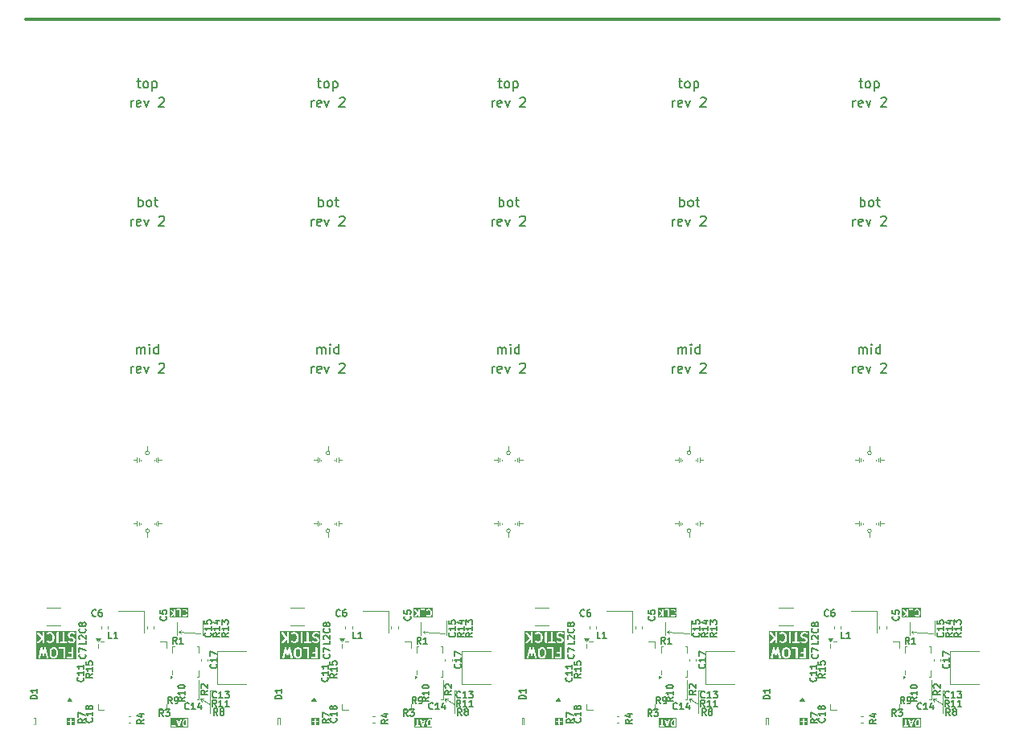
<source format=gbr>
%TF.GenerationSoftware,KiCad,Pcbnew,9.0.3*%
%TF.CreationDate,2025-08-09T11:23:57-04:00*%
%TF.ProjectId,flowstick_main_panel,666c6f77-7374-4696-936b-5f6d61696e5f,rev?*%
%TF.SameCoordinates,Original*%
%TF.FileFunction,Legend,Top*%
%TF.FilePolarity,Positive*%
%FSLAX46Y46*%
G04 Gerber Fmt 4.6, Leading zero omitted, Abs format (unit mm)*
G04 Created by KiCad (PCBNEW 9.0.3) date 2025-08-09 11:23:57*
%MOMM*%
%LPD*%
G01*
G04 APERTURE LIST*
%ADD10C,0.100000*%
%ADD11C,0.300000*%
%ADD12C,0.150000*%
%ADD13C,0.140000*%
%ADD14C,0.200000*%
%ADD15C,0.120000*%
G04 APERTURE END LIST*
D10*
X111500000Y-132700000D02*
X111275000Y-132510204D01*
X109500000Y-121150000D02*
X109100000Y-121150000D01*
X126299996Y-114499988D02*
X126299996Y-114399988D01*
X113600000Y-139600000D02*
X113700000Y-139900000D01*
X140300000Y-140200000D02*
X139300000Y-139600000D01*
X139100000Y-139700000D02*
X139100000Y-137600000D01*
X106900000Y-121400000D02*
X106900000Y-120900000D01*
X127699996Y-114399988D02*
X127699996Y-114499988D01*
X127899996Y-114299988D02*
X127899996Y-114599988D01*
X182900000Y-114700012D02*
X182900000Y-114200012D01*
X107100000Y-114600000D02*
X107100000Y-114300000D01*
X114600000Y-141100000D02*
X114600000Y-138700000D01*
X144500000Y-114450000D02*
X144900000Y-114450000D01*
X190700000Y-132700000D02*
X188375000Y-132510204D01*
X184700000Y-114400012D02*
X184700000Y-114500012D01*
X108000000Y-122600000D02*
X108000000Y-122100000D01*
X164300000Y-121200000D02*
X164300000Y-121100000D01*
X106500000Y-121150000D02*
X106900000Y-121150000D01*
X164300000Y-114500000D02*
X164300000Y-114400000D01*
X190900000Y-139600000D02*
X190700000Y-139600000D01*
X183100000Y-121300012D02*
X183100000Y-121000012D01*
X111275000Y-132510204D02*
X111500000Y-132400000D01*
X126299996Y-121199988D02*
X126299996Y-121099988D01*
X126099996Y-114599988D02*
X126099996Y-114299988D01*
X183300000Y-121200012D02*
X183300000Y-121100012D01*
X190700000Y-139600000D02*
X191000000Y-139600000D01*
X128099996Y-120899988D02*
X128099996Y-121399988D01*
X126999996Y-112999988D02*
X126999996Y-113499988D01*
X165000000Y-132700000D02*
X162675000Y-132510204D01*
X114600000Y-140200000D02*
X113600000Y-139600000D01*
X182500000Y-121150012D02*
X182900000Y-121150012D01*
X165000000Y-122600000D02*
X165000000Y-122100000D01*
X144500000Y-121150000D02*
X144900000Y-121150000D01*
X183100000Y-114600012D02*
X183100000Y-114300012D01*
X166000000Y-141100000D02*
X166000000Y-138700000D01*
X147100000Y-120900000D02*
X147100000Y-121400000D01*
X139300000Y-139600000D02*
X139600000Y-139600000D01*
X147500000Y-121150000D02*
X147100000Y-121150000D01*
X108900000Y-114300000D02*
X108900000Y-114600000D01*
X113800000Y-139600000D02*
X113600000Y-139600000D01*
X184000000Y-122600012D02*
X184000000Y-122100012D01*
X166500000Y-114450000D02*
X166100000Y-114450000D01*
X108700000Y-121100000D02*
X108700000Y-121200000D01*
X191700000Y-140200000D02*
X190700000Y-139600000D01*
X182900000Y-121400012D02*
X182900000Y-120900012D01*
X106500000Y-114450000D02*
X106900000Y-114450000D01*
X144900000Y-114700000D02*
X144900000Y-114200000D01*
X183300000Y-114500012D02*
X183300000Y-114400012D01*
X128499996Y-114449988D02*
X128099996Y-114449988D01*
X108900000Y-121000000D02*
X108900000Y-121300000D01*
X185100000Y-114500012D02*
X185100000Y-114300012D01*
X146700000Y-114400000D02*
X146700000Y-114500000D01*
X185500000Y-114450012D02*
X185100000Y-114450012D01*
X139300000Y-139600000D02*
X139400000Y-139900000D01*
X166100000Y-120900000D02*
X166100000Y-121400000D01*
X108000000Y-113000000D02*
X108000000Y-113500000D01*
X139500000Y-132900000D02*
X139500000Y-131400000D01*
X165000000Y-139600000D02*
X165100000Y-139900000D01*
X165900000Y-114300000D02*
X165900000Y-114600000D01*
X128099996Y-114499988D02*
X128099996Y-114299988D01*
X163900000Y-121400000D02*
X163900000Y-120900000D01*
X147100000Y-114200000D02*
X147100000Y-114700000D01*
X146200000Y-113700000D02*
G75*
G02*
X145800000Y-113700000I-200000J0D01*
G01*
X145800000Y-113700000D02*
G75*
G02*
X146200000Y-113700000I200000J0D01*
G01*
X111100000Y-132900000D02*
X111100000Y-131500000D01*
X164600000Y-139700000D02*
X164800000Y-139700000D01*
X191700000Y-141100000D02*
X191700000Y-138700000D01*
X127199996Y-113699988D02*
G75*
G02*
X126799996Y-113699988I-200000J0D01*
G01*
X126799996Y-113699988D02*
G75*
G02*
X127199996Y-113699988I200000J0D01*
G01*
X146900000Y-114300000D02*
X146900000Y-114600000D01*
X107300000Y-121200000D02*
X107300000Y-121100000D01*
X146900000Y-121000000D02*
X146900000Y-121300000D01*
X125499996Y-121149988D02*
X125899996Y-121149988D01*
X190500000Y-139700000D02*
X190500000Y-137600000D01*
X184900000Y-121000012D02*
X184900000Y-121300012D01*
X109100000Y-120900000D02*
X109100000Y-121400000D01*
X138900000Y-139700000D02*
X139100000Y-139700000D01*
X106900000Y-114700000D02*
X106900000Y-114200000D01*
X166100000Y-114500000D02*
X166100000Y-114300000D01*
X146000000Y-113000000D02*
X146000000Y-113500000D01*
X190700000Y-139600000D02*
X190800000Y-139900000D01*
X164800000Y-139700000D02*
X164800000Y-137600000D01*
X184900000Y-114300012D02*
X184900000Y-114600012D01*
X145100000Y-114600000D02*
X145100000Y-114300000D01*
X188200000Y-132900000D02*
X188200000Y-131500000D01*
X114600000Y-138700000D02*
X114800000Y-138700000D01*
X108200000Y-121900000D02*
G75*
G02*
X107800000Y-121900000I-200000J0D01*
G01*
X107800000Y-121900000D02*
G75*
G02*
X108200000Y-121900000I200000J0D01*
G01*
X190900000Y-132900000D02*
X190900000Y-131400000D01*
X109100000Y-114200000D02*
X109100000Y-114700000D01*
X113600000Y-132700000D02*
X111275000Y-132510204D01*
X146200000Y-121900000D02*
G75*
G02*
X145800000Y-121900000I-200000J0D01*
G01*
X145800000Y-121900000D02*
G75*
G02*
X146200000Y-121900000I200000J0D01*
G01*
X162675000Y-132510204D02*
X162900000Y-132400000D01*
X165900000Y-121000000D02*
X165900000Y-121300000D01*
X140300000Y-141100000D02*
X140300000Y-138700000D01*
X184000000Y-113000012D02*
X184000000Y-113500012D01*
X166000000Y-138700000D02*
X166200000Y-138700000D01*
X108700000Y-114400000D02*
X108700000Y-114500000D01*
X127899996Y-120999988D02*
X127899996Y-121299988D01*
X165200000Y-121900000D02*
G75*
G02*
X164800000Y-121900000I-200000J0D01*
G01*
X164800000Y-121900000D02*
G75*
G02*
X165200000Y-121900000I200000J0D01*
G01*
X140300000Y-138700000D02*
X140500000Y-138700000D01*
X146000000Y-122600000D02*
X146000000Y-122100000D01*
X145300000Y-121200000D02*
X145300000Y-121100000D01*
X128499996Y-121149988D02*
X128099996Y-121149988D01*
X166000000Y-140200000D02*
X165000000Y-139600000D01*
X113400000Y-139700000D02*
X113400000Y-137600000D01*
X188375000Y-132510204D02*
X188600000Y-132400000D01*
D11*
X95200000Y-68000000D02*
X197600000Y-68000013D01*
D10*
X188600000Y-132700000D02*
X188375000Y-132510204D01*
X144900000Y-121400000D02*
X144900000Y-120900000D01*
X108200000Y-113700000D02*
G75*
G02*
X107800000Y-113700000I-200000J0D01*
G01*
X107800000Y-113700000D02*
G75*
G02*
X108200000Y-113700000I200000J0D01*
G01*
X127699996Y-121099988D02*
X127699996Y-121199988D01*
X162500000Y-132900000D02*
X162500000Y-131500000D01*
X125499996Y-114449988D02*
X125899996Y-114449988D01*
X136800000Y-132900000D02*
X136800000Y-131500000D01*
X137200000Y-132700000D02*
X136975000Y-132510204D01*
X163500000Y-121150000D02*
X163900000Y-121150000D01*
X165000000Y-139600000D02*
X165300000Y-139600000D01*
X107100000Y-121300000D02*
X107100000Y-121000000D01*
X139500000Y-139600000D02*
X139300000Y-139600000D01*
X185100000Y-114200012D02*
X185100000Y-114700012D01*
X136975000Y-132510204D02*
X137200000Y-132400000D01*
X109500000Y-114450000D02*
X109100000Y-114450000D01*
X126999996Y-122599988D02*
X126999996Y-122099988D01*
X165700000Y-121100000D02*
X165700000Y-121200000D01*
X185100000Y-120900012D02*
X185100000Y-121400012D01*
X165700000Y-114400000D02*
X165700000Y-114500000D01*
X184200000Y-113700012D02*
G75*
G02*
X183800000Y-113700012I-200000J0D01*
G01*
X183800000Y-113700012D02*
G75*
G02*
X184200000Y-113700012I200000J0D01*
G01*
X126099996Y-121299988D02*
X126099996Y-120999988D01*
X113200000Y-139700000D02*
X113400000Y-139700000D01*
X165200000Y-113700000D02*
G75*
G02*
X164800000Y-113700000I-200000J0D01*
G01*
X164800000Y-113700000D02*
G75*
G02*
X165200000Y-113700000I200000J0D01*
G01*
X163900000Y-114700000D02*
X163900000Y-114200000D01*
X127199996Y-121899988D02*
G75*
G02*
X126799996Y-121899988I-200000J0D01*
G01*
X126799996Y-121899988D02*
G75*
G02*
X127199996Y-121899988I200000J0D01*
G01*
X145300000Y-114500000D02*
X145300000Y-114400000D01*
X184200000Y-121900012D02*
G75*
G02*
X183800000Y-121900012I-200000J0D01*
G01*
X183800000Y-121900012D02*
G75*
G02*
X184200000Y-121900012I200000J0D01*
G01*
X146700000Y-121100000D02*
X146700000Y-121200000D01*
X164100000Y-114600000D02*
X164100000Y-114300000D01*
X113600000Y-139600000D02*
X113900000Y-139600000D01*
X163500000Y-114450000D02*
X163900000Y-114450000D01*
X113800000Y-132900000D02*
X113800000Y-131400000D01*
X125899996Y-121399988D02*
X125899996Y-120899988D01*
X165200000Y-132900000D02*
X165200000Y-131400000D01*
X165000000Y-113000000D02*
X165000000Y-113500000D01*
X165200000Y-139600000D02*
X165000000Y-139600000D01*
X184700000Y-121100012D02*
X184700000Y-121200012D01*
X162900000Y-132700000D02*
X162675000Y-132510204D01*
X139300000Y-132700000D02*
X136975000Y-132510204D01*
X191700000Y-138700000D02*
X191900000Y-138700000D01*
X109100000Y-114500000D02*
X109100000Y-114300000D01*
X190300000Y-139700000D02*
X190500000Y-139700000D01*
X166500000Y-121150000D02*
X166100000Y-121150000D01*
X185500000Y-121150012D02*
X185100000Y-121150012D01*
X145100000Y-121300000D02*
X145100000Y-121000000D01*
X147500000Y-114450000D02*
X147100000Y-114450000D01*
X166100000Y-114200000D02*
X166100000Y-114700000D01*
X164100000Y-121300000D02*
X164100000Y-121000000D01*
X125899996Y-114699988D02*
X125899996Y-114199988D01*
X147100000Y-114500000D02*
X147100000Y-114300000D01*
X128099996Y-114199988D02*
X128099996Y-114699988D01*
X182500000Y-114450012D02*
X182900000Y-114450012D01*
X107300000Y-114500000D02*
X107300000Y-114400000D01*
D12*
X144261904Y-105254819D02*
X144261904Y-104588152D01*
X144261904Y-104778628D02*
X144309523Y-104683390D01*
X144309523Y-104683390D02*
X144357142Y-104635771D01*
X144357142Y-104635771D02*
X144452380Y-104588152D01*
X144452380Y-104588152D02*
X144547618Y-104588152D01*
X145261904Y-105207200D02*
X145166666Y-105254819D01*
X145166666Y-105254819D02*
X144976190Y-105254819D01*
X144976190Y-105254819D02*
X144880952Y-105207200D01*
X144880952Y-105207200D02*
X144833333Y-105111961D01*
X144833333Y-105111961D02*
X144833333Y-104731009D01*
X144833333Y-104731009D02*
X144880952Y-104635771D01*
X144880952Y-104635771D02*
X144976190Y-104588152D01*
X144976190Y-104588152D02*
X145166666Y-104588152D01*
X145166666Y-104588152D02*
X145261904Y-104635771D01*
X145261904Y-104635771D02*
X145309523Y-104731009D01*
X145309523Y-104731009D02*
X145309523Y-104826247D01*
X145309523Y-104826247D02*
X144833333Y-104921485D01*
X145642857Y-104588152D02*
X145880952Y-105254819D01*
X145880952Y-105254819D02*
X146119047Y-104588152D01*
X147214286Y-104350057D02*
X147261905Y-104302438D01*
X147261905Y-104302438D02*
X147357143Y-104254819D01*
X147357143Y-104254819D02*
X147595238Y-104254819D01*
X147595238Y-104254819D02*
X147690476Y-104302438D01*
X147690476Y-104302438D02*
X147738095Y-104350057D01*
X147738095Y-104350057D02*
X147785714Y-104445295D01*
X147785714Y-104445295D02*
X147785714Y-104540533D01*
X147785714Y-104540533D02*
X147738095Y-104683390D01*
X147738095Y-104683390D02*
X147166667Y-105254819D01*
X147166667Y-105254819D02*
X147785714Y-105254819D01*
D13*
G36*
X138022339Y-131031224D02*
G01*
X136028973Y-131031224D01*
X136028973Y-130200819D01*
X136106751Y-130200819D01*
X136118561Y-130225446D01*
X136382134Y-130576877D01*
X136125064Y-130833949D01*
X136109889Y-130856658D01*
X136109889Y-130910234D01*
X136147773Y-130948118D01*
X136201349Y-130948118D01*
X136224058Y-130932943D01*
X136504561Y-130652440D01*
X136504561Y-130883446D01*
X136509889Y-130910234D01*
X136547773Y-130948118D01*
X136601349Y-130948118D01*
X136639233Y-130910234D01*
X136644561Y-130883446D01*
X136644561Y-130183446D01*
X136639233Y-130156658D01*
X136743223Y-130156658D01*
X136743223Y-130210234D01*
X136781107Y-130248118D01*
X136807895Y-130253446D01*
X137071228Y-130253446D01*
X137071228Y-130883446D01*
X137076556Y-130910234D01*
X137114440Y-130948118D01*
X137168016Y-130948118D01*
X137205900Y-130910234D01*
X137211228Y-130883446D01*
X137211228Y-130223325D01*
X137376556Y-130223325D01*
X137376556Y-130276901D01*
X137414440Y-130314785D01*
X137468016Y-130314785D01*
X137490725Y-130299610D01*
X137512372Y-130277962D01*
X137585921Y-130253446D01*
X137629868Y-130253446D01*
X137703416Y-130277962D01*
X137750364Y-130324911D01*
X137775181Y-130374545D01*
X137804561Y-130492062D01*
X137804561Y-130574829D01*
X137775181Y-130692347D01*
X137750364Y-130741981D01*
X137703416Y-130788930D01*
X137629868Y-130813446D01*
X137585921Y-130813446D01*
X137512371Y-130788929D01*
X137490725Y-130767283D01*
X137468016Y-130752108D01*
X137414440Y-130752108D01*
X137376556Y-130789992D01*
X137376556Y-130843568D01*
X137391731Y-130866277D01*
X137425064Y-130899610D01*
X137427978Y-130901557D01*
X137428697Y-130902995D01*
X137438446Y-130908552D01*
X137447773Y-130914785D01*
X137449380Y-130914785D01*
X137452425Y-130916521D01*
X137552425Y-130949854D01*
X137563556Y-130951257D01*
X137574561Y-130953446D01*
X137641228Y-130953446D01*
X137652232Y-130951257D01*
X137663364Y-130949854D01*
X137763364Y-130916521D01*
X137766409Y-130914785D01*
X137768016Y-130914785D01*
X137777342Y-130908552D01*
X137787092Y-130902995D01*
X137787810Y-130901557D01*
X137790725Y-130899610D01*
X137857392Y-130832944D01*
X137863626Y-130823614D01*
X137870505Y-130814751D01*
X137903838Y-130748085D01*
X137905863Y-130740689D01*
X137909138Y-130733757D01*
X137942471Y-130600424D01*
X137942888Y-130591857D01*
X137944561Y-130583446D01*
X137944561Y-130483446D01*
X137942888Y-130475034D01*
X137942471Y-130466468D01*
X137909138Y-130333136D01*
X137905862Y-130326202D01*
X137903838Y-130318809D01*
X137870505Y-130252141D01*
X137863623Y-130243274D01*
X137857392Y-130233948D01*
X137790725Y-130167282D01*
X137787810Y-130165334D01*
X137787092Y-130163898D01*
X137777347Y-130158342D01*
X137768016Y-130152108D01*
X137766409Y-130152108D01*
X137763364Y-130150372D01*
X137663364Y-130117038D01*
X137652232Y-130115634D01*
X137641228Y-130113446D01*
X137574561Y-130113446D01*
X137563558Y-130115634D01*
X137552424Y-130117038D01*
X137452425Y-130150372D01*
X137449379Y-130152108D01*
X137447773Y-130152108D01*
X137438449Y-130158338D01*
X137428696Y-130163898D01*
X137427976Y-130165336D01*
X137425064Y-130167283D01*
X137391731Y-130200616D01*
X137376556Y-130223325D01*
X137211228Y-130223325D01*
X137211228Y-130183446D01*
X137205900Y-130156658D01*
X137168016Y-130118774D01*
X137141228Y-130113446D01*
X136807895Y-130113446D01*
X136781107Y-130118774D01*
X136743223Y-130156658D01*
X136639233Y-130156658D01*
X136601349Y-130118774D01*
X136547773Y-130118774D01*
X136509889Y-130156658D01*
X136504561Y-130183446D01*
X136504561Y-130454451D01*
X136482134Y-130476877D01*
X136230561Y-130141446D01*
X136210226Y-130123212D01*
X136157188Y-130115636D01*
X136114327Y-130147781D01*
X136106751Y-130200819D01*
X136028973Y-130200819D01*
X136028973Y-130035668D01*
X138022339Y-130035668D01*
X138022339Y-131031224D01*
G37*
D12*
X164047619Y-87754819D02*
X164047619Y-86754819D01*
X164047619Y-87135771D02*
X164142857Y-87088152D01*
X164142857Y-87088152D02*
X164333333Y-87088152D01*
X164333333Y-87088152D02*
X164428571Y-87135771D01*
X164428571Y-87135771D02*
X164476190Y-87183390D01*
X164476190Y-87183390D02*
X164523809Y-87278628D01*
X164523809Y-87278628D02*
X164523809Y-87564342D01*
X164523809Y-87564342D02*
X164476190Y-87659580D01*
X164476190Y-87659580D02*
X164428571Y-87707200D01*
X164428571Y-87707200D02*
X164333333Y-87754819D01*
X164333333Y-87754819D02*
X164142857Y-87754819D01*
X164142857Y-87754819D02*
X164047619Y-87707200D01*
X165095238Y-87754819D02*
X165000000Y-87707200D01*
X165000000Y-87707200D02*
X164952381Y-87659580D01*
X164952381Y-87659580D02*
X164904762Y-87564342D01*
X164904762Y-87564342D02*
X164904762Y-87278628D01*
X164904762Y-87278628D02*
X164952381Y-87183390D01*
X164952381Y-87183390D02*
X165000000Y-87135771D01*
X165000000Y-87135771D02*
X165095238Y-87088152D01*
X165095238Y-87088152D02*
X165238095Y-87088152D01*
X165238095Y-87088152D02*
X165333333Y-87135771D01*
X165333333Y-87135771D02*
X165380952Y-87183390D01*
X165380952Y-87183390D02*
X165428571Y-87278628D01*
X165428571Y-87278628D02*
X165428571Y-87564342D01*
X165428571Y-87564342D02*
X165380952Y-87659580D01*
X165380952Y-87659580D02*
X165333333Y-87707200D01*
X165333333Y-87707200D02*
X165238095Y-87754819D01*
X165238095Y-87754819D02*
X165095238Y-87754819D01*
X165714286Y-87088152D02*
X166095238Y-87088152D01*
X165857143Y-86754819D02*
X165857143Y-87611961D01*
X165857143Y-87611961D02*
X165904762Y-87707200D01*
X165904762Y-87707200D02*
X166000000Y-87754819D01*
X166000000Y-87754819D02*
X166095238Y-87754819D01*
X125261900Y-105254807D02*
X125261900Y-104588140D01*
X125261900Y-104778616D02*
X125309519Y-104683378D01*
X125309519Y-104683378D02*
X125357138Y-104635759D01*
X125357138Y-104635759D02*
X125452376Y-104588140D01*
X125452376Y-104588140D02*
X125547614Y-104588140D01*
X126261900Y-105207188D02*
X126166662Y-105254807D01*
X126166662Y-105254807D02*
X125976186Y-105254807D01*
X125976186Y-105254807D02*
X125880948Y-105207188D01*
X125880948Y-105207188D02*
X125833329Y-105111949D01*
X125833329Y-105111949D02*
X125833329Y-104730997D01*
X125833329Y-104730997D02*
X125880948Y-104635759D01*
X125880948Y-104635759D02*
X125976186Y-104588140D01*
X125976186Y-104588140D02*
X126166662Y-104588140D01*
X126166662Y-104588140D02*
X126261900Y-104635759D01*
X126261900Y-104635759D02*
X126309519Y-104730997D01*
X126309519Y-104730997D02*
X126309519Y-104826235D01*
X126309519Y-104826235D02*
X125833329Y-104921473D01*
X126642853Y-104588140D02*
X126880948Y-105254807D01*
X126880948Y-105254807D02*
X127119043Y-104588140D01*
X128214282Y-104350045D02*
X128261901Y-104302426D01*
X128261901Y-104302426D02*
X128357139Y-104254807D01*
X128357139Y-104254807D02*
X128595234Y-104254807D01*
X128595234Y-104254807D02*
X128690472Y-104302426D01*
X128690472Y-104302426D02*
X128738091Y-104350045D01*
X128738091Y-104350045D02*
X128785710Y-104445283D01*
X128785710Y-104445283D02*
X128785710Y-104540521D01*
X128785710Y-104540521D02*
X128738091Y-104683378D01*
X128738091Y-104683378D02*
X128166663Y-105254807D01*
X128166663Y-105254807D02*
X128785710Y-105254807D01*
X182880953Y-103254831D02*
X182880953Y-102588164D01*
X182880953Y-102683402D02*
X182928572Y-102635783D01*
X182928572Y-102635783D02*
X183023810Y-102588164D01*
X183023810Y-102588164D02*
X183166667Y-102588164D01*
X183166667Y-102588164D02*
X183261905Y-102635783D01*
X183261905Y-102635783D02*
X183309524Y-102731021D01*
X183309524Y-102731021D02*
X183309524Y-103254831D01*
X183309524Y-102731021D02*
X183357143Y-102635783D01*
X183357143Y-102635783D02*
X183452381Y-102588164D01*
X183452381Y-102588164D02*
X183595238Y-102588164D01*
X183595238Y-102588164D02*
X183690477Y-102635783D01*
X183690477Y-102635783D02*
X183738096Y-102731021D01*
X183738096Y-102731021D02*
X183738096Y-103254831D01*
X184214286Y-103254831D02*
X184214286Y-102588164D01*
X184214286Y-102254831D02*
X184166667Y-102302450D01*
X184166667Y-102302450D02*
X184214286Y-102350069D01*
X184214286Y-102350069D02*
X184261905Y-102302450D01*
X184261905Y-102302450D02*
X184214286Y-102254831D01*
X184214286Y-102254831D02*
X184214286Y-102350069D01*
X185119047Y-103254831D02*
X185119047Y-102254831D01*
X185119047Y-103207212D02*
X185023809Y-103254831D01*
X185023809Y-103254831D02*
X184833333Y-103254831D01*
X184833333Y-103254831D02*
X184738095Y-103207212D01*
X184738095Y-103207212D02*
X184690476Y-103159592D01*
X184690476Y-103159592D02*
X184642857Y-103064354D01*
X184642857Y-103064354D02*
X184642857Y-102778640D01*
X184642857Y-102778640D02*
X184690476Y-102683402D01*
X184690476Y-102683402D02*
X184738095Y-102635783D01*
X184738095Y-102635783D02*
X184833333Y-102588164D01*
X184833333Y-102588164D02*
X185023809Y-102588164D01*
X185023809Y-102588164D02*
X185119047Y-102635783D01*
X182904766Y-74588176D02*
X183285718Y-74588176D01*
X183047623Y-74254843D02*
X183047623Y-75111985D01*
X183047623Y-75111985D02*
X183095242Y-75207224D01*
X183095242Y-75207224D02*
X183190480Y-75254843D01*
X183190480Y-75254843D02*
X183285718Y-75254843D01*
X183761909Y-75254843D02*
X183666671Y-75207224D01*
X183666671Y-75207224D02*
X183619052Y-75159604D01*
X183619052Y-75159604D02*
X183571433Y-75064366D01*
X183571433Y-75064366D02*
X183571433Y-74778652D01*
X183571433Y-74778652D02*
X183619052Y-74683414D01*
X183619052Y-74683414D02*
X183666671Y-74635795D01*
X183666671Y-74635795D02*
X183761909Y-74588176D01*
X183761909Y-74588176D02*
X183904766Y-74588176D01*
X183904766Y-74588176D02*
X184000004Y-74635795D01*
X184000004Y-74635795D02*
X184047623Y-74683414D01*
X184047623Y-74683414D02*
X184095242Y-74778652D01*
X184095242Y-74778652D02*
X184095242Y-75064366D01*
X184095242Y-75064366D02*
X184047623Y-75159604D01*
X184047623Y-75159604D02*
X184000004Y-75207224D01*
X184000004Y-75207224D02*
X183904766Y-75254843D01*
X183904766Y-75254843D02*
X183761909Y-75254843D01*
X184523814Y-74588176D02*
X184523814Y-75588176D01*
X184523814Y-74635795D02*
X184619052Y-74588176D01*
X184619052Y-74588176D02*
X184809528Y-74588176D01*
X184809528Y-74588176D02*
X184904766Y-74635795D01*
X184904766Y-74635795D02*
X184952385Y-74683414D01*
X184952385Y-74683414D02*
X185000004Y-74778652D01*
X185000004Y-74778652D02*
X185000004Y-75064366D01*
X185000004Y-75064366D02*
X184952385Y-75159604D01*
X184952385Y-75159604D02*
X184904766Y-75207224D01*
X184904766Y-75207224D02*
X184809528Y-75254843D01*
X184809528Y-75254843D02*
X184619052Y-75254843D01*
X184619052Y-75254843D02*
X184523814Y-75207224D01*
X106880953Y-103254819D02*
X106880953Y-102588152D01*
X106880953Y-102683390D02*
X106928572Y-102635771D01*
X106928572Y-102635771D02*
X107023810Y-102588152D01*
X107023810Y-102588152D02*
X107166667Y-102588152D01*
X107166667Y-102588152D02*
X107261905Y-102635771D01*
X107261905Y-102635771D02*
X107309524Y-102731009D01*
X107309524Y-102731009D02*
X107309524Y-103254819D01*
X107309524Y-102731009D02*
X107357143Y-102635771D01*
X107357143Y-102635771D02*
X107452381Y-102588152D01*
X107452381Y-102588152D02*
X107595238Y-102588152D01*
X107595238Y-102588152D02*
X107690477Y-102635771D01*
X107690477Y-102635771D02*
X107738096Y-102731009D01*
X107738096Y-102731009D02*
X107738096Y-103254819D01*
X108214286Y-103254819D02*
X108214286Y-102588152D01*
X108214286Y-102254819D02*
X108166667Y-102302438D01*
X108166667Y-102302438D02*
X108214286Y-102350057D01*
X108214286Y-102350057D02*
X108261905Y-102302438D01*
X108261905Y-102302438D02*
X108214286Y-102254819D01*
X108214286Y-102254819D02*
X108214286Y-102350057D01*
X109119047Y-103254819D02*
X109119047Y-102254819D01*
X109119047Y-103207200D02*
X109023809Y-103254819D01*
X109023809Y-103254819D02*
X108833333Y-103254819D01*
X108833333Y-103254819D02*
X108738095Y-103207200D01*
X108738095Y-103207200D02*
X108690476Y-103159580D01*
X108690476Y-103159580D02*
X108642857Y-103064342D01*
X108642857Y-103064342D02*
X108642857Y-102778628D01*
X108642857Y-102778628D02*
X108690476Y-102683390D01*
X108690476Y-102683390D02*
X108738095Y-102635771D01*
X108738095Y-102635771D02*
X108833333Y-102588152D01*
X108833333Y-102588152D02*
X109023809Y-102588152D01*
X109023809Y-102588152D02*
X109119047Y-102635771D01*
X144904766Y-74588164D02*
X145285718Y-74588164D01*
X145047623Y-74254831D02*
X145047623Y-75111973D01*
X145047623Y-75111973D02*
X145095242Y-75207212D01*
X145095242Y-75207212D02*
X145190480Y-75254831D01*
X145190480Y-75254831D02*
X145285718Y-75254831D01*
X145761909Y-75254831D02*
X145666671Y-75207212D01*
X145666671Y-75207212D02*
X145619052Y-75159592D01*
X145619052Y-75159592D02*
X145571433Y-75064354D01*
X145571433Y-75064354D02*
X145571433Y-74778640D01*
X145571433Y-74778640D02*
X145619052Y-74683402D01*
X145619052Y-74683402D02*
X145666671Y-74635783D01*
X145666671Y-74635783D02*
X145761909Y-74588164D01*
X145761909Y-74588164D02*
X145904766Y-74588164D01*
X145904766Y-74588164D02*
X146000004Y-74635783D01*
X146000004Y-74635783D02*
X146047623Y-74683402D01*
X146047623Y-74683402D02*
X146095242Y-74778640D01*
X146095242Y-74778640D02*
X146095242Y-75064354D01*
X146095242Y-75064354D02*
X146047623Y-75159592D01*
X146047623Y-75159592D02*
X146000004Y-75207212D01*
X146000004Y-75207212D02*
X145904766Y-75254831D01*
X145904766Y-75254831D02*
X145761909Y-75254831D01*
X146523814Y-74588164D02*
X146523814Y-75588164D01*
X146523814Y-74635783D02*
X146619052Y-74588164D01*
X146619052Y-74588164D02*
X146809528Y-74588164D01*
X146809528Y-74588164D02*
X146904766Y-74635783D01*
X146904766Y-74635783D02*
X146952385Y-74683402D01*
X146952385Y-74683402D02*
X147000004Y-74778640D01*
X147000004Y-74778640D02*
X147000004Y-75064354D01*
X147000004Y-75064354D02*
X146952385Y-75159592D01*
X146952385Y-75159592D02*
X146904766Y-75207212D01*
X146904766Y-75207212D02*
X146809528Y-75254831D01*
X146809528Y-75254831D02*
X146619052Y-75254831D01*
X146619052Y-75254831D02*
X146523814Y-75207212D01*
D13*
G36*
X189422339Y-131031224D02*
G01*
X187428973Y-131031224D01*
X187428973Y-130200819D01*
X187506751Y-130200819D01*
X187518561Y-130225446D01*
X187782134Y-130576877D01*
X187525064Y-130833949D01*
X187509889Y-130856658D01*
X187509889Y-130910234D01*
X187547773Y-130948118D01*
X187601349Y-130948118D01*
X187624058Y-130932943D01*
X187904561Y-130652440D01*
X187904561Y-130883446D01*
X187909889Y-130910234D01*
X187947773Y-130948118D01*
X188001349Y-130948118D01*
X188039233Y-130910234D01*
X188044561Y-130883446D01*
X188044561Y-130183446D01*
X188039233Y-130156658D01*
X188143223Y-130156658D01*
X188143223Y-130210234D01*
X188181107Y-130248118D01*
X188207895Y-130253446D01*
X188471228Y-130253446D01*
X188471228Y-130883446D01*
X188476556Y-130910234D01*
X188514440Y-130948118D01*
X188568016Y-130948118D01*
X188605900Y-130910234D01*
X188611228Y-130883446D01*
X188611228Y-130223325D01*
X188776556Y-130223325D01*
X188776556Y-130276901D01*
X188814440Y-130314785D01*
X188868016Y-130314785D01*
X188890725Y-130299610D01*
X188912372Y-130277962D01*
X188985921Y-130253446D01*
X189029868Y-130253446D01*
X189103416Y-130277962D01*
X189150364Y-130324911D01*
X189175181Y-130374545D01*
X189204561Y-130492062D01*
X189204561Y-130574829D01*
X189175181Y-130692347D01*
X189150364Y-130741981D01*
X189103416Y-130788930D01*
X189029868Y-130813446D01*
X188985921Y-130813446D01*
X188912371Y-130788929D01*
X188890725Y-130767283D01*
X188868016Y-130752108D01*
X188814440Y-130752108D01*
X188776556Y-130789992D01*
X188776556Y-130843568D01*
X188791731Y-130866277D01*
X188825064Y-130899610D01*
X188827978Y-130901557D01*
X188828697Y-130902995D01*
X188838446Y-130908552D01*
X188847773Y-130914785D01*
X188849380Y-130914785D01*
X188852425Y-130916521D01*
X188952425Y-130949854D01*
X188963556Y-130951257D01*
X188974561Y-130953446D01*
X189041228Y-130953446D01*
X189052232Y-130951257D01*
X189063364Y-130949854D01*
X189163364Y-130916521D01*
X189166409Y-130914785D01*
X189168016Y-130914785D01*
X189177342Y-130908552D01*
X189187092Y-130902995D01*
X189187810Y-130901557D01*
X189190725Y-130899610D01*
X189257392Y-130832944D01*
X189263626Y-130823614D01*
X189270505Y-130814751D01*
X189303838Y-130748085D01*
X189305863Y-130740689D01*
X189309138Y-130733757D01*
X189342471Y-130600424D01*
X189342888Y-130591857D01*
X189344561Y-130583446D01*
X189344561Y-130483446D01*
X189342888Y-130475034D01*
X189342471Y-130466468D01*
X189309138Y-130333136D01*
X189305862Y-130326202D01*
X189303838Y-130318809D01*
X189270505Y-130252141D01*
X189263623Y-130243274D01*
X189257392Y-130233948D01*
X189190725Y-130167282D01*
X189187810Y-130165334D01*
X189187092Y-130163898D01*
X189177347Y-130158342D01*
X189168016Y-130152108D01*
X189166409Y-130152108D01*
X189163364Y-130150372D01*
X189063364Y-130117038D01*
X189052232Y-130115634D01*
X189041228Y-130113446D01*
X188974561Y-130113446D01*
X188963558Y-130115634D01*
X188952424Y-130117038D01*
X188852425Y-130150372D01*
X188849379Y-130152108D01*
X188847773Y-130152108D01*
X188838449Y-130158338D01*
X188828696Y-130163898D01*
X188827976Y-130165336D01*
X188825064Y-130167283D01*
X188791731Y-130200616D01*
X188776556Y-130223325D01*
X188611228Y-130223325D01*
X188611228Y-130183446D01*
X188605900Y-130156658D01*
X188568016Y-130118774D01*
X188541228Y-130113446D01*
X188207895Y-130113446D01*
X188181107Y-130118774D01*
X188143223Y-130156658D01*
X188039233Y-130156658D01*
X188001349Y-130118774D01*
X187947773Y-130118774D01*
X187909889Y-130156658D01*
X187904561Y-130183446D01*
X187904561Y-130454451D01*
X187882134Y-130476877D01*
X187630561Y-130141446D01*
X187610226Y-130123212D01*
X187557188Y-130115636D01*
X187514327Y-130147781D01*
X187506751Y-130200819D01*
X187428973Y-130200819D01*
X187428973Y-130035668D01*
X189422339Y-130035668D01*
X189422339Y-131031224D01*
G37*
D12*
X182261908Y-77254843D02*
X182261908Y-76588176D01*
X182261908Y-76778652D02*
X182309527Y-76683414D01*
X182309527Y-76683414D02*
X182357146Y-76635795D01*
X182357146Y-76635795D02*
X182452384Y-76588176D01*
X182452384Y-76588176D02*
X182547622Y-76588176D01*
X183261908Y-77207224D02*
X183166670Y-77254843D01*
X183166670Y-77254843D02*
X182976194Y-77254843D01*
X182976194Y-77254843D02*
X182880956Y-77207224D01*
X182880956Y-77207224D02*
X182833337Y-77111985D01*
X182833337Y-77111985D02*
X182833337Y-76731033D01*
X182833337Y-76731033D02*
X182880956Y-76635795D01*
X182880956Y-76635795D02*
X182976194Y-76588176D01*
X182976194Y-76588176D02*
X183166670Y-76588176D01*
X183166670Y-76588176D02*
X183261908Y-76635795D01*
X183261908Y-76635795D02*
X183309527Y-76731033D01*
X183309527Y-76731033D02*
X183309527Y-76826271D01*
X183309527Y-76826271D02*
X182833337Y-76921509D01*
X183642861Y-76588176D02*
X183880956Y-77254843D01*
X183880956Y-77254843D02*
X184119051Y-76588176D01*
X185214290Y-76350081D02*
X185261909Y-76302462D01*
X185261909Y-76302462D02*
X185357147Y-76254843D01*
X185357147Y-76254843D02*
X185595242Y-76254843D01*
X185595242Y-76254843D02*
X185690480Y-76302462D01*
X185690480Y-76302462D02*
X185738099Y-76350081D01*
X185738099Y-76350081D02*
X185785718Y-76445319D01*
X185785718Y-76445319D02*
X185785718Y-76540557D01*
X185785718Y-76540557D02*
X185738099Y-76683414D01*
X185738099Y-76683414D02*
X185166671Y-77254843D01*
X185166671Y-77254843D02*
X185785718Y-77254843D01*
D13*
G36*
X163722339Y-131031224D02*
G01*
X161728973Y-131031224D01*
X161728973Y-130200819D01*
X161806751Y-130200819D01*
X161818561Y-130225446D01*
X162082134Y-130576877D01*
X161825064Y-130833949D01*
X161809889Y-130856658D01*
X161809889Y-130910234D01*
X161847773Y-130948118D01*
X161901349Y-130948118D01*
X161924058Y-130932943D01*
X162204561Y-130652440D01*
X162204561Y-130883446D01*
X162209889Y-130910234D01*
X162247773Y-130948118D01*
X162301349Y-130948118D01*
X162339233Y-130910234D01*
X162344561Y-130883446D01*
X162344561Y-130183446D01*
X162339233Y-130156658D01*
X162443223Y-130156658D01*
X162443223Y-130210234D01*
X162481107Y-130248118D01*
X162507895Y-130253446D01*
X162771228Y-130253446D01*
X162771228Y-130883446D01*
X162776556Y-130910234D01*
X162814440Y-130948118D01*
X162868016Y-130948118D01*
X162905900Y-130910234D01*
X162911228Y-130883446D01*
X162911228Y-130223325D01*
X163076556Y-130223325D01*
X163076556Y-130276901D01*
X163114440Y-130314785D01*
X163168016Y-130314785D01*
X163190725Y-130299610D01*
X163212372Y-130277962D01*
X163285921Y-130253446D01*
X163329868Y-130253446D01*
X163403416Y-130277962D01*
X163450364Y-130324911D01*
X163475181Y-130374545D01*
X163504561Y-130492062D01*
X163504561Y-130574829D01*
X163475181Y-130692347D01*
X163450364Y-130741981D01*
X163403416Y-130788930D01*
X163329868Y-130813446D01*
X163285921Y-130813446D01*
X163212371Y-130788929D01*
X163190725Y-130767283D01*
X163168016Y-130752108D01*
X163114440Y-130752108D01*
X163076556Y-130789992D01*
X163076556Y-130843568D01*
X163091731Y-130866277D01*
X163125064Y-130899610D01*
X163127978Y-130901557D01*
X163128697Y-130902995D01*
X163138446Y-130908552D01*
X163147773Y-130914785D01*
X163149380Y-130914785D01*
X163152425Y-130916521D01*
X163252425Y-130949854D01*
X163263556Y-130951257D01*
X163274561Y-130953446D01*
X163341228Y-130953446D01*
X163352232Y-130951257D01*
X163363364Y-130949854D01*
X163463364Y-130916521D01*
X163466409Y-130914785D01*
X163468016Y-130914785D01*
X163477342Y-130908552D01*
X163487092Y-130902995D01*
X163487810Y-130901557D01*
X163490725Y-130899610D01*
X163557392Y-130832944D01*
X163563626Y-130823614D01*
X163570505Y-130814751D01*
X163603838Y-130748085D01*
X163605863Y-130740689D01*
X163609138Y-130733757D01*
X163642471Y-130600424D01*
X163642888Y-130591857D01*
X163644561Y-130583446D01*
X163644561Y-130483446D01*
X163642888Y-130475034D01*
X163642471Y-130466468D01*
X163609138Y-130333136D01*
X163605862Y-130326202D01*
X163603838Y-130318809D01*
X163570505Y-130252141D01*
X163563623Y-130243274D01*
X163557392Y-130233948D01*
X163490725Y-130167282D01*
X163487810Y-130165334D01*
X163487092Y-130163898D01*
X163477347Y-130158342D01*
X163468016Y-130152108D01*
X163466409Y-130152108D01*
X163463364Y-130150372D01*
X163363364Y-130117038D01*
X163352232Y-130115634D01*
X163341228Y-130113446D01*
X163274561Y-130113446D01*
X163263558Y-130115634D01*
X163252424Y-130117038D01*
X163152425Y-130150372D01*
X163149379Y-130152108D01*
X163147773Y-130152108D01*
X163138449Y-130158338D01*
X163128696Y-130163898D01*
X163127976Y-130165336D01*
X163125064Y-130167283D01*
X163091731Y-130200616D01*
X163076556Y-130223325D01*
X162911228Y-130223325D01*
X162911228Y-130183446D01*
X162905900Y-130156658D01*
X162868016Y-130118774D01*
X162841228Y-130113446D01*
X162507895Y-130113446D01*
X162481107Y-130118774D01*
X162443223Y-130156658D01*
X162339233Y-130156658D01*
X162301349Y-130118774D01*
X162247773Y-130118774D01*
X162209889Y-130156658D01*
X162204561Y-130183446D01*
X162204561Y-130454451D01*
X162182134Y-130476877D01*
X161930561Y-130141446D01*
X161910226Y-130123212D01*
X161857188Y-130115636D01*
X161814327Y-130147781D01*
X161806751Y-130200819D01*
X161728973Y-130200819D01*
X161728973Y-130035668D01*
X163722339Y-130035668D01*
X163722339Y-131031224D01*
G37*
D12*
X144880953Y-103254819D02*
X144880953Y-102588152D01*
X144880953Y-102683390D02*
X144928572Y-102635771D01*
X144928572Y-102635771D02*
X145023810Y-102588152D01*
X145023810Y-102588152D02*
X145166667Y-102588152D01*
X145166667Y-102588152D02*
X145261905Y-102635771D01*
X145261905Y-102635771D02*
X145309524Y-102731009D01*
X145309524Y-102731009D02*
X145309524Y-103254819D01*
X145309524Y-102731009D02*
X145357143Y-102635771D01*
X145357143Y-102635771D02*
X145452381Y-102588152D01*
X145452381Y-102588152D02*
X145595238Y-102588152D01*
X145595238Y-102588152D02*
X145690477Y-102635771D01*
X145690477Y-102635771D02*
X145738096Y-102731009D01*
X145738096Y-102731009D02*
X145738096Y-103254819D01*
X146214286Y-103254819D02*
X146214286Y-102588152D01*
X146214286Y-102254819D02*
X146166667Y-102302438D01*
X146166667Y-102302438D02*
X146214286Y-102350057D01*
X146214286Y-102350057D02*
X146261905Y-102302438D01*
X146261905Y-102302438D02*
X146214286Y-102254819D01*
X146214286Y-102254819D02*
X146214286Y-102350057D01*
X147119047Y-103254819D02*
X147119047Y-102254819D01*
X147119047Y-103207200D02*
X147023809Y-103254819D01*
X147023809Y-103254819D02*
X146833333Y-103254819D01*
X146833333Y-103254819D02*
X146738095Y-103207200D01*
X146738095Y-103207200D02*
X146690476Y-103159580D01*
X146690476Y-103159580D02*
X146642857Y-103064342D01*
X146642857Y-103064342D02*
X146642857Y-102778628D01*
X146642857Y-102778628D02*
X146690476Y-102683390D01*
X146690476Y-102683390D02*
X146738095Y-102635771D01*
X146738095Y-102635771D02*
X146833333Y-102588152D01*
X146833333Y-102588152D02*
X147023809Y-102588152D01*
X147023809Y-102588152D02*
X147119047Y-102635771D01*
X106261904Y-89754819D02*
X106261904Y-89088152D01*
X106261904Y-89278628D02*
X106309523Y-89183390D01*
X106309523Y-89183390D02*
X106357142Y-89135771D01*
X106357142Y-89135771D02*
X106452380Y-89088152D01*
X106452380Y-89088152D02*
X106547618Y-89088152D01*
X107261904Y-89707200D02*
X107166666Y-89754819D01*
X107166666Y-89754819D02*
X106976190Y-89754819D01*
X106976190Y-89754819D02*
X106880952Y-89707200D01*
X106880952Y-89707200D02*
X106833333Y-89611961D01*
X106833333Y-89611961D02*
X106833333Y-89231009D01*
X106833333Y-89231009D02*
X106880952Y-89135771D01*
X106880952Y-89135771D02*
X106976190Y-89088152D01*
X106976190Y-89088152D02*
X107166666Y-89088152D01*
X107166666Y-89088152D02*
X107261904Y-89135771D01*
X107261904Y-89135771D02*
X107309523Y-89231009D01*
X107309523Y-89231009D02*
X107309523Y-89326247D01*
X107309523Y-89326247D02*
X106833333Y-89421485D01*
X107642857Y-89088152D02*
X107880952Y-89754819D01*
X107880952Y-89754819D02*
X108119047Y-89088152D01*
X109214286Y-88850057D02*
X109261905Y-88802438D01*
X109261905Y-88802438D02*
X109357143Y-88754819D01*
X109357143Y-88754819D02*
X109595238Y-88754819D01*
X109595238Y-88754819D02*
X109690476Y-88802438D01*
X109690476Y-88802438D02*
X109738095Y-88850057D01*
X109738095Y-88850057D02*
X109785714Y-88945295D01*
X109785714Y-88945295D02*
X109785714Y-89040533D01*
X109785714Y-89040533D02*
X109738095Y-89183390D01*
X109738095Y-89183390D02*
X109166667Y-89754819D01*
X109166667Y-89754819D02*
X109785714Y-89754819D01*
X125904762Y-74588152D02*
X126285714Y-74588152D01*
X126047619Y-74254819D02*
X126047619Y-75111961D01*
X126047619Y-75111961D02*
X126095238Y-75207200D01*
X126095238Y-75207200D02*
X126190476Y-75254819D01*
X126190476Y-75254819D02*
X126285714Y-75254819D01*
X126761905Y-75254819D02*
X126666667Y-75207200D01*
X126666667Y-75207200D02*
X126619048Y-75159580D01*
X126619048Y-75159580D02*
X126571429Y-75064342D01*
X126571429Y-75064342D02*
X126571429Y-74778628D01*
X126571429Y-74778628D02*
X126619048Y-74683390D01*
X126619048Y-74683390D02*
X126666667Y-74635771D01*
X126666667Y-74635771D02*
X126761905Y-74588152D01*
X126761905Y-74588152D02*
X126904762Y-74588152D01*
X126904762Y-74588152D02*
X127000000Y-74635771D01*
X127000000Y-74635771D02*
X127047619Y-74683390D01*
X127047619Y-74683390D02*
X127095238Y-74778628D01*
X127095238Y-74778628D02*
X127095238Y-75064342D01*
X127095238Y-75064342D02*
X127047619Y-75159580D01*
X127047619Y-75159580D02*
X127000000Y-75207200D01*
X127000000Y-75207200D02*
X126904762Y-75254819D01*
X126904762Y-75254819D02*
X126761905Y-75254819D01*
X127523810Y-74588152D02*
X127523810Y-75588152D01*
X127523810Y-74635771D02*
X127619048Y-74588152D01*
X127619048Y-74588152D02*
X127809524Y-74588152D01*
X127809524Y-74588152D02*
X127904762Y-74635771D01*
X127904762Y-74635771D02*
X127952381Y-74683390D01*
X127952381Y-74683390D02*
X128000000Y-74778628D01*
X128000000Y-74778628D02*
X128000000Y-75064342D01*
X128000000Y-75064342D02*
X127952381Y-75159580D01*
X127952381Y-75159580D02*
X127904762Y-75207200D01*
X127904762Y-75207200D02*
X127809524Y-75254819D01*
X127809524Y-75254819D02*
X127619048Y-75254819D01*
X127619048Y-75254819D02*
X127523810Y-75207200D01*
X163261908Y-77254831D02*
X163261908Y-76588164D01*
X163261908Y-76778640D02*
X163309527Y-76683402D01*
X163309527Y-76683402D02*
X163357146Y-76635783D01*
X163357146Y-76635783D02*
X163452384Y-76588164D01*
X163452384Y-76588164D02*
X163547622Y-76588164D01*
X164261908Y-77207212D02*
X164166670Y-77254831D01*
X164166670Y-77254831D02*
X163976194Y-77254831D01*
X163976194Y-77254831D02*
X163880956Y-77207212D01*
X163880956Y-77207212D02*
X163833337Y-77111973D01*
X163833337Y-77111973D02*
X163833337Y-76731021D01*
X163833337Y-76731021D02*
X163880956Y-76635783D01*
X163880956Y-76635783D02*
X163976194Y-76588164D01*
X163976194Y-76588164D02*
X164166670Y-76588164D01*
X164166670Y-76588164D02*
X164261908Y-76635783D01*
X164261908Y-76635783D02*
X164309527Y-76731021D01*
X164309527Y-76731021D02*
X164309527Y-76826259D01*
X164309527Y-76826259D02*
X163833337Y-76921497D01*
X164642861Y-76588164D02*
X164880956Y-77254831D01*
X164880956Y-77254831D02*
X165119051Y-76588164D01*
X166214290Y-76350069D02*
X166261909Y-76302450D01*
X166261909Y-76302450D02*
X166357147Y-76254831D01*
X166357147Y-76254831D02*
X166595242Y-76254831D01*
X166595242Y-76254831D02*
X166690480Y-76302450D01*
X166690480Y-76302450D02*
X166738099Y-76350069D01*
X166738099Y-76350069D02*
X166785718Y-76445307D01*
X166785718Y-76445307D02*
X166785718Y-76540545D01*
X166785718Y-76540545D02*
X166738099Y-76683402D01*
X166738099Y-76683402D02*
X166166671Y-77254831D01*
X166166671Y-77254831D02*
X166785718Y-77254831D01*
D13*
G36*
X112071228Y-142413446D02*
G01*
X111985921Y-142413446D01*
X111912373Y-142388930D01*
X111865424Y-142341980D01*
X111840607Y-142292346D01*
X111811228Y-142174829D01*
X111811228Y-142092063D01*
X111840607Y-141974545D01*
X111865426Y-141924908D01*
X111912373Y-141877962D01*
X111985921Y-141853446D01*
X112071228Y-141853446D01*
X112071228Y-142413446D01*
G37*
G36*
X111307894Y-142262086D02*
G01*
X111238348Y-142053446D01*
X111377441Y-142053446D01*
X111307894Y-142262086D01*
G37*
G36*
X112289006Y-142631224D02*
G01*
X110398778Y-142631224D01*
X110398778Y-142456658D01*
X110476556Y-142456658D01*
X110476556Y-142510234D01*
X110514440Y-142548118D01*
X110541228Y-142553446D01*
X110941228Y-142553446D01*
X110968016Y-142548118D01*
X111005900Y-142510234D01*
X111005900Y-142456658D01*
X110968016Y-142418774D01*
X110941228Y-142413446D01*
X110811228Y-142413446D01*
X110811228Y-141783446D01*
X110810241Y-141778484D01*
X111004737Y-141778484D01*
X111008153Y-141805582D01*
X111241487Y-142505582D01*
X111255013Y-142529310D01*
X111259691Y-142531649D01*
X111262031Y-142536328D01*
X111283085Y-142543346D01*
X111302933Y-142553270D01*
X111307895Y-142551616D01*
X111312857Y-142553270D01*
X111332705Y-142543346D01*
X111353759Y-142536328D01*
X111356098Y-142531649D01*
X111360777Y-142529310D01*
X111374303Y-142505582D01*
X111515015Y-142083446D01*
X111671228Y-142083446D01*
X111671228Y-142183446D01*
X111672901Y-142191857D01*
X111673318Y-142200423D01*
X111706651Y-142333757D01*
X111709925Y-142340687D01*
X111711951Y-142348086D01*
X111745285Y-142414751D01*
X111752162Y-142423612D01*
X111758397Y-142432943D01*
X111825063Y-142499610D01*
X111827978Y-142501558D01*
X111828697Y-142502995D01*
X111838443Y-142508550D01*
X111847773Y-142514785D01*
X111849380Y-142514785D01*
X111852425Y-142516521D01*
X111952425Y-142549854D01*
X111963556Y-142551257D01*
X111974561Y-142553446D01*
X112141228Y-142553446D01*
X112168016Y-142548118D01*
X112205900Y-142510234D01*
X112211228Y-142483446D01*
X112211228Y-141783446D01*
X112205900Y-141756658D01*
X112168016Y-141718774D01*
X112141228Y-141713446D01*
X111974561Y-141713446D01*
X111963558Y-141715634D01*
X111952424Y-141717038D01*
X111852425Y-141750372D01*
X111849379Y-141752108D01*
X111847773Y-141752108D01*
X111838445Y-141758340D01*
X111828696Y-141763898D01*
X111827977Y-141765335D01*
X111825064Y-141767282D01*
X111758398Y-141833949D01*
X111752166Y-141843274D01*
X111745285Y-141852141D01*
X111711951Y-141918808D01*
X111709925Y-141926204D01*
X111706651Y-141933136D01*
X111673318Y-142066469D01*
X111672901Y-142075034D01*
X111671228Y-142083446D01*
X111515015Y-142083446D01*
X111607636Y-141805582D01*
X111611052Y-141778483D01*
X111587092Y-141730564D01*
X111536266Y-141713621D01*
X111488346Y-141737581D01*
X111474820Y-141761310D01*
X111424108Y-141913446D01*
X111191681Y-141913446D01*
X111140969Y-141761310D01*
X111127443Y-141737582D01*
X111079523Y-141713622D01*
X111028697Y-141730564D01*
X111004737Y-141778484D01*
X110810241Y-141778484D01*
X110805900Y-141756658D01*
X110768016Y-141718774D01*
X110714440Y-141718774D01*
X110676556Y-141756658D01*
X110671228Y-141783446D01*
X110671228Y-142413446D01*
X110541228Y-142413446D01*
X110514440Y-142418774D01*
X110476556Y-142456658D01*
X110398778Y-142456658D01*
X110398778Y-141635668D01*
X112289006Y-141635668D01*
X112289006Y-142631224D01*
G37*
D12*
X106904766Y-74588164D02*
X107285718Y-74588164D01*
X107047623Y-74254831D02*
X107047623Y-75111973D01*
X107047623Y-75111973D02*
X107095242Y-75207212D01*
X107095242Y-75207212D02*
X107190480Y-75254831D01*
X107190480Y-75254831D02*
X107285718Y-75254831D01*
X107761909Y-75254831D02*
X107666671Y-75207212D01*
X107666671Y-75207212D02*
X107619052Y-75159592D01*
X107619052Y-75159592D02*
X107571433Y-75064354D01*
X107571433Y-75064354D02*
X107571433Y-74778640D01*
X107571433Y-74778640D02*
X107619052Y-74683402D01*
X107619052Y-74683402D02*
X107666671Y-74635783D01*
X107666671Y-74635783D02*
X107761909Y-74588164D01*
X107761909Y-74588164D02*
X107904766Y-74588164D01*
X107904766Y-74588164D02*
X108000004Y-74635783D01*
X108000004Y-74635783D02*
X108047623Y-74683402D01*
X108047623Y-74683402D02*
X108095242Y-74778640D01*
X108095242Y-74778640D02*
X108095242Y-75064354D01*
X108095242Y-75064354D02*
X108047623Y-75159592D01*
X108047623Y-75159592D02*
X108000004Y-75207212D01*
X108000004Y-75207212D02*
X107904766Y-75254831D01*
X107904766Y-75254831D02*
X107761909Y-75254831D01*
X108523814Y-74588164D02*
X108523814Y-75588164D01*
X108523814Y-74635783D02*
X108619052Y-74588164D01*
X108619052Y-74588164D02*
X108809528Y-74588164D01*
X108809528Y-74588164D02*
X108904766Y-74635783D01*
X108904766Y-74635783D02*
X108952385Y-74683402D01*
X108952385Y-74683402D02*
X109000004Y-74778640D01*
X109000004Y-74778640D02*
X109000004Y-75064354D01*
X109000004Y-75064354D02*
X108952385Y-75159592D01*
X108952385Y-75159592D02*
X108904766Y-75207212D01*
X108904766Y-75207212D02*
X108809528Y-75254831D01*
X108809528Y-75254831D02*
X108619052Y-75254831D01*
X108619052Y-75254831D02*
X108523814Y-75207212D01*
D14*
G36*
X149669331Y-134382555D02*
G01*
X149733512Y-134446736D01*
X149771427Y-134598395D01*
X149771427Y-134907109D01*
X149733512Y-135058768D01*
X149669333Y-135122947D01*
X149609725Y-135152752D01*
X149466463Y-135152752D01*
X149406855Y-135122948D01*
X149342676Y-135058769D01*
X149304761Y-134907109D01*
X149304761Y-134598396D01*
X149342676Y-134446736D01*
X149406856Y-134382555D01*
X149466462Y-134352752D01*
X149609726Y-134352752D01*
X149669331Y-134382555D01*
G37*
G36*
X151915872Y-135463863D02*
G01*
X147684275Y-135463863D01*
X147684275Y-135249013D01*
X147914354Y-135249013D01*
X147920531Y-135287540D01*
X147940980Y-135320770D01*
X147972589Y-135343645D01*
X148010546Y-135352683D01*
X148049073Y-135346506D01*
X148082303Y-135326057D01*
X148105178Y-135294448D01*
X148111566Y-135275914D01*
X148257868Y-134661440D01*
X148346233Y-134992805D01*
X148347947Y-134997376D01*
X148348202Y-134999295D01*
X148349519Y-135001571D01*
X148353115Y-135011160D01*
X148361141Y-135021645D01*
X148367751Y-135033063D01*
X148372894Y-135036999D01*
X148376831Y-135042143D01*
X148388250Y-135048754D01*
X148398734Y-135056779D01*
X148404994Y-135058448D01*
X148410599Y-135061693D01*
X148423681Y-135063431D01*
X148436435Y-135066832D01*
X148442855Y-135065978D01*
X148449277Y-135066832D01*
X148462035Y-135063429D01*
X148475113Y-135061692D01*
X148480714Y-135058449D01*
X148486978Y-135056779D01*
X148497463Y-135048752D01*
X148508881Y-135042143D01*
X148512817Y-135036999D01*
X148517961Y-135033063D01*
X148524572Y-135021642D01*
X148532597Y-135011160D01*
X148536190Y-135001577D01*
X148537511Y-134999296D01*
X148537766Y-134997374D01*
X148539480Y-134992804D01*
X148627843Y-134661441D01*
X148774146Y-135275914D01*
X148780534Y-135294448D01*
X148803409Y-135326057D01*
X148836639Y-135346506D01*
X148875166Y-135352683D01*
X148913123Y-135343645D01*
X148944732Y-135320770D01*
X148965181Y-135287540D01*
X148971358Y-135249013D01*
X148968708Y-135229590D01*
X148815493Y-134586086D01*
X149104761Y-134586086D01*
X149104761Y-134919419D01*
X149105096Y-134922821D01*
X149104879Y-134924280D01*
X149105958Y-134931577D01*
X149106682Y-134938928D01*
X149107246Y-134940291D01*
X149107747Y-134943673D01*
X149155366Y-135134148D01*
X149161961Y-135152609D01*
X149166387Y-135158583D01*
X149169233Y-135165452D01*
X149181669Y-135180606D01*
X149276907Y-135275844D01*
X149284573Y-135282135D01*
X149286306Y-135284133D01*
X149289317Y-135286028D01*
X149292061Y-135288280D01*
X149294498Y-135289289D01*
X149302897Y-135294576D01*
X149398134Y-135342195D01*
X149416443Y-135349201D01*
X149420026Y-135349455D01*
X149423347Y-135350831D01*
X149442856Y-135352752D01*
X149633332Y-135352752D01*
X149652841Y-135350831D01*
X149656161Y-135349455D01*
X149659745Y-135349201D01*
X149678053Y-135342195D01*
X149773291Y-135294576D01*
X149781687Y-135289290D01*
X149784127Y-135288280D01*
X149786873Y-135286026D01*
X149789881Y-135284133D01*
X149791610Y-135282138D01*
X149799281Y-135275844D01*
X149894519Y-135180606D01*
X149906955Y-135165452D01*
X149909800Y-135158583D01*
X149914227Y-135152609D01*
X149920822Y-135134149D01*
X149968441Y-134943673D01*
X149968941Y-134940291D01*
X149969506Y-134938928D01*
X149970229Y-134931577D01*
X149971309Y-134924280D01*
X149971091Y-134922821D01*
X149971427Y-134919419D01*
X149971427Y-134586086D01*
X149971091Y-134582683D01*
X149971309Y-134581225D01*
X149970229Y-134573927D01*
X149969506Y-134566577D01*
X149968941Y-134565213D01*
X149968441Y-134561832D01*
X149920822Y-134371356D01*
X149914227Y-134352896D01*
X149909800Y-134346921D01*
X149906955Y-134340053D01*
X149894519Y-134324899D01*
X149802863Y-134233243D01*
X150059063Y-134233243D01*
X150059063Y-134272261D01*
X150073995Y-134308309D01*
X150101585Y-134335899D01*
X150137633Y-134350831D01*
X150157142Y-134352752D01*
X150533332Y-134352752D01*
X150533332Y-135252752D01*
X150535253Y-135272261D01*
X150550185Y-135308309D01*
X150577775Y-135335899D01*
X150613823Y-135350831D01*
X150652841Y-135350831D01*
X150688889Y-135335899D01*
X150716479Y-135308309D01*
X150731411Y-135272261D01*
X150733332Y-135252752D01*
X150733332Y-135233243D01*
X150916206Y-135233243D01*
X150916206Y-135272261D01*
X150931138Y-135308309D01*
X150958728Y-135335899D01*
X150994776Y-135350831D01*
X151014285Y-135352752D01*
X151490475Y-135352752D01*
X151509984Y-135350831D01*
X151546032Y-135335899D01*
X151573622Y-135308309D01*
X151588554Y-135272261D01*
X151590475Y-135252752D01*
X151590475Y-134252752D01*
X151588554Y-134233243D01*
X151573622Y-134197195D01*
X151546032Y-134169605D01*
X151509984Y-134154673D01*
X151470966Y-134154673D01*
X151434918Y-134169605D01*
X151407328Y-134197195D01*
X151392396Y-134233243D01*
X151390475Y-134252752D01*
X151390475Y-134676562D01*
X151157142Y-134676562D01*
X151137633Y-134678483D01*
X151101585Y-134693415D01*
X151073995Y-134721005D01*
X151059063Y-134757053D01*
X151059063Y-134796071D01*
X151073995Y-134832119D01*
X151101585Y-134859709D01*
X151137633Y-134874641D01*
X151157142Y-134876562D01*
X151390475Y-134876562D01*
X151390475Y-135152752D01*
X151014285Y-135152752D01*
X150994776Y-135154673D01*
X150958728Y-135169605D01*
X150931138Y-135197195D01*
X150916206Y-135233243D01*
X150733332Y-135233243D01*
X150733332Y-134252752D01*
X150731411Y-134233243D01*
X150716479Y-134197195D01*
X150688889Y-134169605D01*
X150652841Y-134154673D01*
X150633332Y-134152752D01*
X150157142Y-134152752D01*
X150137633Y-134154673D01*
X150101585Y-134169605D01*
X150073995Y-134197195D01*
X150059063Y-134233243D01*
X149802863Y-134233243D01*
X149799281Y-134229661D01*
X149791614Y-134223369D01*
X149789883Y-134221373D01*
X149786872Y-134219478D01*
X149784127Y-134217225D01*
X149781687Y-134216214D01*
X149773292Y-134210930D01*
X149678054Y-134163310D01*
X149659746Y-134156303D01*
X149656160Y-134156048D01*
X149652841Y-134154673D01*
X149633332Y-134152752D01*
X149442856Y-134152752D01*
X149423347Y-134154673D01*
X149420026Y-134156048D01*
X149416443Y-134156303D01*
X149398134Y-134163310D01*
X149302896Y-134210930D01*
X149294501Y-134216213D01*
X149292061Y-134217225D01*
X149289312Y-134219480D01*
X149286306Y-134221373D01*
X149284576Y-134223366D01*
X149276907Y-134229661D01*
X149181669Y-134324899D01*
X149169233Y-134340053D01*
X149166387Y-134346921D01*
X149161961Y-134352896D01*
X149155366Y-134371357D01*
X149107747Y-134561832D01*
X149107246Y-134565213D01*
X149106682Y-134566577D01*
X149105958Y-134573927D01*
X149104879Y-134581225D01*
X149105096Y-134582683D01*
X149104761Y-134586086D01*
X148815493Y-134586086D01*
X148730613Y-134229590D01*
X148728306Y-134222897D01*
X148727987Y-134220494D01*
X148726729Y-134218321D01*
X148724225Y-134211056D01*
X148715712Y-134199293D01*
X148708437Y-134186727D01*
X148704359Y-134183606D01*
X148701350Y-134179447D01*
X148688987Y-134171839D01*
X148677454Y-134163011D01*
X148672490Y-134161687D01*
X148668120Y-134158998D01*
X148653785Y-134156699D01*
X148639753Y-134152958D01*
X148634664Y-134153634D01*
X148629593Y-134152821D01*
X148615464Y-134156185D01*
X148601075Y-134158097D01*
X148596631Y-134160669D01*
X148591636Y-134161859D01*
X148579871Y-134170372D01*
X148567307Y-134177647D01*
X148564186Y-134181724D01*
X148560027Y-134184734D01*
X148552419Y-134197096D01*
X148543591Y-134208630D01*
X148540891Y-134215829D01*
X148539578Y-134217964D01*
X148539194Y-134220355D01*
X148536709Y-134226985D01*
X148442856Y-134578932D01*
X148349004Y-134226986D01*
X148346517Y-134220354D01*
X148346134Y-134217964D01*
X148344820Y-134215830D01*
X148342121Y-134208630D01*
X148333292Y-134197096D01*
X148325685Y-134184734D01*
X148321525Y-134181724D01*
X148318405Y-134177647D01*
X148305842Y-134170374D01*
X148294076Y-134161859D01*
X148289077Y-134160668D01*
X148284637Y-134158098D01*
X148270253Y-134156186D01*
X148256119Y-134152821D01*
X148251047Y-134153634D01*
X148245959Y-134152958D01*
X148231926Y-134156699D01*
X148217592Y-134158998D01*
X148213221Y-134161687D01*
X148208258Y-134163011D01*
X148196724Y-134171839D01*
X148184362Y-134179447D01*
X148181352Y-134183606D01*
X148177275Y-134186727D01*
X148170002Y-134199289D01*
X148161487Y-134211056D01*
X148158980Y-134218327D01*
X148157726Y-134220495D01*
X148157407Y-134222892D01*
X148155099Y-134229590D01*
X147917004Y-135229590D01*
X147914354Y-135249013D01*
X147684275Y-135249013D01*
X147684275Y-132648251D01*
X147795386Y-132648251D01*
X147805069Y-132686048D01*
X147815238Y-132702808D01*
X148191771Y-133204852D01*
X147824527Y-133572097D01*
X147812091Y-133587251D01*
X147797159Y-133623299D01*
X147797159Y-133662317D01*
X147812091Y-133698365D01*
X147839681Y-133725955D01*
X147875729Y-133740887D01*
X147914747Y-133740887D01*
X147950795Y-133725955D01*
X147965949Y-133713519D01*
X148366666Y-133312802D01*
X148366666Y-133642808D01*
X148368587Y-133662317D01*
X148383519Y-133698365D01*
X148411109Y-133725955D01*
X148447157Y-133740887D01*
X148486175Y-133740887D01*
X148522223Y-133725955D01*
X148549813Y-133698365D01*
X148564745Y-133662317D01*
X148566666Y-133642808D01*
X148566666Y-132718538D01*
X148797159Y-132718538D01*
X148797159Y-132757556D01*
X148812091Y-132793604D01*
X148839681Y-132821194D01*
X148875729Y-132836126D01*
X148914747Y-132836126D01*
X148950795Y-132821194D01*
X148965949Y-132808758D01*
X148996875Y-132777830D01*
X149101942Y-132742808D01*
X149164725Y-132742808D01*
X149269789Y-132777830D01*
X149336862Y-132844903D01*
X149372314Y-132915808D01*
X149414285Y-133083689D01*
X149414285Y-133201927D01*
X149372314Y-133369808D01*
X149336862Y-133440714D01*
X149269789Y-133507786D01*
X149164725Y-133542808D01*
X149101940Y-133542808D01*
X148996875Y-133507786D01*
X148965949Y-133476859D01*
X148950795Y-133464423D01*
X148914747Y-133449491D01*
X148875729Y-133449491D01*
X148839681Y-133464423D01*
X148812091Y-133492013D01*
X148797159Y-133528061D01*
X148797159Y-133567079D01*
X148812091Y-133603127D01*
X148824527Y-133618281D01*
X148872146Y-133665899D01*
X148887299Y-133678336D01*
X148890618Y-133679710D01*
X148893334Y-133682066D01*
X148911234Y-133690057D01*
X149054091Y-133737676D01*
X149063763Y-133739875D01*
X149066205Y-133740887D01*
X149069742Y-133741235D01*
X149073206Y-133742023D01*
X149075840Y-133741835D01*
X149085714Y-133742808D01*
X149180952Y-133742808D01*
X149190825Y-133741835D01*
X149193459Y-133742023D01*
X149196922Y-133741235D01*
X149200461Y-133740887D01*
X149202903Y-133739875D01*
X149212575Y-133737676D01*
X149355431Y-133690057D01*
X149373332Y-133682066D01*
X149376047Y-133679710D01*
X149379366Y-133678336D01*
X149394520Y-133665900D01*
X149489758Y-133570662D01*
X149496049Y-133562995D01*
X149498047Y-133561263D01*
X149499942Y-133558251D01*
X149502194Y-133555508D01*
X149503203Y-133553070D01*
X149508490Y-133544672D01*
X149556109Y-133449435D01*
X149556655Y-133448006D01*
X149557085Y-133447427D01*
X149560006Y-133439250D01*
X149563115Y-133431126D01*
X149563166Y-133430405D01*
X149563680Y-133428967D01*
X149611299Y-133238491D01*
X149611799Y-133235109D01*
X149612364Y-133233746D01*
X149613087Y-133226395D01*
X149614167Y-133219098D01*
X149613949Y-133217639D01*
X149614285Y-133214237D01*
X149614285Y-133071380D01*
X149613949Y-133067977D01*
X149614167Y-133066519D01*
X149613087Y-133059221D01*
X149612364Y-133051871D01*
X149611799Y-133050507D01*
X149611299Y-133047126D01*
X149563680Y-132856650D01*
X149563166Y-132855211D01*
X149563115Y-132854491D01*
X149560006Y-132846366D01*
X149557085Y-132838190D01*
X149556655Y-132837610D01*
X149556109Y-132836182D01*
X149508490Y-132740945D01*
X149503203Y-132732546D01*
X149502194Y-132730109D01*
X149499942Y-132727365D01*
X149498047Y-132724354D01*
X149496049Y-132722621D01*
X149489758Y-132714955D01*
X149417611Y-132642808D01*
X149842856Y-132642808D01*
X149842856Y-133642808D01*
X149844777Y-133662317D01*
X149859709Y-133698365D01*
X149887299Y-133725955D01*
X149923347Y-133740887D01*
X149962365Y-133740887D01*
X149998413Y-133725955D01*
X150026003Y-133698365D01*
X150040935Y-133662317D01*
X150042856Y-133642808D01*
X150042856Y-133623299D01*
X150178111Y-133623299D01*
X150178111Y-133662317D01*
X150193043Y-133698365D01*
X150220633Y-133725955D01*
X150256681Y-133740887D01*
X150276190Y-133742808D01*
X150847618Y-133742808D01*
X150867127Y-133740887D01*
X150903175Y-133725955D01*
X150930765Y-133698365D01*
X150945697Y-133662317D01*
X150945697Y-133623299D01*
X150930765Y-133587251D01*
X150903175Y-133559661D01*
X150867127Y-133544729D01*
X150847618Y-133542808D01*
X150661904Y-133542808D01*
X150661904Y-132833285D01*
X151033333Y-132833285D01*
X151033333Y-132928523D01*
X151035254Y-132948032D01*
X151036629Y-132951352D01*
X151036884Y-132954936D01*
X151043890Y-132973244D01*
X151091509Y-133068482D01*
X151096794Y-133076878D01*
X151097805Y-133079318D01*
X151100058Y-133082064D01*
X151101952Y-133085072D01*
X151103946Y-133086801D01*
X151110241Y-133094472D01*
X151157860Y-133142090D01*
X151165526Y-133148382D01*
X151167259Y-133150380D01*
X151170267Y-133152273D01*
X151173013Y-133154527D01*
X151175453Y-133155537D01*
X151183850Y-133160823D01*
X151279087Y-133208442D01*
X151280515Y-133208988D01*
X151281095Y-133209418D01*
X151289271Y-133212339D01*
X151297396Y-133215448D01*
X151298116Y-133215499D01*
X151299555Y-133216013D01*
X151479380Y-133260969D01*
X151550287Y-133296423D01*
X151574956Y-133321091D01*
X151604761Y-133380701D01*
X151604761Y-133428725D01*
X151574956Y-133488334D01*
X151550287Y-133513002D01*
X151490678Y-133542808D01*
X151292416Y-133542808D01*
X151164956Y-133500321D01*
X151145840Y-133495974D01*
X151106920Y-133498740D01*
X151072021Y-133516190D01*
X151046456Y-133545666D01*
X151034118Y-133582682D01*
X151036884Y-133621602D01*
X151054334Y-133656501D01*
X151083810Y-133682066D01*
X151101710Y-133690057D01*
X151244567Y-133737676D01*
X151254239Y-133739875D01*
X151256681Y-133740887D01*
X151260218Y-133741235D01*
X151263682Y-133742023D01*
X151266316Y-133741835D01*
X151276190Y-133742808D01*
X151514285Y-133742808D01*
X151533794Y-133740887D01*
X151537114Y-133739511D01*
X151540698Y-133739257D01*
X151559006Y-133732251D01*
X151654244Y-133684632D01*
X151662640Y-133679346D01*
X151665080Y-133678336D01*
X151667826Y-133676082D01*
X151670834Y-133674189D01*
X151672563Y-133672194D01*
X151680234Y-133665900D01*
X151727852Y-133618281D01*
X151734144Y-133610614D01*
X151736142Y-133608882D01*
X151738035Y-133605873D01*
X151740289Y-133603128D01*
X151741299Y-133600687D01*
X151746585Y-133592291D01*
X151794204Y-133497054D01*
X151801210Y-133478745D01*
X151801464Y-133475161D01*
X151802840Y-133471841D01*
X151804761Y-133452332D01*
X151804761Y-133357094D01*
X151802840Y-133337585D01*
X151801464Y-133334264D01*
X151801210Y-133330681D01*
X151794204Y-133312372D01*
X151746585Y-133217135D01*
X151741299Y-133208738D01*
X151740289Y-133206298D01*
X151738035Y-133203552D01*
X151736142Y-133200544D01*
X151734144Y-133198811D01*
X151727852Y-133191145D01*
X151680234Y-133143526D01*
X151672563Y-133137231D01*
X151670834Y-133135237D01*
X151667826Y-133133343D01*
X151665080Y-133131090D01*
X151662640Y-133130079D01*
X151654244Y-133124794D01*
X151559006Y-133077175D01*
X151557579Y-133076629D01*
X151556999Y-133076199D01*
X151548822Y-133073277D01*
X151540698Y-133070169D01*
X151539975Y-133070117D01*
X151538538Y-133069604D01*
X151358713Y-133024647D01*
X151287806Y-132989194D01*
X151263138Y-132964525D01*
X151233333Y-132904915D01*
X151233333Y-132856892D01*
X151263138Y-132797282D01*
X151287807Y-132772612D01*
X151347415Y-132742808D01*
X151545677Y-132742808D01*
X151673138Y-132785296D01*
X151692253Y-132789643D01*
X151731173Y-132786877D01*
X151766072Y-132769428D01*
X151791637Y-132739952D01*
X151803976Y-132702936D01*
X151801210Y-132664016D01*
X151783761Y-132629117D01*
X151754285Y-132603552D01*
X151736385Y-132595560D01*
X151593527Y-132547940D01*
X151583854Y-132545740D01*
X151581413Y-132544729D01*
X151577875Y-132544380D01*
X151574412Y-132543593D01*
X151571777Y-132543780D01*
X151561904Y-132542808D01*
X151323809Y-132542808D01*
X151304300Y-132544729D01*
X151300979Y-132546104D01*
X151297396Y-132546359D01*
X151279087Y-132553366D01*
X151183849Y-132600986D01*
X151175456Y-132606269D01*
X151173013Y-132607281D01*
X151170263Y-132609537D01*
X151167259Y-132611429D01*
X151165529Y-132613423D01*
X151157860Y-132619718D01*
X151110241Y-132667336D01*
X151103946Y-132675006D01*
X151101952Y-132676736D01*
X151100058Y-132679743D01*
X151097805Y-132682490D01*
X151096794Y-132684929D01*
X151091509Y-132693326D01*
X151043890Y-132788564D01*
X151036884Y-132806872D01*
X151036629Y-132810455D01*
X151035254Y-132813776D01*
X151033333Y-132833285D01*
X150661904Y-132833285D01*
X150661904Y-132642808D01*
X150659983Y-132623299D01*
X150645051Y-132587251D01*
X150617461Y-132559661D01*
X150581413Y-132544729D01*
X150542395Y-132544729D01*
X150506347Y-132559661D01*
X150478757Y-132587251D01*
X150463825Y-132623299D01*
X150461904Y-132642808D01*
X150461904Y-133542808D01*
X150276190Y-133542808D01*
X150256681Y-133544729D01*
X150220633Y-133559661D01*
X150193043Y-133587251D01*
X150178111Y-133623299D01*
X150042856Y-133623299D01*
X150042856Y-132642808D01*
X150040935Y-132623299D01*
X150026003Y-132587251D01*
X149998413Y-132559661D01*
X149962365Y-132544729D01*
X149923347Y-132544729D01*
X149887299Y-132559661D01*
X149859709Y-132587251D01*
X149844777Y-132623299D01*
X149842856Y-132642808D01*
X149417611Y-132642808D01*
X149394520Y-132619717D01*
X149379366Y-132607281D01*
X149376047Y-132605906D01*
X149373333Y-132603552D01*
X149355433Y-132595560D01*
X149212575Y-132547940D01*
X149202902Y-132545740D01*
X149200461Y-132544729D01*
X149196923Y-132544380D01*
X149193460Y-132543593D01*
X149190825Y-132543780D01*
X149180952Y-132542808D01*
X149085714Y-132542808D01*
X149075840Y-132543780D01*
X149073206Y-132543593D01*
X149069742Y-132544380D01*
X149066205Y-132544729D01*
X149063763Y-132545740D01*
X149054091Y-132547940D01*
X148911234Y-132595560D01*
X148893333Y-132603552D01*
X148890618Y-132605905D01*
X148887299Y-132607281D01*
X148872146Y-132619718D01*
X148824527Y-132667336D01*
X148812091Y-132682490D01*
X148797159Y-132718538D01*
X148566666Y-132718538D01*
X148566666Y-132642808D01*
X148564745Y-132623299D01*
X148549813Y-132587251D01*
X148522223Y-132559661D01*
X148486175Y-132544729D01*
X148447157Y-132544729D01*
X148411109Y-132559661D01*
X148383519Y-132587251D01*
X148368587Y-132623299D01*
X148366666Y-132642808D01*
X148366666Y-133029958D01*
X148334628Y-133061995D01*
X147975238Y-132582808D01*
X147961996Y-132568353D01*
X147928421Y-132548474D01*
X147889795Y-132542956D01*
X147851998Y-132552639D01*
X147820783Y-132576050D01*
X147800904Y-132609625D01*
X147795386Y-132648251D01*
X147684275Y-132648251D01*
X147684275Y-132431697D01*
X151915872Y-132431697D01*
X151915872Y-135463863D01*
G37*
D12*
X126047615Y-87754807D02*
X126047615Y-86754807D01*
X126047615Y-87135759D02*
X126142853Y-87088140D01*
X126142853Y-87088140D02*
X126333329Y-87088140D01*
X126333329Y-87088140D02*
X126428567Y-87135759D01*
X126428567Y-87135759D02*
X126476186Y-87183378D01*
X126476186Y-87183378D02*
X126523805Y-87278616D01*
X126523805Y-87278616D02*
X126523805Y-87564330D01*
X126523805Y-87564330D02*
X126476186Y-87659568D01*
X126476186Y-87659568D02*
X126428567Y-87707188D01*
X126428567Y-87707188D02*
X126333329Y-87754807D01*
X126333329Y-87754807D02*
X126142853Y-87754807D01*
X126142853Y-87754807D02*
X126047615Y-87707188D01*
X127095234Y-87754807D02*
X126999996Y-87707188D01*
X126999996Y-87707188D02*
X126952377Y-87659568D01*
X126952377Y-87659568D02*
X126904758Y-87564330D01*
X126904758Y-87564330D02*
X126904758Y-87278616D01*
X126904758Y-87278616D02*
X126952377Y-87183378D01*
X126952377Y-87183378D02*
X126999996Y-87135759D01*
X126999996Y-87135759D02*
X127095234Y-87088140D01*
X127095234Y-87088140D02*
X127238091Y-87088140D01*
X127238091Y-87088140D02*
X127333329Y-87135759D01*
X127333329Y-87135759D02*
X127380948Y-87183378D01*
X127380948Y-87183378D02*
X127428567Y-87278616D01*
X127428567Y-87278616D02*
X127428567Y-87564330D01*
X127428567Y-87564330D02*
X127380948Y-87659568D01*
X127380948Y-87659568D02*
X127333329Y-87707188D01*
X127333329Y-87707188D02*
X127238091Y-87754807D01*
X127238091Y-87754807D02*
X127095234Y-87754807D01*
X127714282Y-87088140D02*
X128095234Y-87088140D01*
X127857139Y-86754807D02*
X127857139Y-87611949D01*
X127857139Y-87611949D02*
X127904758Y-87707188D01*
X127904758Y-87707188D02*
X127999996Y-87754807D01*
X127999996Y-87754807D02*
X128095234Y-87754807D01*
X106261908Y-77254831D02*
X106261908Y-76588164D01*
X106261908Y-76778640D02*
X106309527Y-76683402D01*
X106309527Y-76683402D02*
X106357146Y-76635783D01*
X106357146Y-76635783D02*
X106452384Y-76588164D01*
X106452384Y-76588164D02*
X106547622Y-76588164D01*
X107261908Y-77207212D02*
X107166670Y-77254831D01*
X107166670Y-77254831D02*
X106976194Y-77254831D01*
X106976194Y-77254831D02*
X106880956Y-77207212D01*
X106880956Y-77207212D02*
X106833337Y-77111973D01*
X106833337Y-77111973D02*
X106833337Y-76731021D01*
X106833337Y-76731021D02*
X106880956Y-76635783D01*
X106880956Y-76635783D02*
X106976194Y-76588164D01*
X106976194Y-76588164D02*
X107166670Y-76588164D01*
X107166670Y-76588164D02*
X107261908Y-76635783D01*
X107261908Y-76635783D02*
X107309527Y-76731021D01*
X107309527Y-76731021D02*
X107309527Y-76826259D01*
X107309527Y-76826259D02*
X106833337Y-76921497D01*
X107642861Y-76588164D02*
X107880956Y-77254831D01*
X107880956Y-77254831D02*
X108119051Y-76588164D01*
X109214290Y-76350069D02*
X109261909Y-76302450D01*
X109261909Y-76302450D02*
X109357147Y-76254831D01*
X109357147Y-76254831D02*
X109595242Y-76254831D01*
X109595242Y-76254831D02*
X109690480Y-76302450D01*
X109690480Y-76302450D02*
X109738099Y-76350069D01*
X109738099Y-76350069D02*
X109785718Y-76445307D01*
X109785718Y-76445307D02*
X109785718Y-76540545D01*
X109785718Y-76540545D02*
X109738099Y-76683402D01*
X109738099Y-76683402D02*
X109166671Y-77254831D01*
X109166671Y-77254831D02*
X109785718Y-77254831D01*
D14*
G36*
X175369331Y-134382555D02*
G01*
X175433512Y-134446736D01*
X175471427Y-134598395D01*
X175471427Y-134907109D01*
X175433512Y-135058768D01*
X175369333Y-135122947D01*
X175309725Y-135152752D01*
X175166463Y-135152752D01*
X175106855Y-135122948D01*
X175042676Y-135058769D01*
X175004761Y-134907109D01*
X175004761Y-134598396D01*
X175042676Y-134446736D01*
X175106856Y-134382555D01*
X175166462Y-134352752D01*
X175309726Y-134352752D01*
X175369331Y-134382555D01*
G37*
G36*
X177615872Y-135463863D02*
G01*
X173384275Y-135463863D01*
X173384275Y-135249013D01*
X173614354Y-135249013D01*
X173620531Y-135287540D01*
X173640980Y-135320770D01*
X173672589Y-135343645D01*
X173710546Y-135352683D01*
X173749073Y-135346506D01*
X173782303Y-135326057D01*
X173805178Y-135294448D01*
X173811566Y-135275914D01*
X173957868Y-134661440D01*
X174046233Y-134992805D01*
X174047947Y-134997376D01*
X174048202Y-134999295D01*
X174049519Y-135001571D01*
X174053115Y-135011160D01*
X174061141Y-135021645D01*
X174067751Y-135033063D01*
X174072894Y-135036999D01*
X174076831Y-135042143D01*
X174088250Y-135048754D01*
X174098734Y-135056779D01*
X174104994Y-135058448D01*
X174110599Y-135061693D01*
X174123681Y-135063431D01*
X174136435Y-135066832D01*
X174142855Y-135065978D01*
X174149277Y-135066832D01*
X174162035Y-135063429D01*
X174175113Y-135061692D01*
X174180714Y-135058449D01*
X174186978Y-135056779D01*
X174197463Y-135048752D01*
X174208881Y-135042143D01*
X174212817Y-135036999D01*
X174217961Y-135033063D01*
X174224572Y-135021642D01*
X174232597Y-135011160D01*
X174236190Y-135001577D01*
X174237511Y-134999296D01*
X174237766Y-134997374D01*
X174239480Y-134992804D01*
X174327843Y-134661441D01*
X174474146Y-135275914D01*
X174480534Y-135294448D01*
X174503409Y-135326057D01*
X174536639Y-135346506D01*
X174575166Y-135352683D01*
X174613123Y-135343645D01*
X174644732Y-135320770D01*
X174665181Y-135287540D01*
X174671358Y-135249013D01*
X174668708Y-135229590D01*
X174515493Y-134586086D01*
X174804761Y-134586086D01*
X174804761Y-134919419D01*
X174805096Y-134922821D01*
X174804879Y-134924280D01*
X174805958Y-134931577D01*
X174806682Y-134938928D01*
X174807246Y-134940291D01*
X174807747Y-134943673D01*
X174855366Y-135134148D01*
X174861961Y-135152609D01*
X174866387Y-135158583D01*
X174869233Y-135165452D01*
X174881669Y-135180606D01*
X174976907Y-135275844D01*
X174984573Y-135282135D01*
X174986306Y-135284133D01*
X174989317Y-135286028D01*
X174992061Y-135288280D01*
X174994498Y-135289289D01*
X175002897Y-135294576D01*
X175098134Y-135342195D01*
X175116443Y-135349201D01*
X175120026Y-135349455D01*
X175123347Y-135350831D01*
X175142856Y-135352752D01*
X175333332Y-135352752D01*
X175352841Y-135350831D01*
X175356161Y-135349455D01*
X175359745Y-135349201D01*
X175378053Y-135342195D01*
X175473291Y-135294576D01*
X175481687Y-135289290D01*
X175484127Y-135288280D01*
X175486873Y-135286026D01*
X175489881Y-135284133D01*
X175491610Y-135282138D01*
X175499281Y-135275844D01*
X175594519Y-135180606D01*
X175606955Y-135165452D01*
X175609800Y-135158583D01*
X175614227Y-135152609D01*
X175620822Y-135134149D01*
X175668441Y-134943673D01*
X175668941Y-134940291D01*
X175669506Y-134938928D01*
X175670229Y-134931577D01*
X175671309Y-134924280D01*
X175671091Y-134922821D01*
X175671427Y-134919419D01*
X175671427Y-134586086D01*
X175671091Y-134582683D01*
X175671309Y-134581225D01*
X175670229Y-134573927D01*
X175669506Y-134566577D01*
X175668941Y-134565213D01*
X175668441Y-134561832D01*
X175620822Y-134371356D01*
X175614227Y-134352896D01*
X175609800Y-134346921D01*
X175606955Y-134340053D01*
X175594519Y-134324899D01*
X175502863Y-134233243D01*
X175759063Y-134233243D01*
X175759063Y-134272261D01*
X175773995Y-134308309D01*
X175801585Y-134335899D01*
X175837633Y-134350831D01*
X175857142Y-134352752D01*
X176233332Y-134352752D01*
X176233332Y-135252752D01*
X176235253Y-135272261D01*
X176250185Y-135308309D01*
X176277775Y-135335899D01*
X176313823Y-135350831D01*
X176352841Y-135350831D01*
X176388889Y-135335899D01*
X176416479Y-135308309D01*
X176431411Y-135272261D01*
X176433332Y-135252752D01*
X176433332Y-135233243D01*
X176616206Y-135233243D01*
X176616206Y-135272261D01*
X176631138Y-135308309D01*
X176658728Y-135335899D01*
X176694776Y-135350831D01*
X176714285Y-135352752D01*
X177190475Y-135352752D01*
X177209984Y-135350831D01*
X177246032Y-135335899D01*
X177273622Y-135308309D01*
X177288554Y-135272261D01*
X177290475Y-135252752D01*
X177290475Y-134252752D01*
X177288554Y-134233243D01*
X177273622Y-134197195D01*
X177246032Y-134169605D01*
X177209984Y-134154673D01*
X177170966Y-134154673D01*
X177134918Y-134169605D01*
X177107328Y-134197195D01*
X177092396Y-134233243D01*
X177090475Y-134252752D01*
X177090475Y-134676562D01*
X176857142Y-134676562D01*
X176837633Y-134678483D01*
X176801585Y-134693415D01*
X176773995Y-134721005D01*
X176759063Y-134757053D01*
X176759063Y-134796071D01*
X176773995Y-134832119D01*
X176801585Y-134859709D01*
X176837633Y-134874641D01*
X176857142Y-134876562D01*
X177090475Y-134876562D01*
X177090475Y-135152752D01*
X176714285Y-135152752D01*
X176694776Y-135154673D01*
X176658728Y-135169605D01*
X176631138Y-135197195D01*
X176616206Y-135233243D01*
X176433332Y-135233243D01*
X176433332Y-134252752D01*
X176431411Y-134233243D01*
X176416479Y-134197195D01*
X176388889Y-134169605D01*
X176352841Y-134154673D01*
X176333332Y-134152752D01*
X175857142Y-134152752D01*
X175837633Y-134154673D01*
X175801585Y-134169605D01*
X175773995Y-134197195D01*
X175759063Y-134233243D01*
X175502863Y-134233243D01*
X175499281Y-134229661D01*
X175491614Y-134223369D01*
X175489883Y-134221373D01*
X175486872Y-134219478D01*
X175484127Y-134217225D01*
X175481687Y-134216214D01*
X175473292Y-134210930D01*
X175378054Y-134163310D01*
X175359746Y-134156303D01*
X175356160Y-134156048D01*
X175352841Y-134154673D01*
X175333332Y-134152752D01*
X175142856Y-134152752D01*
X175123347Y-134154673D01*
X175120026Y-134156048D01*
X175116443Y-134156303D01*
X175098134Y-134163310D01*
X175002896Y-134210930D01*
X174994501Y-134216213D01*
X174992061Y-134217225D01*
X174989312Y-134219480D01*
X174986306Y-134221373D01*
X174984576Y-134223366D01*
X174976907Y-134229661D01*
X174881669Y-134324899D01*
X174869233Y-134340053D01*
X174866387Y-134346921D01*
X174861961Y-134352896D01*
X174855366Y-134371357D01*
X174807747Y-134561832D01*
X174807246Y-134565213D01*
X174806682Y-134566577D01*
X174805958Y-134573927D01*
X174804879Y-134581225D01*
X174805096Y-134582683D01*
X174804761Y-134586086D01*
X174515493Y-134586086D01*
X174430613Y-134229590D01*
X174428306Y-134222897D01*
X174427987Y-134220494D01*
X174426729Y-134218321D01*
X174424225Y-134211056D01*
X174415712Y-134199293D01*
X174408437Y-134186727D01*
X174404359Y-134183606D01*
X174401350Y-134179447D01*
X174388987Y-134171839D01*
X174377454Y-134163011D01*
X174372490Y-134161687D01*
X174368120Y-134158998D01*
X174353785Y-134156699D01*
X174339753Y-134152958D01*
X174334664Y-134153634D01*
X174329593Y-134152821D01*
X174315464Y-134156185D01*
X174301075Y-134158097D01*
X174296631Y-134160669D01*
X174291636Y-134161859D01*
X174279871Y-134170372D01*
X174267307Y-134177647D01*
X174264186Y-134181724D01*
X174260027Y-134184734D01*
X174252419Y-134197096D01*
X174243591Y-134208630D01*
X174240891Y-134215829D01*
X174239578Y-134217964D01*
X174239194Y-134220355D01*
X174236709Y-134226985D01*
X174142856Y-134578932D01*
X174049004Y-134226986D01*
X174046517Y-134220354D01*
X174046134Y-134217964D01*
X174044820Y-134215830D01*
X174042121Y-134208630D01*
X174033292Y-134197096D01*
X174025685Y-134184734D01*
X174021525Y-134181724D01*
X174018405Y-134177647D01*
X174005842Y-134170374D01*
X173994076Y-134161859D01*
X173989077Y-134160668D01*
X173984637Y-134158098D01*
X173970253Y-134156186D01*
X173956119Y-134152821D01*
X173951047Y-134153634D01*
X173945959Y-134152958D01*
X173931926Y-134156699D01*
X173917592Y-134158998D01*
X173913221Y-134161687D01*
X173908258Y-134163011D01*
X173896724Y-134171839D01*
X173884362Y-134179447D01*
X173881352Y-134183606D01*
X173877275Y-134186727D01*
X173870002Y-134199289D01*
X173861487Y-134211056D01*
X173858980Y-134218327D01*
X173857726Y-134220495D01*
X173857407Y-134222892D01*
X173855099Y-134229590D01*
X173617004Y-135229590D01*
X173614354Y-135249013D01*
X173384275Y-135249013D01*
X173384275Y-132648251D01*
X173495386Y-132648251D01*
X173505069Y-132686048D01*
X173515238Y-132702808D01*
X173891771Y-133204852D01*
X173524527Y-133572097D01*
X173512091Y-133587251D01*
X173497159Y-133623299D01*
X173497159Y-133662317D01*
X173512091Y-133698365D01*
X173539681Y-133725955D01*
X173575729Y-133740887D01*
X173614747Y-133740887D01*
X173650795Y-133725955D01*
X173665949Y-133713519D01*
X174066666Y-133312802D01*
X174066666Y-133642808D01*
X174068587Y-133662317D01*
X174083519Y-133698365D01*
X174111109Y-133725955D01*
X174147157Y-133740887D01*
X174186175Y-133740887D01*
X174222223Y-133725955D01*
X174249813Y-133698365D01*
X174264745Y-133662317D01*
X174266666Y-133642808D01*
X174266666Y-132718538D01*
X174497159Y-132718538D01*
X174497159Y-132757556D01*
X174512091Y-132793604D01*
X174539681Y-132821194D01*
X174575729Y-132836126D01*
X174614747Y-132836126D01*
X174650795Y-132821194D01*
X174665949Y-132808758D01*
X174696875Y-132777830D01*
X174801942Y-132742808D01*
X174864725Y-132742808D01*
X174969789Y-132777830D01*
X175036862Y-132844903D01*
X175072314Y-132915808D01*
X175114285Y-133083689D01*
X175114285Y-133201927D01*
X175072314Y-133369808D01*
X175036862Y-133440714D01*
X174969789Y-133507786D01*
X174864725Y-133542808D01*
X174801940Y-133542808D01*
X174696875Y-133507786D01*
X174665949Y-133476859D01*
X174650795Y-133464423D01*
X174614747Y-133449491D01*
X174575729Y-133449491D01*
X174539681Y-133464423D01*
X174512091Y-133492013D01*
X174497159Y-133528061D01*
X174497159Y-133567079D01*
X174512091Y-133603127D01*
X174524527Y-133618281D01*
X174572146Y-133665899D01*
X174587299Y-133678336D01*
X174590618Y-133679710D01*
X174593334Y-133682066D01*
X174611234Y-133690057D01*
X174754091Y-133737676D01*
X174763763Y-133739875D01*
X174766205Y-133740887D01*
X174769742Y-133741235D01*
X174773206Y-133742023D01*
X174775840Y-133741835D01*
X174785714Y-133742808D01*
X174880952Y-133742808D01*
X174890825Y-133741835D01*
X174893459Y-133742023D01*
X174896922Y-133741235D01*
X174900461Y-133740887D01*
X174902903Y-133739875D01*
X174912575Y-133737676D01*
X175055431Y-133690057D01*
X175073332Y-133682066D01*
X175076047Y-133679710D01*
X175079366Y-133678336D01*
X175094520Y-133665900D01*
X175189758Y-133570662D01*
X175196049Y-133562995D01*
X175198047Y-133561263D01*
X175199942Y-133558251D01*
X175202194Y-133555508D01*
X175203203Y-133553070D01*
X175208490Y-133544672D01*
X175256109Y-133449435D01*
X175256655Y-133448006D01*
X175257085Y-133447427D01*
X175260006Y-133439250D01*
X175263115Y-133431126D01*
X175263166Y-133430405D01*
X175263680Y-133428967D01*
X175311299Y-133238491D01*
X175311799Y-133235109D01*
X175312364Y-133233746D01*
X175313087Y-133226395D01*
X175314167Y-133219098D01*
X175313949Y-133217639D01*
X175314285Y-133214237D01*
X175314285Y-133071380D01*
X175313949Y-133067977D01*
X175314167Y-133066519D01*
X175313087Y-133059221D01*
X175312364Y-133051871D01*
X175311799Y-133050507D01*
X175311299Y-133047126D01*
X175263680Y-132856650D01*
X175263166Y-132855211D01*
X175263115Y-132854491D01*
X175260006Y-132846366D01*
X175257085Y-132838190D01*
X175256655Y-132837610D01*
X175256109Y-132836182D01*
X175208490Y-132740945D01*
X175203203Y-132732546D01*
X175202194Y-132730109D01*
X175199942Y-132727365D01*
X175198047Y-132724354D01*
X175196049Y-132722621D01*
X175189758Y-132714955D01*
X175117611Y-132642808D01*
X175542856Y-132642808D01*
X175542856Y-133642808D01*
X175544777Y-133662317D01*
X175559709Y-133698365D01*
X175587299Y-133725955D01*
X175623347Y-133740887D01*
X175662365Y-133740887D01*
X175698413Y-133725955D01*
X175726003Y-133698365D01*
X175740935Y-133662317D01*
X175742856Y-133642808D01*
X175742856Y-133623299D01*
X175878111Y-133623299D01*
X175878111Y-133662317D01*
X175893043Y-133698365D01*
X175920633Y-133725955D01*
X175956681Y-133740887D01*
X175976190Y-133742808D01*
X176547618Y-133742808D01*
X176567127Y-133740887D01*
X176603175Y-133725955D01*
X176630765Y-133698365D01*
X176645697Y-133662317D01*
X176645697Y-133623299D01*
X176630765Y-133587251D01*
X176603175Y-133559661D01*
X176567127Y-133544729D01*
X176547618Y-133542808D01*
X176361904Y-133542808D01*
X176361904Y-132833285D01*
X176733333Y-132833285D01*
X176733333Y-132928523D01*
X176735254Y-132948032D01*
X176736629Y-132951352D01*
X176736884Y-132954936D01*
X176743890Y-132973244D01*
X176791509Y-133068482D01*
X176796794Y-133076878D01*
X176797805Y-133079318D01*
X176800058Y-133082064D01*
X176801952Y-133085072D01*
X176803946Y-133086801D01*
X176810241Y-133094472D01*
X176857860Y-133142090D01*
X176865526Y-133148382D01*
X176867259Y-133150380D01*
X176870267Y-133152273D01*
X176873013Y-133154527D01*
X176875453Y-133155537D01*
X176883850Y-133160823D01*
X176979087Y-133208442D01*
X176980515Y-133208988D01*
X176981095Y-133209418D01*
X176989271Y-133212339D01*
X176997396Y-133215448D01*
X176998116Y-133215499D01*
X176999555Y-133216013D01*
X177179380Y-133260969D01*
X177250287Y-133296423D01*
X177274956Y-133321091D01*
X177304761Y-133380701D01*
X177304761Y-133428725D01*
X177274956Y-133488334D01*
X177250287Y-133513002D01*
X177190678Y-133542808D01*
X176992416Y-133542808D01*
X176864956Y-133500321D01*
X176845840Y-133495974D01*
X176806920Y-133498740D01*
X176772021Y-133516190D01*
X176746456Y-133545666D01*
X176734118Y-133582682D01*
X176736884Y-133621602D01*
X176754334Y-133656501D01*
X176783810Y-133682066D01*
X176801710Y-133690057D01*
X176944567Y-133737676D01*
X176954239Y-133739875D01*
X176956681Y-133740887D01*
X176960218Y-133741235D01*
X176963682Y-133742023D01*
X176966316Y-133741835D01*
X176976190Y-133742808D01*
X177214285Y-133742808D01*
X177233794Y-133740887D01*
X177237114Y-133739511D01*
X177240698Y-133739257D01*
X177259006Y-133732251D01*
X177354244Y-133684632D01*
X177362640Y-133679346D01*
X177365080Y-133678336D01*
X177367826Y-133676082D01*
X177370834Y-133674189D01*
X177372563Y-133672194D01*
X177380234Y-133665900D01*
X177427852Y-133618281D01*
X177434144Y-133610614D01*
X177436142Y-133608882D01*
X177438035Y-133605873D01*
X177440289Y-133603128D01*
X177441299Y-133600687D01*
X177446585Y-133592291D01*
X177494204Y-133497054D01*
X177501210Y-133478745D01*
X177501464Y-133475161D01*
X177502840Y-133471841D01*
X177504761Y-133452332D01*
X177504761Y-133357094D01*
X177502840Y-133337585D01*
X177501464Y-133334264D01*
X177501210Y-133330681D01*
X177494204Y-133312372D01*
X177446585Y-133217135D01*
X177441299Y-133208738D01*
X177440289Y-133206298D01*
X177438035Y-133203552D01*
X177436142Y-133200544D01*
X177434144Y-133198811D01*
X177427852Y-133191145D01*
X177380234Y-133143526D01*
X177372563Y-133137231D01*
X177370834Y-133135237D01*
X177367826Y-133133343D01*
X177365080Y-133131090D01*
X177362640Y-133130079D01*
X177354244Y-133124794D01*
X177259006Y-133077175D01*
X177257579Y-133076629D01*
X177256999Y-133076199D01*
X177248822Y-133073277D01*
X177240698Y-133070169D01*
X177239975Y-133070117D01*
X177238538Y-133069604D01*
X177058713Y-133024647D01*
X176987806Y-132989194D01*
X176963138Y-132964525D01*
X176933333Y-132904915D01*
X176933333Y-132856892D01*
X176963138Y-132797282D01*
X176987807Y-132772612D01*
X177047415Y-132742808D01*
X177245677Y-132742808D01*
X177373138Y-132785296D01*
X177392253Y-132789643D01*
X177431173Y-132786877D01*
X177466072Y-132769428D01*
X177491637Y-132739952D01*
X177503976Y-132702936D01*
X177501210Y-132664016D01*
X177483761Y-132629117D01*
X177454285Y-132603552D01*
X177436385Y-132595560D01*
X177293527Y-132547940D01*
X177283854Y-132545740D01*
X177281413Y-132544729D01*
X177277875Y-132544380D01*
X177274412Y-132543593D01*
X177271777Y-132543780D01*
X177261904Y-132542808D01*
X177023809Y-132542808D01*
X177004300Y-132544729D01*
X177000979Y-132546104D01*
X176997396Y-132546359D01*
X176979087Y-132553366D01*
X176883849Y-132600986D01*
X176875456Y-132606269D01*
X176873013Y-132607281D01*
X176870263Y-132609537D01*
X176867259Y-132611429D01*
X176865529Y-132613423D01*
X176857860Y-132619718D01*
X176810241Y-132667336D01*
X176803946Y-132675006D01*
X176801952Y-132676736D01*
X176800058Y-132679743D01*
X176797805Y-132682490D01*
X176796794Y-132684929D01*
X176791509Y-132693326D01*
X176743890Y-132788564D01*
X176736884Y-132806872D01*
X176736629Y-132810455D01*
X176735254Y-132813776D01*
X176733333Y-132833285D01*
X176361904Y-132833285D01*
X176361904Y-132642808D01*
X176359983Y-132623299D01*
X176345051Y-132587251D01*
X176317461Y-132559661D01*
X176281413Y-132544729D01*
X176242395Y-132544729D01*
X176206347Y-132559661D01*
X176178757Y-132587251D01*
X176163825Y-132623299D01*
X176161904Y-132642808D01*
X176161904Y-133542808D01*
X175976190Y-133542808D01*
X175956681Y-133544729D01*
X175920633Y-133559661D01*
X175893043Y-133587251D01*
X175878111Y-133623299D01*
X175742856Y-133623299D01*
X175742856Y-132642808D01*
X175740935Y-132623299D01*
X175726003Y-132587251D01*
X175698413Y-132559661D01*
X175662365Y-132544729D01*
X175623347Y-132544729D01*
X175587299Y-132559661D01*
X175559709Y-132587251D01*
X175544777Y-132623299D01*
X175542856Y-132642808D01*
X175117611Y-132642808D01*
X175094520Y-132619717D01*
X175079366Y-132607281D01*
X175076047Y-132605906D01*
X175073333Y-132603552D01*
X175055433Y-132595560D01*
X174912575Y-132547940D01*
X174902902Y-132545740D01*
X174900461Y-132544729D01*
X174896923Y-132544380D01*
X174893460Y-132543593D01*
X174890825Y-132543780D01*
X174880952Y-132542808D01*
X174785714Y-132542808D01*
X174775840Y-132543780D01*
X174773206Y-132543593D01*
X174769742Y-132544380D01*
X174766205Y-132544729D01*
X174763763Y-132545740D01*
X174754091Y-132547940D01*
X174611234Y-132595560D01*
X174593333Y-132603552D01*
X174590618Y-132605905D01*
X174587299Y-132607281D01*
X174572146Y-132619718D01*
X174524527Y-132667336D01*
X174512091Y-132682490D01*
X174497159Y-132718538D01*
X174266666Y-132718538D01*
X174266666Y-132642808D01*
X174264745Y-132623299D01*
X174249813Y-132587251D01*
X174222223Y-132559661D01*
X174186175Y-132544729D01*
X174147157Y-132544729D01*
X174111109Y-132559661D01*
X174083519Y-132587251D01*
X174068587Y-132623299D01*
X174066666Y-132642808D01*
X174066666Y-133029958D01*
X174034628Y-133061995D01*
X173675238Y-132582808D01*
X173661996Y-132568353D01*
X173628421Y-132548474D01*
X173589795Y-132542956D01*
X173551998Y-132552639D01*
X173520783Y-132576050D01*
X173500904Y-132609625D01*
X173495386Y-132648251D01*
X173384275Y-132648251D01*
X173384275Y-132431697D01*
X177615872Y-132431697D01*
X177615872Y-135463863D01*
G37*
D12*
X144261904Y-89754819D02*
X144261904Y-89088152D01*
X144261904Y-89278628D02*
X144309523Y-89183390D01*
X144309523Y-89183390D02*
X144357142Y-89135771D01*
X144357142Y-89135771D02*
X144452380Y-89088152D01*
X144452380Y-89088152D02*
X144547618Y-89088152D01*
X145261904Y-89707200D02*
X145166666Y-89754819D01*
X145166666Y-89754819D02*
X144976190Y-89754819D01*
X144976190Y-89754819D02*
X144880952Y-89707200D01*
X144880952Y-89707200D02*
X144833333Y-89611961D01*
X144833333Y-89611961D02*
X144833333Y-89231009D01*
X144833333Y-89231009D02*
X144880952Y-89135771D01*
X144880952Y-89135771D02*
X144976190Y-89088152D01*
X144976190Y-89088152D02*
X145166666Y-89088152D01*
X145166666Y-89088152D02*
X145261904Y-89135771D01*
X145261904Y-89135771D02*
X145309523Y-89231009D01*
X145309523Y-89231009D02*
X145309523Y-89326247D01*
X145309523Y-89326247D02*
X144833333Y-89421485D01*
X145642857Y-89088152D02*
X145880952Y-89754819D01*
X145880952Y-89754819D02*
X146119047Y-89088152D01*
X147214286Y-88850057D02*
X147261905Y-88802438D01*
X147261905Y-88802438D02*
X147357143Y-88754819D01*
X147357143Y-88754819D02*
X147595238Y-88754819D01*
X147595238Y-88754819D02*
X147690476Y-88802438D01*
X147690476Y-88802438D02*
X147738095Y-88850057D01*
X147738095Y-88850057D02*
X147785714Y-88945295D01*
X147785714Y-88945295D02*
X147785714Y-89040533D01*
X147785714Y-89040533D02*
X147738095Y-89183390D01*
X147738095Y-89183390D02*
X147166667Y-89754819D01*
X147166667Y-89754819D02*
X147785714Y-89754819D01*
X163261904Y-105254819D02*
X163261904Y-104588152D01*
X163261904Y-104778628D02*
X163309523Y-104683390D01*
X163309523Y-104683390D02*
X163357142Y-104635771D01*
X163357142Y-104635771D02*
X163452380Y-104588152D01*
X163452380Y-104588152D02*
X163547618Y-104588152D01*
X164261904Y-105207200D02*
X164166666Y-105254819D01*
X164166666Y-105254819D02*
X163976190Y-105254819D01*
X163976190Y-105254819D02*
X163880952Y-105207200D01*
X163880952Y-105207200D02*
X163833333Y-105111961D01*
X163833333Y-105111961D02*
X163833333Y-104731009D01*
X163833333Y-104731009D02*
X163880952Y-104635771D01*
X163880952Y-104635771D02*
X163976190Y-104588152D01*
X163976190Y-104588152D02*
X164166666Y-104588152D01*
X164166666Y-104588152D02*
X164261904Y-104635771D01*
X164261904Y-104635771D02*
X164309523Y-104731009D01*
X164309523Y-104731009D02*
X164309523Y-104826247D01*
X164309523Y-104826247D02*
X163833333Y-104921485D01*
X164642857Y-104588152D02*
X164880952Y-105254819D01*
X164880952Y-105254819D02*
X165119047Y-104588152D01*
X166214286Y-104350057D02*
X166261905Y-104302438D01*
X166261905Y-104302438D02*
X166357143Y-104254819D01*
X166357143Y-104254819D02*
X166595238Y-104254819D01*
X166595238Y-104254819D02*
X166690476Y-104302438D01*
X166690476Y-104302438D02*
X166738095Y-104350057D01*
X166738095Y-104350057D02*
X166785714Y-104445295D01*
X166785714Y-104445295D02*
X166785714Y-104540533D01*
X166785714Y-104540533D02*
X166738095Y-104683390D01*
X166738095Y-104683390D02*
X166166667Y-105254819D01*
X166166667Y-105254819D02*
X166785714Y-105254819D01*
D13*
G36*
X163471228Y-142413446D02*
G01*
X163385921Y-142413446D01*
X163312373Y-142388930D01*
X163265424Y-142341980D01*
X163240607Y-142292346D01*
X163211228Y-142174829D01*
X163211228Y-142092063D01*
X163240607Y-141974545D01*
X163265426Y-141924908D01*
X163312373Y-141877962D01*
X163385921Y-141853446D01*
X163471228Y-141853446D01*
X163471228Y-142413446D01*
G37*
G36*
X162707894Y-142262086D02*
G01*
X162638348Y-142053446D01*
X162777441Y-142053446D01*
X162707894Y-142262086D01*
G37*
G36*
X163689006Y-142631224D02*
G01*
X161798778Y-142631224D01*
X161798778Y-142456658D01*
X161876556Y-142456658D01*
X161876556Y-142510234D01*
X161914440Y-142548118D01*
X161941228Y-142553446D01*
X162341228Y-142553446D01*
X162368016Y-142548118D01*
X162405900Y-142510234D01*
X162405900Y-142456658D01*
X162368016Y-142418774D01*
X162341228Y-142413446D01*
X162211228Y-142413446D01*
X162211228Y-141783446D01*
X162210241Y-141778484D01*
X162404737Y-141778484D01*
X162408153Y-141805582D01*
X162641487Y-142505582D01*
X162655013Y-142529310D01*
X162659691Y-142531649D01*
X162662031Y-142536328D01*
X162683085Y-142543346D01*
X162702933Y-142553270D01*
X162707895Y-142551616D01*
X162712857Y-142553270D01*
X162732705Y-142543346D01*
X162753759Y-142536328D01*
X162756098Y-142531649D01*
X162760777Y-142529310D01*
X162774303Y-142505582D01*
X162915015Y-142083446D01*
X163071228Y-142083446D01*
X163071228Y-142183446D01*
X163072901Y-142191857D01*
X163073318Y-142200423D01*
X163106651Y-142333757D01*
X163109925Y-142340687D01*
X163111951Y-142348086D01*
X163145285Y-142414751D01*
X163152162Y-142423612D01*
X163158397Y-142432943D01*
X163225063Y-142499610D01*
X163227978Y-142501558D01*
X163228697Y-142502995D01*
X163238443Y-142508550D01*
X163247773Y-142514785D01*
X163249380Y-142514785D01*
X163252425Y-142516521D01*
X163352425Y-142549854D01*
X163363556Y-142551257D01*
X163374561Y-142553446D01*
X163541228Y-142553446D01*
X163568016Y-142548118D01*
X163605900Y-142510234D01*
X163611228Y-142483446D01*
X163611228Y-141783446D01*
X163605900Y-141756658D01*
X163568016Y-141718774D01*
X163541228Y-141713446D01*
X163374561Y-141713446D01*
X163363558Y-141715634D01*
X163352424Y-141717038D01*
X163252425Y-141750372D01*
X163249379Y-141752108D01*
X163247773Y-141752108D01*
X163238445Y-141758340D01*
X163228696Y-141763898D01*
X163227977Y-141765335D01*
X163225064Y-141767282D01*
X163158398Y-141833949D01*
X163152166Y-141843274D01*
X163145285Y-141852141D01*
X163111951Y-141918808D01*
X163109925Y-141926204D01*
X163106651Y-141933136D01*
X163073318Y-142066469D01*
X163072901Y-142075034D01*
X163071228Y-142083446D01*
X162915015Y-142083446D01*
X163007636Y-141805582D01*
X163011052Y-141778483D01*
X162987092Y-141730564D01*
X162936266Y-141713621D01*
X162888346Y-141737581D01*
X162874820Y-141761310D01*
X162824108Y-141913446D01*
X162591681Y-141913446D01*
X162540969Y-141761310D01*
X162527443Y-141737582D01*
X162479523Y-141713622D01*
X162428697Y-141730564D01*
X162404737Y-141778484D01*
X162210241Y-141778484D01*
X162205900Y-141756658D01*
X162168016Y-141718774D01*
X162114440Y-141718774D01*
X162076556Y-141756658D01*
X162071228Y-141783446D01*
X162071228Y-142413446D01*
X161941228Y-142413446D01*
X161914440Y-142418774D01*
X161876556Y-142456658D01*
X161798778Y-142456658D01*
X161798778Y-141635668D01*
X163689006Y-141635668D01*
X163689006Y-142631224D01*
G37*
G36*
X137771228Y-142413446D02*
G01*
X137685921Y-142413446D01*
X137612373Y-142388930D01*
X137565424Y-142341980D01*
X137540607Y-142292346D01*
X137511228Y-142174829D01*
X137511228Y-142092063D01*
X137540607Y-141974545D01*
X137565426Y-141924908D01*
X137612373Y-141877962D01*
X137685921Y-141853446D01*
X137771228Y-141853446D01*
X137771228Y-142413446D01*
G37*
G36*
X137007894Y-142262086D02*
G01*
X136938348Y-142053446D01*
X137077441Y-142053446D01*
X137007894Y-142262086D01*
G37*
G36*
X137989006Y-142631224D02*
G01*
X136098778Y-142631224D01*
X136098778Y-142456658D01*
X136176556Y-142456658D01*
X136176556Y-142510234D01*
X136214440Y-142548118D01*
X136241228Y-142553446D01*
X136641228Y-142553446D01*
X136668016Y-142548118D01*
X136705900Y-142510234D01*
X136705900Y-142456658D01*
X136668016Y-142418774D01*
X136641228Y-142413446D01*
X136511228Y-142413446D01*
X136511228Y-141783446D01*
X136510241Y-141778484D01*
X136704737Y-141778484D01*
X136708153Y-141805582D01*
X136941487Y-142505582D01*
X136955013Y-142529310D01*
X136959691Y-142531649D01*
X136962031Y-142536328D01*
X136983085Y-142543346D01*
X137002933Y-142553270D01*
X137007895Y-142551616D01*
X137012857Y-142553270D01*
X137032705Y-142543346D01*
X137053759Y-142536328D01*
X137056098Y-142531649D01*
X137060777Y-142529310D01*
X137074303Y-142505582D01*
X137215015Y-142083446D01*
X137371228Y-142083446D01*
X137371228Y-142183446D01*
X137372901Y-142191857D01*
X137373318Y-142200423D01*
X137406651Y-142333757D01*
X137409925Y-142340687D01*
X137411951Y-142348086D01*
X137445285Y-142414751D01*
X137452162Y-142423612D01*
X137458397Y-142432943D01*
X137525063Y-142499610D01*
X137527978Y-142501558D01*
X137528697Y-142502995D01*
X137538443Y-142508550D01*
X137547773Y-142514785D01*
X137549380Y-142514785D01*
X137552425Y-142516521D01*
X137652425Y-142549854D01*
X137663556Y-142551257D01*
X137674561Y-142553446D01*
X137841228Y-142553446D01*
X137868016Y-142548118D01*
X137905900Y-142510234D01*
X137911228Y-142483446D01*
X137911228Y-141783446D01*
X137905900Y-141756658D01*
X137868016Y-141718774D01*
X137841228Y-141713446D01*
X137674561Y-141713446D01*
X137663558Y-141715634D01*
X137652424Y-141717038D01*
X137552425Y-141750372D01*
X137549379Y-141752108D01*
X137547773Y-141752108D01*
X137538445Y-141758340D01*
X137528696Y-141763898D01*
X137527977Y-141765335D01*
X137525064Y-141767282D01*
X137458398Y-141833949D01*
X137452166Y-141843274D01*
X137445285Y-141852141D01*
X137411951Y-141918808D01*
X137409925Y-141926204D01*
X137406651Y-141933136D01*
X137373318Y-142066469D01*
X137372901Y-142075034D01*
X137371228Y-142083446D01*
X137215015Y-142083446D01*
X137307636Y-141805582D01*
X137311052Y-141778483D01*
X137287092Y-141730564D01*
X137236266Y-141713621D01*
X137188346Y-141737581D01*
X137174820Y-141761310D01*
X137124108Y-141913446D01*
X136891681Y-141913446D01*
X136840969Y-141761310D01*
X136827443Y-141737582D01*
X136779523Y-141713622D01*
X136728697Y-141730564D01*
X136704737Y-141778484D01*
X136510241Y-141778484D01*
X136505900Y-141756658D01*
X136468016Y-141718774D01*
X136414440Y-141718774D01*
X136376556Y-141756658D01*
X136371228Y-141783446D01*
X136371228Y-142413446D01*
X136241228Y-142413446D01*
X136214440Y-142418774D01*
X136176556Y-142456658D01*
X136098778Y-142456658D01*
X136098778Y-141635668D01*
X137989006Y-141635668D01*
X137989006Y-142631224D01*
G37*
D12*
X106261904Y-105254819D02*
X106261904Y-104588152D01*
X106261904Y-104778628D02*
X106309523Y-104683390D01*
X106309523Y-104683390D02*
X106357142Y-104635771D01*
X106357142Y-104635771D02*
X106452380Y-104588152D01*
X106452380Y-104588152D02*
X106547618Y-104588152D01*
X107261904Y-105207200D02*
X107166666Y-105254819D01*
X107166666Y-105254819D02*
X106976190Y-105254819D01*
X106976190Y-105254819D02*
X106880952Y-105207200D01*
X106880952Y-105207200D02*
X106833333Y-105111961D01*
X106833333Y-105111961D02*
X106833333Y-104731009D01*
X106833333Y-104731009D02*
X106880952Y-104635771D01*
X106880952Y-104635771D02*
X106976190Y-104588152D01*
X106976190Y-104588152D02*
X107166666Y-104588152D01*
X107166666Y-104588152D02*
X107261904Y-104635771D01*
X107261904Y-104635771D02*
X107309523Y-104731009D01*
X107309523Y-104731009D02*
X107309523Y-104826247D01*
X107309523Y-104826247D02*
X106833333Y-104921485D01*
X107642857Y-104588152D02*
X107880952Y-105254819D01*
X107880952Y-105254819D02*
X108119047Y-104588152D01*
X109214286Y-104350057D02*
X109261905Y-104302438D01*
X109261905Y-104302438D02*
X109357143Y-104254819D01*
X109357143Y-104254819D02*
X109595238Y-104254819D01*
X109595238Y-104254819D02*
X109690476Y-104302438D01*
X109690476Y-104302438D02*
X109738095Y-104350057D01*
X109738095Y-104350057D02*
X109785714Y-104445295D01*
X109785714Y-104445295D02*
X109785714Y-104540533D01*
X109785714Y-104540533D02*
X109738095Y-104683390D01*
X109738095Y-104683390D02*
X109166667Y-105254819D01*
X109166667Y-105254819D02*
X109785714Y-105254819D01*
X125880949Y-103254807D02*
X125880949Y-102588140D01*
X125880949Y-102683378D02*
X125928568Y-102635759D01*
X125928568Y-102635759D02*
X126023806Y-102588140D01*
X126023806Y-102588140D02*
X126166663Y-102588140D01*
X126166663Y-102588140D02*
X126261901Y-102635759D01*
X126261901Y-102635759D02*
X126309520Y-102730997D01*
X126309520Y-102730997D02*
X126309520Y-103254807D01*
X126309520Y-102730997D02*
X126357139Y-102635759D01*
X126357139Y-102635759D02*
X126452377Y-102588140D01*
X126452377Y-102588140D02*
X126595234Y-102588140D01*
X126595234Y-102588140D02*
X126690473Y-102635759D01*
X126690473Y-102635759D02*
X126738092Y-102730997D01*
X126738092Y-102730997D02*
X126738092Y-103254807D01*
X127214282Y-103254807D02*
X127214282Y-102588140D01*
X127214282Y-102254807D02*
X127166663Y-102302426D01*
X127166663Y-102302426D02*
X127214282Y-102350045D01*
X127214282Y-102350045D02*
X127261901Y-102302426D01*
X127261901Y-102302426D02*
X127214282Y-102254807D01*
X127214282Y-102254807D02*
X127214282Y-102350045D01*
X128119043Y-103254807D02*
X128119043Y-102254807D01*
X128119043Y-103207188D02*
X128023805Y-103254807D01*
X128023805Y-103254807D02*
X127833329Y-103254807D01*
X127833329Y-103254807D02*
X127738091Y-103207188D01*
X127738091Y-103207188D02*
X127690472Y-103159568D01*
X127690472Y-103159568D02*
X127642853Y-103064330D01*
X127642853Y-103064330D02*
X127642853Y-102778616D01*
X127642853Y-102778616D02*
X127690472Y-102683378D01*
X127690472Y-102683378D02*
X127738091Y-102635759D01*
X127738091Y-102635759D02*
X127833329Y-102588140D01*
X127833329Y-102588140D02*
X128023805Y-102588140D01*
X128023805Y-102588140D02*
X128119043Y-102635759D01*
X182261904Y-89754831D02*
X182261904Y-89088164D01*
X182261904Y-89278640D02*
X182309523Y-89183402D01*
X182309523Y-89183402D02*
X182357142Y-89135783D01*
X182357142Y-89135783D02*
X182452380Y-89088164D01*
X182452380Y-89088164D02*
X182547618Y-89088164D01*
X183261904Y-89707212D02*
X183166666Y-89754831D01*
X183166666Y-89754831D02*
X182976190Y-89754831D01*
X182976190Y-89754831D02*
X182880952Y-89707212D01*
X182880952Y-89707212D02*
X182833333Y-89611973D01*
X182833333Y-89611973D02*
X182833333Y-89231021D01*
X182833333Y-89231021D02*
X182880952Y-89135783D01*
X182880952Y-89135783D02*
X182976190Y-89088164D01*
X182976190Y-89088164D02*
X183166666Y-89088164D01*
X183166666Y-89088164D02*
X183261904Y-89135783D01*
X183261904Y-89135783D02*
X183309523Y-89231021D01*
X183309523Y-89231021D02*
X183309523Y-89326259D01*
X183309523Y-89326259D02*
X182833333Y-89421497D01*
X183642857Y-89088164D02*
X183880952Y-89754831D01*
X183880952Y-89754831D02*
X184119047Y-89088164D01*
X185214286Y-88850069D02*
X185261905Y-88802450D01*
X185261905Y-88802450D02*
X185357143Y-88754831D01*
X185357143Y-88754831D02*
X185595238Y-88754831D01*
X185595238Y-88754831D02*
X185690476Y-88802450D01*
X185690476Y-88802450D02*
X185738095Y-88850069D01*
X185738095Y-88850069D02*
X185785714Y-88945307D01*
X185785714Y-88945307D02*
X185785714Y-89040545D01*
X185785714Y-89040545D02*
X185738095Y-89183402D01*
X185738095Y-89183402D02*
X185166667Y-89754831D01*
X185166667Y-89754831D02*
X185785714Y-89754831D01*
D14*
G36*
X98269331Y-134382555D02*
G01*
X98333512Y-134446736D01*
X98371427Y-134598395D01*
X98371427Y-134907109D01*
X98333512Y-135058768D01*
X98269333Y-135122947D01*
X98209725Y-135152752D01*
X98066463Y-135152752D01*
X98006855Y-135122948D01*
X97942676Y-135058769D01*
X97904761Y-134907109D01*
X97904761Y-134598396D01*
X97942676Y-134446736D01*
X98006856Y-134382555D01*
X98066462Y-134352752D01*
X98209726Y-134352752D01*
X98269331Y-134382555D01*
G37*
G36*
X100515872Y-135463863D02*
G01*
X96284275Y-135463863D01*
X96284275Y-135249013D01*
X96514354Y-135249013D01*
X96520531Y-135287540D01*
X96540980Y-135320770D01*
X96572589Y-135343645D01*
X96610546Y-135352683D01*
X96649073Y-135346506D01*
X96682303Y-135326057D01*
X96705178Y-135294448D01*
X96711566Y-135275914D01*
X96857868Y-134661440D01*
X96946233Y-134992805D01*
X96947947Y-134997376D01*
X96948202Y-134999295D01*
X96949519Y-135001571D01*
X96953115Y-135011160D01*
X96961141Y-135021645D01*
X96967751Y-135033063D01*
X96972894Y-135036999D01*
X96976831Y-135042143D01*
X96988250Y-135048754D01*
X96998734Y-135056779D01*
X97004994Y-135058448D01*
X97010599Y-135061693D01*
X97023681Y-135063431D01*
X97036435Y-135066832D01*
X97042855Y-135065978D01*
X97049277Y-135066832D01*
X97062035Y-135063429D01*
X97075113Y-135061692D01*
X97080714Y-135058449D01*
X97086978Y-135056779D01*
X97097463Y-135048752D01*
X97108881Y-135042143D01*
X97112817Y-135036999D01*
X97117961Y-135033063D01*
X97124572Y-135021642D01*
X97132597Y-135011160D01*
X97136190Y-135001577D01*
X97137511Y-134999296D01*
X97137766Y-134997374D01*
X97139480Y-134992804D01*
X97227843Y-134661441D01*
X97374146Y-135275914D01*
X97380534Y-135294448D01*
X97403409Y-135326057D01*
X97436639Y-135346506D01*
X97475166Y-135352683D01*
X97513123Y-135343645D01*
X97544732Y-135320770D01*
X97565181Y-135287540D01*
X97571358Y-135249013D01*
X97568708Y-135229590D01*
X97415493Y-134586086D01*
X97704761Y-134586086D01*
X97704761Y-134919419D01*
X97705096Y-134922821D01*
X97704879Y-134924280D01*
X97705958Y-134931577D01*
X97706682Y-134938928D01*
X97707246Y-134940291D01*
X97707747Y-134943673D01*
X97755366Y-135134148D01*
X97761961Y-135152609D01*
X97766387Y-135158583D01*
X97769233Y-135165452D01*
X97781669Y-135180606D01*
X97876907Y-135275844D01*
X97884573Y-135282135D01*
X97886306Y-135284133D01*
X97889317Y-135286028D01*
X97892061Y-135288280D01*
X97894498Y-135289289D01*
X97902897Y-135294576D01*
X97998134Y-135342195D01*
X98016443Y-135349201D01*
X98020026Y-135349455D01*
X98023347Y-135350831D01*
X98042856Y-135352752D01*
X98233332Y-135352752D01*
X98252841Y-135350831D01*
X98256161Y-135349455D01*
X98259745Y-135349201D01*
X98278053Y-135342195D01*
X98373291Y-135294576D01*
X98381687Y-135289290D01*
X98384127Y-135288280D01*
X98386873Y-135286026D01*
X98389881Y-135284133D01*
X98391610Y-135282138D01*
X98399281Y-135275844D01*
X98494519Y-135180606D01*
X98506955Y-135165452D01*
X98509800Y-135158583D01*
X98514227Y-135152609D01*
X98520822Y-135134149D01*
X98568441Y-134943673D01*
X98568941Y-134940291D01*
X98569506Y-134938928D01*
X98570229Y-134931577D01*
X98571309Y-134924280D01*
X98571091Y-134922821D01*
X98571427Y-134919419D01*
X98571427Y-134586086D01*
X98571091Y-134582683D01*
X98571309Y-134581225D01*
X98570229Y-134573927D01*
X98569506Y-134566577D01*
X98568941Y-134565213D01*
X98568441Y-134561832D01*
X98520822Y-134371356D01*
X98514227Y-134352896D01*
X98509800Y-134346921D01*
X98506955Y-134340053D01*
X98494519Y-134324899D01*
X98402863Y-134233243D01*
X98659063Y-134233243D01*
X98659063Y-134272261D01*
X98673995Y-134308309D01*
X98701585Y-134335899D01*
X98737633Y-134350831D01*
X98757142Y-134352752D01*
X99133332Y-134352752D01*
X99133332Y-135252752D01*
X99135253Y-135272261D01*
X99150185Y-135308309D01*
X99177775Y-135335899D01*
X99213823Y-135350831D01*
X99252841Y-135350831D01*
X99288889Y-135335899D01*
X99316479Y-135308309D01*
X99331411Y-135272261D01*
X99333332Y-135252752D01*
X99333332Y-135233243D01*
X99516206Y-135233243D01*
X99516206Y-135272261D01*
X99531138Y-135308309D01*
X99558728Y-135335899D01*
X99594776Y-135350831D01*
X99614285Y-135352752D01*
X100090475Y-135352752D01*
X100109984Y-135350831D01*
X100146032Y-135335899D01*
X100173622Y-135308309D01*
X100188554Y-135272261D01*
X100190475Y-135252752D01*
X100190475Y-134252752D01*
X100188554Y-134233243D01*
X100173622Y-134197195D01*
X100146032Y-134169605D01*
X100109984Y-134154673D01*
X100070966Y-134154673D01*
X100034918Y-134169605D01*
X100007328Y-134197195D01*
X99992396Y-134233243D01*
X99990475Y-134252752D01*
X99990475Y-134676562D01*
X99757142Y-134676562D01*
X99737633Y-134678483D01*
X99701585Y-134693415D01*
X99673995Y-134721005D01*
X99659063Y-134757053D01*
X99659063Y-134796071D01*
X99673995Y-134832119D01*
X99701585Y-134859709D01*
X99737633Y-134874641D01*
X99757142Y-134876562D01*
X99990475Y-134876562D01*
X99990475Y-135152752D01*
X99614285Y-135152752D01*
X99594776Y-135154673D01*
X99558728Y-135169605D01*
X99531138Y-135197195D01*
X99516206Y-135233243D01*
X99333332Y-135233243D01*
X99333332Y-134252752D01*
X99331411Y-134233243D01*
X99316479Y-134197195D01*
X99288889Y-134169605D01*
X99252841Y-134154673D01*
X99233332Y-134152752D01*
X98757142Y-134152752D01*
X98737633Y-134154673D01*
X98701585Y-134169605D01*
X98673995Y-134197195D01*
X98659063Y-134233243D01*
X98402863Y-134233243D01*
X98399281Y-134229661D01*
X98391614Y-134223369D01*
X98389883Y-134221373D01*
X98386872Y-134219478D01*
X98384127Y-134217225D01*
X98381687Y-134216214D01*
X98373292Y-134210930D01*
X98278054Y-134163310D01*
X98259746Y-134156303D01*
X98256160Y-134156048D01*
X98252841Y-134154673D01*
X98233332Y-134152752D01*
X98042856Y-134152752D01*
X98023347Y-134154673D01*
X98020026Y-134156048D01*
X98016443Y-134156303D01*
X97998134Y-134163310D01*
X97902896Y-134210930D01*
X97894501Y-134216213D01*
X97892061Y-134217225D01*
X97889312Y-134219480D01*
X97886306Y-134221373D01*
X97884576Y-134223366D01*
X97876907Y-134229661D01*
X97781669Y-134324899D01*
X97769233Y-134340053D01*
X97766387Y-134346921D01*
X97761961Y-134352896D01*
X97755366Y-134371357D01*
X97707747Y-134561832D01*
X97707246Y-134565213D01*
X97706682Y-134566577D01*
X97705958Y-134573927D01*
X97704879Y-134581225D01*
X97705096Y-134582683D01*
X97704761Y-134586086D01*
X97415493Y-134586086D01*
X97330613Y-134229590D01*
X97328306Y-134222897D01*
X97327987Y-134220494D01*
X97326729Y-134218321D01*
X97324225Y-134211056D01*
X97315712Y-134199293D01*
X97308437Y-134186727D01*
X97304359Y-134183606D01*
X97301350Y-134179447D01*
X97288987Y-134171839D01*
X97277454Y-134163011D01*
X97272490Y-134161687D01*
X97268120Y-134158998D01*
X97253785Y-134156699D01*
X97239753Y-134152958D01*
X97234664Y-134153634D01*
X97229593Y-134152821D01*
X97215464Y-134156185D01*
X97201075Y-134158097D01*
X97196631Y-134160669D01*
X97191636Y-134161859D01*
X97179871Y-134170372D01*
X97167307Y-134177647D01*
X97164186Y-134181724D01*
X97160027Y-134184734D01*
X97152419Y-134197096D01*
X97143591Y-134208630D01*
X97140891Y-134215829D01*
X97139578Y-134217964D01*
X97139194Y-134220355D01*
X97136709Y-134226985D01*
X97042856Y-134578932D01*
X96949004Y-134226986D01*
X96946517Y-134220354D01*
X96946134Y-134217964D01*
X96944820Y-134215830D01*
X96942121Y-134208630D01*
X96933292Y-134197096D01*
X96925685Y-134184734D01*
X96921525Y-134181724D01*
X96918405Y-134177647D01*
X96905842Y-134170374D01*
X96894076Y-134161859D01*
X96889077Y-134160668D01*
X96884637Y-134158098D01*
X96870253Y-134156186D01*
X96856119Y-134152821D01*
X96851047Y-134153634D01*
X96845959Y-134152958D01*
X96831926Y-134156699D01*
X96817592Y-134158998D01*
X96813221Y-134161687D01*
X96808258Y-134163011D01*
X96796724Y-134171839D01*
X96784362Y-134179447D01*
X96781352Y-134183606D01*
X96777275Y-134186727D01*
X96770002Y-134199289D01*
X96761487Y-134211056D01*
X96758980Y-134218327D01*
X96757726Y-134220495D01*
X96757407Y-134222892D01*
X96755099Y-134229590D01*
X96517004Y-135229590D01*
X96514354Y-135249013D01*
X96284275Y-135249013D01*
X96284275Y-132648251D01*
X96395386Y-132648251D01*
X96405069Y-132686048D01*
X96415238Y-132702808D01*
X96791771Y-133204852D01*
X96424527Y-133572097D01*
X96412091Y-133587251D01*
X96397159Y-133623299D01*
X96397159Y-133662317D01*
X96412091Y-133698365D01*
X96439681Y-133725955D01*
X96475729Y-133740887D01*
X96514747Y-133740887D01*
X96550795Y-133725955D01*
X96565949Y-133713519D01*
X96966666Y-133312802D01*
X96966666Y-133642808D01*
X96968587Y-133662317D01*
X96983519Y-133698365D01*
X97011109Y-133725955D01*
X97047157Y-133740887D01*
X97086175Y-133740887D01*
X97122223Y-133725955D01*
X97149813Y-133698365D01*
X97164745Y-133662317D01*
X97166666Y-133642808D01*
X97166666Y-132718538D01*
X97397159Y-132718538D01*
X97397159Y-132757556D01*
X97412091Y-132793604D01*
X97439681Y-132821194D01*
X97475729Y-132836126D01*
X97514747Y-132836126D01*
X97550795Y-132821194D01*
X97565949Y-132808758D01*
X97596875Y-132777830D01*
X97701942Y-132742808D01*
X97764725Y-132742808D01*
X97869789Y-132777830D01*
X97936862Y-132844903D01*
X97972314Y-132915808D01*
X98014285Y-133083689D01*
X98014285Y-133201927D01*
X97972314Y-133369808D01*
X97936862Y-133440714D01*
X97869789Y-133507786D01*
X97764725Y-133542808D01*
X97701940Y-133542808D01*
X97596875Y-133507786D01*
X97565949Y-133476859D01*
X97550795Y-133464423D01*
X97514747Y-133449491D01*
X97475729Y-133449491D01*
X97439681Y-133464423D01*
X97412091Y-133492013D01*
X97397159Y-133528061D01*
X97397159Y-133567079D01*
X97412091Y-133603127D01*
X97424527Y-133618281D01*
X97472146Y-133665899D01*
X97487299Y-133678336D01*
X97490618Y-133679710D01*
X97493334Y-133682066D01*
X97511234Y-133690057D01*
X97654091Y-133737676D01*
X97663763Y-133739875D01*
X97666205Y-133740887D01*
X97669742Y-133741235D01*
X97673206Y-133742023D01*
X97675840Y-133741835D01*
X97685714Y-133742808D01*
X97780952Y-133742808D01*
X97790825Y-133741835D01*
X97793459Y-133742023D01*
X97796922Y-133741235D01*
X97800461Y-133740887D01*
X97802903Y-133739875D01*
X97812575Y-133737676D01*
X97955431Y-133690057D01*
X97973332Y-133682066D01*
X97976047Y-133679710D01*
X97979366Y-133678336D01*
X97994520Y-133665900D01*
X98089758Y-133570662D01*
X98096049Y-133562995D01*
X98098047Y-133561263D01*
X98099942Y-133558251D01*
X98102194Y-133555508D01*
X98103203Y-133553070D01*
X98108490Y-133544672D01*
X98156109Y-133449435D01*
X98156655Y-133448006D01*
X98157085Y-133447427D01*
X98160006Y-133439250D01*
X98163115Y-133431126D01*
X98163166Y-133430405D01*
X98163680Y-133428967D01*
X98211299Y-133238491D01*
X98211799Y-133235109D01*
X98212364Y-133233746D01*
X98213087Y-133226395D01*
X98214167Y-133219098D01*
X98213949Y-133217639D01*
X98214285Y-133214237D01*
X98214285Y-133071380D01*
X98213949Y-133067977D01*
X98214167Y-133066519D01*
X98213087Y-133059221D01*
X98212364Y-133051871D01*
X98211799Y-133050507D01*
X98211299Y-133047126D01*
X98163680Y-132856650D01*
X98163166Y-132855211D01*
X98163115Y-132854491D01*
X98160006Y-132846366D01*
X98157085Y-132838190D01*
X98156655Y-132837610D01*
X98156109Y-132836182D01*
X98108490Y-132740945D01*
X98103203Y-132732546D01*
X98102194Y-132730109D01*
X98099942Y-132727365D01*
X98098047Y-132724354D01*
X98096049Y-132722621D01*
X98089758Y-132714955D01*
X98017611Y-132642808D01*
X98442856Y-132642808D01*
X98442856Y-133642808D01*
X98444777Y-133662317D01*
X98459709Y-133698365D01*
X98487299Y-133725955D01*
X98523347Y-133740887D01*
X98562365Y-133740887D01*
X98598413Y-133725955D01*
X98626003Y-133698365D01*
X98640935Y-133662317D01*
X98642856Y-133642808D01*
X98642856Y-133623299D01*
X98778111Y-133623299D01*
X98778111Y-133662317D01*
X98793043Y-133698365D01*
X98820633Y-133725955D01*
X98856681Y-133740887D01*
X98876190Y-133742808D01*
X99447618Y-133742808D01*
X99467127Y-133740887D01*
X99503175Y-133725955D01*
X99530765Y-133698365D01*
X99545697Y-133662317D01*
X99545697Y-133623299D01*
X99530765Y-133587251D01*
X99503175Y-133559661D01*
X99467127Y-133544729D01*
X99447618Y-133542808D01*
X99261904Y-133542808D01*
X99261904Y-132833285D01*
X99633333Y-132833285D01*
X99633333Y-132928523D01*
X99635254Y-132948032D01*
X99636629Y-132951352D01*
X99636884Y-132954936D01*
X99643890Y-132973244D01*
X99691509Y-133068482D01*
X99696794Y-133076878D01*
X99697805Y-133079318D01*
X99700058Y-133082064D01*
X99701952Y-133085072D01*
X99703946Y-133086801D01*
X99710241Y-133094472D01*
X99757860Y-133142090D01*
X99765526Y-133148382D01*
X99767259Y-133150380D01*
X99770267Y-133152273D01*
X99773013Y-133154527D01*
X99775453Y-133155537D01*
X99783850Y-133160823D01*
X99879087Y-133208442D01*
X99880515Y-133208988D01*
X99881095Y-133209418D01*
X99889271Y-133212339D01*
X99897396Y-133215448D01*
X99898116Y-133215499D01*
X99899555Y-133216013D01*
X100079380Y-133260969D01*
X100150287Y-133296423D01*
X100174956Y-133321091D01*
X100204761Y-133380701D01*
X100204761Y-133428725D01*
X100174956Y-133488334D01*
X100150287Y-133513002D01*
X100090678Y-133542808D01*
X99892416Y-133542808D01*
X99764956Y-133500321D01*
X99745840Y-133495974D01*
X99706920Y-133498740D01*
X99672021Y-133516190D01*
X99646456Y-133545666D01*
X99634118Y-133582682D01*
X99636884Y-133621602D01*
X99654334Y-133656501D01*
X99683810Y-133682066D01*
X99701710Y-133690057D01*
X99844567Y-133737676D01*
X99854239Y-133739875D01*
X99856681Y-133740887D01*
X99860218Y-133741235D01*
X99863682Y-133742023D01*
X99866316Y-133741835D01*
X99876190Y-133742808D01*
X100114285Y-133742808D01*
X100133794Y-133740887D01*
X100137114Y-133739511D01*
X100140698Y-133739257D01*
X100159006Y-133732251D01*
X100254244Y-133684632D01*
X100262640Y-133679346D01*
X100265080Y-133678336D01*
X100267826Y-133676082D01*
X100270834Y-133674189D01*
X100272563Y-133672194D01*
X100280234Y-133665900D01*
X100327852Y-133618281D01*
X100334144Y-133610614D01*
X100336142Y-133608882D01*
X100338035Y-133605873D01*
X100340289Y-133603128D01*
X100341299Y-133600687D01*
X100346585Y-133592291D01*
X100394204Y-133497054D01*
X100401210Y-133478745D01*
X100401464Y-133475161D01*
X100402840Y-133471841D01*
X100404761Y-133452332D01*
X100404761Y-133357094D01*
X100402840Y-133337585D01*
X100401464Y-133334264D01*
X100401210Y-133330681D01*
X100394204Y-133312372D01*
X100346585Y-133217135D01*
X100341299Y-133208738D01*
X100340289Y-133206298D01*
X100338035Y-133203552D01*
X100336142Y-133200544D01*
X100334144Y-133198811D01*
X100327852Y-133191145D01*
X100280234Y-133143526D01*
X100272563Y-133137231D01*
X100270834Y-133135237D01*
X100267826Y-133133343D01*
X100265080Y-133131090D01*
X100262640Y-133130079D01*
X100254244Y-133124794D01*
X100159006Y-133077175D01*
X100157579Y-133076629D01*
X100156999Y-133076199D01*
X100148822Y-133073277D01*
X100140698Y-133070169D01*
X100139975Y-133070117D01*
X100138538Y-133069604D01*
X99958713Y-133024647D01*
X99887806Y-132989194D01*
X99863138Y-132964525D01*
X99833333Y-132904915D01*
X99833333Y-132856892D01*
X99863138Y-132797282D01*
X99887807Y-132772612D01*
X99947415Y-132742808D01*
X100145677Y-132742808D01*
X100273138Y-132785296D01*
X100292253Y-132789643D01*
X100331173Y-132786877D01*
X100366072Y-132769428D01*
X100391637Y-132739952D01*
X100403976Y-132702936D01*
X100401210Y-132664016D01*
X100383761Y-132629117D01*
X100354285Y-132603552D01*
X100336385Y-132595560D01*
X100193527Y-132547940D01*
X100183854Y-132545740D01*
X100181413Y-132544729D01*
X100177875Y-132544380D01*
X100174412Y-132543593D01*
X100171777Y-132543780D01*
X100161904Y-132542808D01*
X99923809Y-132542808D01*
X99904300Y-132544729D01*
X99900979Y-132546104D01*
X99897396Y-132546359D01*
X99879087Y-132553366D01*
X99783849Y-132600986D01*
X99775456Y-132606269D01*
X99773013Y-132607281D01*
X99770263Y-132609537D01*
X99767259Y-132611429D01*
X99765529Y-132613423D01*
X99757860Y-132619718D01*
X99710241Y-132667336D01*
X99703946Y-132675006D01*
X99701952Y-132676736D01*
X99700058Y-132679743D01*
X99697805Y-132682490D01*
X99696794Y-132684929D01*
X99691509Y-132693326D01*
X99643890Y-132788564D01*
X99636884Y-132806872D01*
X99636629Y-132810455D01*
X99635254Y-132813776D01*
X99633333Y-132833285D01*
X99261904Y-132833285D01*
X99261904Y-132642808D01*
X99259983Y-132623299D01*
X99245051Y-132587251D01*
X99217461Y-132559661D01*
X99181413Y-132544729D01*
X99142395Y-132544729D01*
X99106347Y-132559661D01*
X99078757Y-132587251D01*
X99063825Y-132623299D01*
X99061904Y-132642808D01*
X99061904Y-133542808D01*
X98876190Y-133542808D01*
X98856681Y-133544729D01*
X98820633Y-133559661D01*
X98793043Y-133587251D01*
X98778111Y-133623299D01*
X98642856Y-133623299D01*
X98642856Y-132642808D01*
X98640935Y-132623299D01*
X98626003Y-132587251D01*
X98598413Y-132559661D01*
X98562365Y-132544729D01*
X98523347Y-132544729D01*
X98487299Y-132559661D01*
X98459709Y-132587251D01*
X98444777Y-132623299D01*
X98442856Y-132642808D01*
X98017611Y-132642808D01*
X97994520Y-132619717D01*
X97979366Y-132607281D01*
X97976047Y-132605906D01*
X97973333Y-132603552D01*
X97955433Y-132595560D01*
X97812575Y-132547940D01*
X97802902Y-132545740D01*
X97800461Y-132544729D01*
X97796923Y-132544380D01*
X97793460Y-132543593D01*
X97790825Y-132543780D01*
X97780952Y-132542808D01*
X97685714Y-132542808D01*
X97675840Y-132543780D01*
X97673206Y-132543593D01*
X97669742Y-132544380D01*
X97666205Y-132544729D01*
X97663763Y-132545740D01*
X97654091Y-132547940D01*
X97511234Y-132595560D01*
X97493333Y-132603552D01*
X97490618Y-132605905D01*
X97487299Y-132607281D01*
X97472146Y-132619718D01*
X97424527Y-132667336D01*
X97412091Y-132682490D01*
X97397159Y-132718538D01*
X97166666Y-132718538D01*
X97166666Y-132642808D01*
X97164745Y-132623299D01*
X97149813Y-132587251D01*
X97122223Y-132559661D01*
X97086175Y-132544729D01*
X97047157Y-132544729D01*
X97011109Y-132559661D01*
X96983519Y-132587251D01*
X96968587Y-132623299D01*
X96966666Y-132642808D01*
X96966666Y-133029958D01*
X96934628Y-133061995D01*
X96575238Y-132582808D01*
X96561996Y-132568353D01*
X96528421Y-132548474D01*
X96489795Y-132542956D01*
X96451998Y-132552639D01*
X96420783Y-132576050D01*
X96400904Y-132609625D01*
X96395386Y-132648251D01*
X96284275Y-132648251D01*
X96284275Y-132431697D01*
X100515872Y-132431697D01*
X100515872Y-135463863D01*
G37*
D12*
X182261904Y-105254831D02*
X182261904Y-104588164D01*
X182261904Y-104778640D02*
X182309523Y-104683402D01*
X182309523Y-104683402D02*
X182357142Y-104635783D01*
X182357142Y-104635783D02*
X182452380Y-104588164D01*
X182452380Y-104588164D02*
X182547618Y-104588164D01*
X183261904Y-105207212D02*
X183166666Y-105254831D01*
X183166666Y-105254831D02*
X182976190Y-105254831D01*
X182976190Y-105254831D02*
X182880952Y-105207212D01*
X182880952Y-105207212D02*
X182833333Y-105111973D01*
X182833333Y-105111973D02*
X182833333Y-104731021D01*
X182833333Y-104731021D02*
X182880952Y-104635783D01*
X182880952Y-104635783D02*
X182976190Y-104588164D01*
X182976190Y-104588164D02*
X183166666Y-104588164D01*
X183166666Y-104588164D02*
X183261904Y-104635783D01*
X183261904Y-104635783D02*
X183309523Y-104731021D01*
X183309523Y-104731021D02*
X183309523Y-104826259D01*
X183309523Y-104826259D02*
X182833333Y-104921497D01*
X183642857Y-104588164D02*
X183880952Y-105254831D01*
X183880952Y-105254831D02*
X184119047Y-104588164D01*
X185214286Y-104350069D02*
X185261905Y-104302450D01*
X185261905Y-104302450D02*
X185357143Y-104254831D01*
X185357143Y-104254831D02*
X185595238Y-104254831D01*
X185595238Y-104254831D02*
X185690476Y-104302450D01*
X185690476Y-104302450D02*
X185738095Y-104350069D01*
X185738095Y-104350069D02*
X185785714Y-104445307D01*
X185785714Y-104445307D02*
X185785714Y-104540545D01*
X185785714Y-104540545D02*
X185738095Y-104683402D01*
X185738095Y-104683402D02*
X185166667Y-105254831D01*
X185166667Y-105254831D02*
X185785714Y-105254831D01*
X163261904Y-89754819D02*
X163261904Y-89088152D01*
X163261904Y-89278628D02*
X163309523Y-89183390D01*
X163309523Y-89183390D02*
X163357142Y-89135771D01*
X163357142Y-89135771D02*
X163452380Y-89088152D01*
X163452380Y-89088152D02*
X163547618Y-89088152D01*
X164261904Y-89707200D02*
X164166666Y-89754819D01*
X164166666Y-89754819D02*
X163976190Y-89754819D01*
X163976190Y-89754819D02*
X163880952Y-89707200D01*
X163880952Y-89707200D02*
X163833333Y-89611961D01*
X163833333Y-89611961D02*
X163833333Y-89231009D01*
X163833333Y-89231009D02*
X163880952Y-89135771D01*
X163880952Y-89135771D02*
X163976190Y-89088152D01*
X163976190Y-89088152D02*
X164166666Y-89088152D01*
X164166666Y-89088152D02*
X164261904Y-89135771D01*
X164261904Y-89135771D02*
X164309523Y-89231009D01*
X164309523Y-89231009D02*
X164309523Y-89326247D01*
X164309523Y-89326247D02*
X163833333Y-89421485D01*
X164642857Y-89088152D02*
X164880952Y-89754819D01*
X164880952Y-89754819D02*
X165119047Y-89088152D01*
X166214286Y-88850057D02*
X166261905Y-88802438D01*
X166261905Y-88802438D02*
X166357143Y-88754819D01*
X166357143Y-88754819D02*
X166595238Y-88754819D01*
X166595238Y-88754819D02*
X166690476Y-88802438D01*
X166690476Y-88802438D02*
X166738095Y-88850057D01*
X166738095Y-88850057D02*
X166785714Y-88945295D01*
X166785714Y-88945295D02*
X166785714Y-89040533D01*
X166785714Y-89040533D02*
X166738095Y-89183390D01*
X166738095Y-89183390D02*
X166166667Y-89754819D01*
X166166667Y-89754819D02*
X166785714Y-89754819D01*
D13*
G36*
X189171228Y-142413446D02*
G01*
X189085921Y-142413446D01*
X189012373Y-142388930D01*
X188965424Y-142341980D01*
X188940607Y-142292346D01*
X188911228Y-142174829D01*
X188911228Y-142092063D01*
X188940607Y-141974545D01*
X188965426Y-141924908D01*
X189012373Y-141877962D01*
X189085921Y-141853446D01*
X189171228Y-141853446D01*
X189171228Y-142413446D01*
G37*
G36*
X188407894Y-142262086D02*
G01*
X188338348Y-142053446D01*
X188477441Y-142053446D01*
X188407894Y-142262086D01*
G37*
G36*
X189389006Y-142631224D02*
G01*
X187498778Y-142631224D01*
X187498778Y-142456658D01*
X187576556Y-142456658D01*
X187576556Y-142510234D01*
X187614440Y-142548118D01*
X187641228Y-142553446D01*
X188041228Y-142553446D01*
X188068016Y-142548118D01*
X188105900Y-142510234D01*
X188105900Y-142456658D01*
X188068016Y-142418774D01*
X188041228Y-142413446D01*
X187911228Y-142413446D01*
X187911228Y-141783446D01*
X187910241Y-141778484D01*
X188104737Y-141778484D01*
X188108153Y-141805582D01*
X188341487Y-142505582D01*
X188355013Y-142529310D01*
X188359691Y-142531649D01*
X188362031Y-142536328D01*
X188383085Y-142543346D01*
X188402933Y-142553270D01*
X188407895Y-142551616D01*
X188412857Y-142553270D01*
X188432705Y-142543346D01*
X188453759Y-142536328D01*
X188456098Y-142531649D01*
X188460777Y-142529310D01*
X188474303Y-142505582D01*
X188615015Y-142083446D01*
X188771228Y-142083446D01*
X188771228Y-142183446D01*
X188772901Y-142191857D01*
X188773318Y-142200423D01*
X188806651Y-142333757D01*
X188809925Y-142340687D01*
X188811951Y-142348086D01*
X188845285Y-142414751D01*
X188852162Y-142423612D01*
X188858397Y-142432943D01*
X188925063Y-142499610D01*
X188927978Y-142501558D01*
X188928697Y-142502995D01*
X188938443Y-142508550D01*
X188947773Y-142514785D01*
X188949380Y-142514785D01*
X188952425Y-142516521D01*
X189052425Y-142549854D01*
X189063556Y-142551257D01*
X189074561Y-142553446D01*
X189241228Y-142553446D01*
X189268016Y-142548118D01*
X189305900Y-142510234D01*
X189311228Y-142483446D01*
X189311228Y-141783446D01*
X189305900Y-141756658D01*
X189268016Y-141718774D01*
X189241228Y-141713446D01*
X189074561Y-141713446D01*
X189063558Y-141715634D01*
X189052424Y-141717038D01*
X188952425Y-141750372D01*
X188949379Y-141752108D01*
X188947773Y-141752108D01*
X188938445Y-141758340D01*
X188928696Y-141763898D01*
X188927977Y-141765335D01*
X188925064Y-141767282D01*
X188858398Y-141833949D01*
X188852166Y-141843274D01*
X188845285Y-141852141D01*
X188811951Y-141918808D01*
X188809925Y-141926204D01*
X188806651Y-141933136D01*
X188773318Y-142066469D01*
X188772901Y-142075034D01*
X188771228Y-142083446D01*
X188615015Y-142083446D01*
X188707636Y-141805582D01*
X188711052Y-141778483D01*
X188687092Y-141730564D01*
X188636266Y-141713621D01*
X188588346Y-141737581D01*
X188574820Y-141761310D01*
X188524108Y-141913446D01*
X188291681Y-141913446D01*
X188240969Y-141761310D01*
X188227443Y-141737582D01*
X188179523Y-141713622D01*
X188128697Y-141730564D01*
X188104737Y-141778484D01*
X187910241Y-141778484D01*
X187905900Y-141756658D01*
X187868016Y-141718774D01*
X187814440Y-141718774D01*
X187776556Y-141756658D01*
X187771228Y-141783446D01*
X187771228Y-142413446D01*
X187641228Y-142413446D01*
X187614440Y-142418774D01*
X187576556Y-142456658D01*
X187498778Y-142456658D01*
X187498778Y-141635668D01*
X189389006Y-141635668D01*
X189389006Y-142631224D01*
G37*
D12*
X145047619Y-87754819D02*
X145047619Y-86754819D01*
X145047619Y-87135771D02*
X145142857Y-87088152D01*
X145142857Y-87088152D02*
X145333333Y-87088152D01*
X145333333Y-87088152D02*
X145428571Y-87135771D01*
X145428571Y-87135771D02*
X145476190Y-87183390D01*
X145476190Y-87183390D02*
X145523809Y-87278628D01*
X145523809Y-87278628D02*
X145523809Y-87564342D01*
X145523809Y-87564342D02*
X145476190Y-87659580D01*
X145476190Y-87659580D02*
X145428571Y-87707200D01*
X145428571Y-87707200D02*
X145333333Y-87754819D01*
X145333333Y-87754819D02*
X145142857Y-87754819D01*
X145142857Y-87754819D02*
X145047619Y-87707200D01*
X146095238Y-87754819D02*
X146000000Y-87707200D01*
X146000000Y-87707200D02*
X145952381Y-87659580D01*
X145952381Y-87659580D02*
X145904762Y-87564342D01*
X145904762Y-87564342D02*
X145904762Y-87278628D01*
X145904762Y-87278628D02*
X145952381Y-87183390D01*
X145952381Y-87183390D02*
X146000000Y-87135771D01*
X146000000Y-87135771D02*
X146095238Y-87088152D01*
X146095238Y-87088152D02*
X146238095Y-87088152D01*
X146238095Y-87088152D02*
X146333333Y-87135771D01*
X146333333Y-87135771D02*
X146380952Y-87183390D01*
X146380952Y-87183390D02*
X146428571Y-87278628D01*
X146428571Y-87278628D02*
X146428571Y-87564342D01*
X146428571Y-87564342D02*
X146380952Y-87659580D01*
X146380952Y-87659580D02*
X146333333Y-87707200D01*
X146333333Y-87707200D02*
X146238095Y-87754819D01*
X146238095Y-87754819D02*
X146095238Y-87754819D01*
X146714286Y-87088152D02*
X147095238Y-87088152D01*
X146857143Y-86754819D02*
X146857143Y-87611961D01*
X146857143Y-87611961D02*
X146904762Y-87707200D01*
X146904762Y-87707200D02*
X147000000Y-87754819D01*
X147000000Y-87754819D02*
X147095238Y-87754819D01*
X163880953Y-103254819D02*
X163880953Y-102588152D01*
X163880953Y-102683390D02*
X163928572Y-102635771D01*
X163928572Y-102635771D02*
X164023810Y-102588152D01*
X164023810Y-102588152D02*
X164166667Y-102588152D01*
X164166667Y-102588152D02*
X164261905Y-102635771D01*
X164261905Y-102635771D02*
X164309524Y-102731009D01*
X164309524Y-102731009D02*
X164309524Y-103254819D01*
X164309524Y-102731009D02*
X164357143Y-102635771D01*
X164357143Y-102635771D02*
X164452381Y-102588152D01*
X164452381Y-102588152D02*
X164595238Y-102588152D01*
X164595238Y-102588152D02*
X164690477Y-102635771D01*
X164690477Y-102635771D02*
X164738096Y-102731009D01*
X164738096Y-102731009D02*
X164738096Y-103254819D01*
X165214286Y-103254819D02*
X165214286Y-102588152D01*
X165214286Y-102254819D02*
X165166667Y-102302438D01*
X165166667Y-102302438D02*
X165214286Y-102350057D01*
X165214286Y-102350057D02*
X165261905Y-102302438D01*
X165261905Y-102302438D02*
X165214286Y-102254819D01*
X165214286Y-102254819D02*
X165214286Y-102350057D01*
X166119047Y-103254819D02*
X166119047Y-102254819D01*
X166119047Y-103207200D02*
X166023809Y-103254819D01*
X166023809Y-103254819D02*
X165833333Y-103254819D01*
X165833333Y-103254819D02*
X165738095Y-103207200D01*
X165738095Y-103207200D02*
X165690476Y-103159580D01*
X165690476Y-103159580D02*
X165642857Y-103064342D01*
X165642857Y-103064342D02*
X165642857Y-102778628D01*
X165642857Y-102778628D02*
X165690476Y-102683390D01*
X165690476Y-102683390D02*
X165738095Y-102635771D01*
X165738095Y-102635771D02*
X165833333Y-102588152D01*
X165833333Y-102588152D02*
X166023809Y-102588152D01*
X166023809Y-102588152D02*
X166119047Y-102635771D01*
X125261900Y-89754807D02*
X125261900Y-89088140D01*
X125261900Y-89278616D02*
X125309519Y-89183378D01*
X125309519Y-89183378D02*
X125357138Y-89135759D01*
X125357138Y-89135759D02*
X125452376Y-89088140D01*
X125452376Y-89088140D02*
X125547614Y-89088140D01*
X126261900Y-89707188D02*
X126166662Y-89754807D01*
X126166662Y-89754807D02*
X125976186Y-89754807D01*
X125976186Y-89754807D02*
X125880948Y-89707188D01*
X125880948Y-89707188D02*
X125833329Y-89611949D01*
X125833329Y-89611949D02*
X125833329Y-89230997D01*
X125833329Y-89230997D02*
X125880948Y-89135759D01*
X125880948Y-89135759D02*
X125976186Y-89088140D01*
X125976186Y-89088140D02*
X126166662Y-89088140D01*
X126166662Y-89088140D02*
X126261900Y-89135759D01*
X126261900Y-89135759D02*
X126309519Y-89230997D01*
X126309519Y-89230997D02*
X126309519Y-89326235D01*
X126309519Y-89326235D02*
X125833329Y-89421473D01*
X126642853Y-89088140D02*
X126880948Y-89754807D01*
X126880948Y-89754807D02*
X127119043Y-89088140D01*
X128214282Y-88850045D02*
X128261901Y-88802426D01*
X128261901Y-88802426D02*
X128357139Y-88754807D01*
X128357139Y-88754807D02*
X128595234Y-88754807D01*
X128595234Y-88754807D02*
X128690472Y-88802426D01*
X128690472Y-88802426D02*
X128738091Y-88850045D01*
X128738091Y-88850045D02*
X128785710Y-88945283D01*
X128785710Y-88945283D02*
X128785710Y-89040521D01*
X128785710Y-89040521D02*
X128738091Y-89183378D01*
X128738091Y-89183378D02*
X128166663Y-89754807D01*
X128166663Y-89754807D02*
X128785710Y-89754807D01*
D14*
G36*
X123969331Y-134382555D02*
G01*
X124033512Y-134446736D01*
X124071427Y-134598395D01*
X124071427Y-134907109D01*
X124033512Y-135058768D01*
X123969333Y-135122947D01*
X123909725Y-135152752D01*
X123766463Y-135152752D01*
X123706855Y-135122948D01*
X123642676Y-135058769D01*
X123604761Y-134907109D01*
X123604761Y-134598396D01*
X123642676Y-134446736D01*
X123706856Y-134382555D01*
X123766462Y-134352752D01*
X123909726Y-134352752D01*
X123969331Y-134382555D01*
G37*
G36*
X126215872Y-135463863D02*
G01*
X121984275Y-135463863D01*
X121984275Y-135249013D01*
X122214354Y-135249013D01*
X122220531Y-135287540D01*
X122240980Y-135320770D01*
X122272589Y-135343645D01*
X122310546Y-135352683D01*
X122349073Y-135346506D01*
X122382303Y-135326057D01*
X122405178Y-135294448D01*
X122411566Y-135275914D01*
X122557868Y-134661440D01*
X122646233Y-134992805D01*
X122647947Y-134997376D01*
X122648202Y-134999295D01*
X122649519Y-135001571D01*
X122653115Y-135011160D01*
X122661141Y-135021645D01*
X122667751Y-135033063D01*
X122672894Y-135036999D01*
X122676831Y-135042143D01*
X122688250Y-135048754D01*
X122698734Y-135056779D01*
X122704994Y-135058448D01*
X122710599Y-135061693D01*
X122723681Y-135063431D01*
X122736435Y-135066832D01*
X122742855Y-135065978D01*
X122749277Y-135066832D01*
X122762035Y-135063429D01*
X122775113Y-135061692D01*
X122780714Y-135058449D01*
X122786978Y-135056779D01*
X122797463Y-135048752D01*
X122808881Y-135042143D01*
X122812817Y-135036999D01*
X122817961Y-135033063D01*
X122824572Y-135021642D01*
X122832597Y-135011160D01*
X122836190Y-135001577D01*
X122837511Y-134999296D01*
X122837766Y-134997374D01*
X122839480Y-134992804D01*
X122927843Y-134661441D01*
X123074146Y-135275914D01*
X123080534Y-135294448D01*
X123103409Y-135326057D01*
X123136639Y-135346506D01*
X123175166Y-135352683D01*
X123213123Y-135343645D01*
X123244732Y-135320770D01*
X123265181Y-135287540D01*
X123271358Y-135249013D01*
X123268708Y-135229590D01*
X123115493Y-134586086D01*
X123404761Y-134586086D01*
X123404761Y-134919419D01*
X123405096Y-134922821D01*
X123404879Y-134924280D01*
X123405958Y-134931577D01*
X123406682Y-134938928D01*
X123407246Y-134940291D01*
X123407747Y-134943673D01*
X123455366Y-135134148D01*
X123461961Y-135152609D01*
X123466387Y-135158583D01*
X123469233Y-135165452D01*
X123481669Y-135180606D01*
X123576907Y-135275844D01*
X123584573Y-135282135D01*
X123586306Y-135284133D01*
X123589317Y-135286028D01*
X123592061Y-135288280D01*
X123594498Y-135289289D01*
X123602897Y-135294576D01*
X123698134Y-135342195D01*
X123716443Y-135349201D01*
X123720026Y-135349455D01*
X123723347Y-135350831D01*
X123742856Y-135352752D01*
X123933332Y-135352752D01*
X123952841Y-135350831D01*
X123956161Y-135349455D01*
X123959745Y-135349201D01*
X123978053Y-135342195D01*
X124073291Y-135294576D01*
X124081687Y-135289290D01*
X124084127Y-135288280D01*
X124086873Y-135286026D01*
X124089881Y-135284133D01*
X124091610Y-135282138D01*
X124099281Y-135275844D01*
X124194519Y-135180606D01*
X124206955Y-135165452D01*
X124209800Y-135158583D01*
X124214227Y-135152609D01*
X124220822Y-135134149D01*
X124268441Y-134943673D01*
X124268941Y-134940291D01*
X124269506Y-134938928D01*
X124270229Y-134931577D01*
X124271309Y-134924280D01*
X124271091Y-134922821D01*
X124271427Y-134919419D01*
X124271427Y-134586086D01*
X124271091Y-134582683D01*
X124271309Y-134581225D01*
X124270229Y-134573927D01*
X124269506Y-134566577D01*
X124268941Y-134565213D01*
X124268441Y-134561832D01*
X124220822Y-134371356D01*
X124214227Y-134352896D01*
X124209800Y-134346921D01*
X124206955Y-134340053D01*
X124194519Y-134324899D01*
X124102863Y-134233243D01*
X124359063Y-134233243D01*
X124359063Y-134272261D01*
X124373995Y-134308309D01*
X124401585Y-134335899D01*
X124437633Y-134350831D01*
X124457142Y-134352752D01*
X124833332Y-134352752D01*
X124833332Y-135252752D01*
X124835253Y-135272261D01*
X124850185Y-135308309D01*
X124877775Y-135335899D01*
X124913823Y-135350831D01*
X124952841Y-135350831D01*
X124988889Y-135335899D01*
X125016479Y-135308309D01*
X125031411Y-135272261D01*
X125033332Y-135252752D01*
X125033332Y-135233243D01*
X125216206Y-135233243D01*
X125216206Y-135272261D01*
X125231138Y-135308309D01*
X125258728Y-135335899D01*
X125294776Y-135350831D01*
X125314285Y-135352752D01*
X125790475Y-135352752D01*
X125809984Y-135350831D01*
X125846032Y-135335899D01*
X125873622Y-135308309D01*
X125888554Y-135272261D01*
X125890475Y-135252752D01*
X125890475Y-134252752D01*
X125888554Y-134233243D01*
X125873622Y-134197195D01*
X125846032Y-134169605D01*
X125809984Y-134154673D01*
X125770966Y-134154673D01*
X125734918Y-134169605D01*
X125707328Y-134197195D01*
X125692396Y-134233243D01*
X125690475Y-134252752D01*
X125690475Y-134676562D01*
X125457142Y-134676562D01*
X125437633Y-134678483D01*
X125401585Y-134693415D01*
X125373995Y-134721005D01*
X125359063Y-134757053D01*
X125359063Y-134796071D01*
X125373995Y-134832119D01*
X125401585Y-134859709D01*
X125437633Y-134874641D01*
X125457142Y-134876562D01*
X125690475Y-134876562D01*
X125690475Y-135152752D01*
X125314285Y-135152752D01*
X125294776Y-135154673D01*
X125258728Y-135169605D01*
X125231138Y-135197195D01*
X125216206Y-135233243D01*
X125033332Y-135233243D01*
X125033332Y-134252752D01*
X125031411Y-134233243D01*
X125016479Y-134197195D01*
X124988889Y-134169605D01*
X124952841Y-134154673D01*
X124933332Y-134152752D01*
X124457142Y-134152752D01*
X124437633Y-134154673D01*
X124401585Y-134169605D01*
X124373995Y-134197195D01*
X124359063Y-134233243D01*
X124102863Y-134233243D01*
X124099281Y-134229661D01*
X124091614Y-134223369D01*
X124089883Y-134221373D01*
X124086872Y-134219478D01*
X124084127Y-134217225D01*
X124081687Y-134216214D01*
X124073292Y-134210930D01*
X123978054Y-134163310D01*
X123959746Y-134156303D01*
X123956160Y-134156048D01*
X123952841Y-134154673D01*
X123933332Y-134152752D01*
X123742856Y-134152752D01*
X123723347Y-134154673D01*
X123720026Y-134156048D01*
X123716443Y-134156303D01*
X123698134Y-134163310D01*
X123602896Y-134210930D01*
X123594501Y-134216213D01*
X123592061Y-134217225D01*
X123589312Y-134219480D01*
X123586306Y-134221373D01*
X123584576Y-134223366D01*
X123576907Y-134229661D01*
X123481669Y-134324899D01*
X123469233Y-134340053D01*
X123466387Y-134346921D01*
X123461961Y-134352896D01*
X123455366Y-134371357D01*
X123407747Y-134561832D01*
X123407246Y-134565213D01*
X123406682Y-134566577D01*
X123405958Y-134573927D01*
X123404879Y-134581225D01*
X123405096Y-134582683D01*
X123404761Y-134586086D01*
X123115493Y-134586086D01*
X123030613Y-134229590D01*
X123028306Y-134222897D01*
X123027987Y-134220494D01*
X123026729Y-134218321D01*
X123024225Y-134211056D01*
X123015712Y-134199293D01*
X123008437Y-134186727D01*
X123004359Y-134183606D01*
X123001350Y-134179447D01*
X122988987Y-134171839D01*
X122977454Y-134163011D01*
X122972490Y-134161687D01*
X122968120Y-134158998D01*
X122953785Y-134156699D01*
X122939753Y-134152958D01*
X122934664Y-134153634D01*
X122929593Y-134152821D01*
X122915464Y-134156185D01*
X122901075Y-134158097D01*
X122896631Y-134160669D01*
X122891636Y-134161859D01*
X122879871Y-134170372D01*
X122867307Y-134177647D01*
X122864186Y-134181724D01*
X122860027Y-134184734D01*
X122852419Y-134197096D01*
X122843591Y-134208630D01*
X122840891Y-134215829D01*
X122839578Y-134217964D01*
X122839194Y-134220355D01*
X122836709Y-134226985D01*
X122742856Y-134578932D01*
X122649004Y-134226986D01*
X122646517Y-134220354D01*
X122646134Y-134217964D01*
X122644820Y-134215830D01*
X122642121Y-134208630D01*
X122633292Y-134197096D01*
X122625685Y-134184734D01*
X122621525Y-134181724D01*
X122618405Y-134177647D01*
X122605842Y-134170374D01*
X122594076Y-134161859D01*
X122589077Y-134160668D01*
X122584637Y-134158098D01*
X122570253Y-134156186D01*
X122556119Y-134152821D01*
X122551047Y-134153634D01*
X122545959Y-134152958D01*
X122531926Y-134156699D01*
X122517592Y-134158998D01*
X122513221Y-134161687D01*
X122508258Y-134163011D01*
X122496724Y-134171839D01*
X122484362Y-134179447D01*
X122481352Y-134183606D01*
X122477275Y-134186727D01*
X122470002Y-134199289D01*
X122461487Y-134211056D01*
X122458980Y-134218327D01*
X122457726Y-134220495D01*
X122457407Y-134222892D01*
X122455099Y-134229590D01*
X122217004Y-135229590D01*
X122214354Y-135249013D01*
X121984275Y-135249013D01*
X121984275Y-132648251D01*
X122095386Y-132648251D01*
X122105069Y-132686048D01*
X122115238Y-132702808D01*
X122491771Y-133204852D01*
X122124527Y-133572097D01*
X122112091Y-133587251D01*
X122097159Y-133623299D01*
X122097159Y-133662317D01*
X122112091Y-133698365D01*
X122139681Y-133725955D01*
X122175729Y-133740887D01*
X122214747Y-133740887D01*
X122250795Y-133725955D01*
X122265949Y-133713519D01*
X122666666Y-133312802D01*
X122666666Y-133642808D01*
X122668587Y-133662317D01*
X122683519Y-133698365D01*
X122711109Y-133725955D01*
X122747157Y-133740887D01*
X122786175Y-133740887D01*
X122822223Y-133725955D01*
X122849813Y-133698365D01*
X122864745Y-133662317D01*
X122866666Y-133642808D01*
X122866666Y-132718538D01*
X123097159Y-132718538D01*
X123097159Y-132757556D01*
X123112091Y-132793604D01*
X123139681Y-132821194D01*
X123175729Y-132836126D01*
X123214747Y-132836126D01*
X123250795Y-132821194D01*
X123265949Y-132808758D01*
X123296875Y-132777830D01*
X123401942Y-132742808D01*
X123464725Y-132742808D01*
X123569789Y-132777830D01*
X123636862Y-132844903D01*
X123672314Y-132915808D01*
X123714285Y-133083689D01*
X123714285Y-133201927D01*
X123672314Y-133369808D01*
X123636862Y-133440714D01*
X123569789Y-133507786D01*
X123464725Y-133542808D01*
X123401940Y-133542808D01*
X123296875Y-133507786D01*
X123265949Y-133476859D01*
X123250795Y-133464423D01*
X123214747Y-133449491D01*
X123175729Y-133449491D01*
X123139681Y-133464423D01*
X123112091Y-133492013D01*
X123097159Y-133528061D01*
X123097159Y-133567079D01*
X123112091Y-133603127D01*
X123124527Y-133618281D01*
X123172146Y-133665899D01*
X123187299Y-133678336D01*
X123190618Y-133679710D01*
X123193334Y-133682066D01*
X123211234Y-133690057D01*
X123354091Y-133737676D01*
X123363763Y-133739875D01*
X123366205Y-133740887D01*
X123369742Y-133741235D01*
X123373206Y-133742023D01*
X123375840Y-133741835D01*
X123385714Y-133742808D01*
X123480952Y-133742808D01*
X123490825Y-133741835D01*
X123493459Y-133742023D01*
X123496922Y-133741235D01*
X123500461Y-133740887D01*
X123502903Y-133739875D01*
X123512575Y-133737676D01*
X123655431Y-133690057D01*
X123673332Y-133682066D01*
X123676047Y-133679710D01*
X123679366Y-133678336D01*
X123694520Y-133665900D01*
X123789758Y-133570662D01*
X123796049Y-133562995D01*
X123798047Y-133561263D01*
X123799942Y-133558251D01*
X123802194Y-133555508D01*
X123803203Y-133553070D01*
X123808490Y-133544672D01*
X123856109Y-133449435D01*
X123856655Y-133448006D01*
X123857085Y-133447427D01*
X123860006Y-133439250D01*
X123863115Y-133431126D01*
X123863166Y-133430405D01*
X123863680Y-133428967D01*
X123911299Y-133238491D01*
X123911799Y-133235109D01*
X123912364Y-133233746D01*
X123913087Y-133226395D01*
X123914167Y-133219098D01*
X123913949Y-133217639D01*
X123914285Y-133214237D01*
X123914285Y-133071380D01*
X123913949Y-133067977D01*
X123914167Y-133066519D01*
X123913087Y-133059221D01*
X123912364Y-133051871D01*
X123911799Y-133050507D01*
X123911299Y-133047126D01*
X123863680Y-132856650D01*
X123863166Y-132855211D01*
X123863115Y-132854491D01*
X123860006Y-132846366D01*
X123857085Y-132838190D01*
X123856655Y-132837610D01*
X123856109Y-132836182D01*
X123808490Y-132740945D01*
X123803203Y-132732546D01*
X123802194Y-132730109D01*
X123799942Y-132727365D01*
X123798047Y-132724354D01*
X123796049Y-132722621D01*
X123789758Y-132714955D01*
X123717611Y-132642808D01*
X124142856Y-132642808D01*
X124142856Y-133642808D01*
X124144777Y-133662317D01*
X124159709Y-133698365D01*
X124187299Y-133725955D01*
X124223347Y-133740887D01*
X124262365Y-133740887D01*
X124298413Y-133725955D01*
X124326003Y-133698365D01*
X124340935Y-133662317D01*
X124342856Y-133642808D01*
X124342856Y-133623299D01*
X124478111Y-133623299D01*
X124478111Y-133662317D01*
X124493043Y-133698365D01*
X124520633Y-133725955D01*
X124556681Y-133740887D01*
X124576190Y-133742808D01*
X125147618Y-133742808D01*
X125167127Y-133740887D01*
X125203175Y-133725955D01*
X125230765Y-133698365D01*
X125245697Y-133662317D01*
X125245697Y-133623299D01*
X125230765Y-133587251D01*
X125203175Y-133559661D01*
X125167127Y-133544729D01*
X125147618Y-133542808D01*
X124961904Y-133542808D01*
X124961904Y-132833285D01*
X125333333Y-132833285D01*
X125333333Y-132928523D01*
X125335254Y-132948032D01*
X125336629Y-132951352D01*
X125336884Y-132954936D01*
X125343890Y-132973244D01*
X125391509Y-133068482D01*
X125396794Y-133076878D01*
X125397805Y-133079318D01*
X125400058Y-133082064D01*
X125401952Y-133085072D01*
X125403946Y-133086801D01*
X125410241Y-133094472D01*
X125457860Y-133142090D01*
X125465526Y-133148382D01*
X125467259Y-133150380D01*
X125470267Y-133152273D01*
X125473013Y-133154527D01*
X125475453Y-133155537D01*
X125483850Y-133160823D01*
X125579087Y-133208442D01*
X125580515Y-133208988D01*
X125581095Y-133209418D01*
X125589271Y-133212339D01*
X125597396Y-133215448D01*
X125598116Y-133215499D01*
X125599555Y-133216013D01*
X125779380Y-133260969D01*
X125850287Y-133296423D01*
X125874956Y-133321091D01*
X125904761Y-133380701D01*
X125904761Y-133428725D01*
X125874956Y-133488334D01*
X125850287Y-133513002D01*
X125790678Y-133542808D01*
X125592416Y-133542808D01*
X125464956Y-133500321D01*
X125445840Y-133495974D01*
X125406920Y-133498740D01*
X125372021Y-133516190D01*
X125346456Y-133545666D01*
X125334118Y-133582682D01*
X125336884Y-133621602D01*
X125354334Y-133656501D01*
X125383810Y-133682066D01*
X125401710Y-133690057D01*
X125544567Y-133737676D01*
X125554239Y-133739875D01*
X125556681Y-133740887D01*
X125560218Y-133741235D01*
X125563682Y-133742023D01*
X125566316Y-133741835D01*
X125576190Y-133742808D01*
X125814285Y-133742808D01*
X125833794Y-133740887D01*
X125837114Y-133739511D01*
X125840698Y-133739257D01*
X125859006Y-133732251D01*
X125954244Y-133684632D01*
X125962640Y-133679346D01*
X125965080Y-133678336D01*
X125967826Y-133676082D01*
X125970834Y-133674189D01*
X125972563Y-133672194D01*
X125980234Y-133665900D01*
X126027852Y-133618281D01*
X126034144Y-133610614D01*
X126036142Y-133608882D01*
X126038035Y-133605873D01*
X126040289Y-133603128D01*
X126041299Y-133600687D01*
X126046585Y-133592291D01*
X126094204Y-133497054D01*
X126101210Y-133478745D01*
X126101464Y-133475161D01*
X126102840Y-133471841D01*
X126104761Y-133452332D01*
X126104761Y-133357094D01*
X126102840Y-133337585D01*
X126101464Y-133334264D01*
X126101210Y-133330681D01*
X126094204Y-133312372D01*
X126046585Y-133217135D01*
X126041299Y-133208738D01*
X126040289Y-133206298D01*
X126038035Y-133203552D01*
X126036142Y-133200544D01*
X126034144Y-133198811D01*
X126027852Y-133191145D01*
X125980234Y-133143526D01*
X125972563Y-133137231D01*
X125970834Y-133135237D01*
X125967826Y-133133343D01*
X125965080Y-133131090D01*
X125962640Y-133130079D01*
X125954244Y-133124794D01*
X125859006Y-133077175D01*
X125857579Y-133076629D01*
X125856999Y-133076199D01*
X125848822Y-133073277D01*
X125840698Y-133070169D01*
X125839975Y-133070117D01*
X125838538Y-133069604D01*
X125658713Y-133024647D01*
X125587806Y-132989194D01*
X125563138Y-132964525D01*
X125533333Y-132904915D01*
X125533333Y-132856892D01*
X125563138Y-132797282D01*
X125587807Y-132772612D01*
X125647415Y-132742808D01*
X125845677Y-132742808D01*
X125973138Y-132785296D01*
X125992253Y-132789643D01*
X126031173Y-132786877D01*
X126066072Y-132769428D01*
X126091637Y-132739952D01*
X126103976Y-132702936D01*
X126101210Y-132664016D01*
X126083761Y-132629117D01*
X126054285Y-132603552D01*
X126036385Y-132595560D01*
X125893527Y-132547940D01*
X125883854Y-132545740D01*
X125881413Y-132544729D01*
X125877875Y-132544380D01*
X125874412Y-132543593D01*
X125871777Y-132543780D01*
X125861904Y-132542808D01*
X125623809Y-132542808D01*
X125604300Y-132544729D01*
X125600979Y-132546104D01*
X125597396Y-132546359D01*
X125579087Y-132553366D01*
X125483849Y-132600986D01*
X125475456Y-132606269D01*
X125473013Y-132607281D01*
X125470263Y-132609537D01*
X125467259Y-132611429D01*
X125465529Y-132613423D01*
X125457860Y-132619718D01*
X125410241Y-132667336D01*
X125403946Y-132675006D01*
X125401952Y-132676736D01*
X125400058Y-132679743D01*
X125397805Y-132682490D01*
X125396794Y-132684929D01*
X125391509Y-132693326D01*
X125343890Y-132788564D01*
X125336884Y-132806872D01*
X125336629Y-132810455D01*
X125335254Y-132813776D01*
X125333333Y-132833285D01*
X124961904Y-132833285D01*
X124961904Y-132642808D01*
X124959983Y-132623299D01*
X124945051Y-132587251D01*
X124917461Y-132559661D01*
X124881413Y-132544729D01*
X124842395Y-132544729D01*
X124806347Y-132559661D01*
X124778757Y-132587251D01*
X124763825Y-132623299D01*
X124761904Y-132642808D01*
X124761904Y-133542808D01*
X124576190Y-133542808D01*
X124556681Y-133544729D01*
X124520633Y-133559661D01*
X124493043Y-133587251D01*
X124478111Y-133623299D01*
X124342856Y-133623299D01*
X124342856Y-132642808D01*
X124340935Y-132623299D01*
X124326003Y-132587251D01*
X124298413Y-132559661D01*
X124262365Y-132544729D01*
X124223347Y-132544729D01*
X124187299Y-132559661D01*
X124159709Y-132587251D01*
X124144777Y-132623299D01*
X124142856Y-132642808D01*
X123717611Y-132642808D01*
X123694520Y-132619717D01*
X123679366Y-132607281D01*
X123676047Y-132605906D01*
X123673333Y-132603552D01*
X123655433Y-132595560D01*
X123512575Y-132547940D01*
X123502902Y-132545740D01*
X123500461Y-132544729D01*
X123496923Y-132544380D01*
X123493460Y-132543593D01*
X123490825Y-132543780D01*
X123480952Y-132542808D01*
X123385714Y-132542808D01*
X123375840Y-132543780D01*
X123373206Y-132543593D01*
X123369742Y-132544380D01*
X123366205Y-132544729D01*
X123363763Y-132545740D01*
X123354091Y-132547940D01*
X123211234Y-132595560D01*
X123193333Y-132603552D01*
X123190618Y-132605905D01*
X123187299Y-132607281D01*
X123172146Y-132619718D01*
X123124527Y-132667336D01*
X123112091Y-132682490D01*
X123097159Y-132718538D01*
X122866666Y-132718538D01*
X122866666Y-132642808D01*
X122864745Y-132623299D01*
X122849813Y-132587251D01*
X122822223Y-132559661D01*
X122786175Y-132544729D01*
X122747157Y-132544729D01*
X122711109Y-132559661D01*
X122683519Y-132587251D01*
X122668587Y-132623299D01*
X122666666Y-132642808D01*
X122666666Y-133029958D01*
X122634628Y-133061995D01*
X122275238Y-132582808D01*
X122261996Y-132568353D01*
X122228421Y-132548474D01*
X122189795Y-132542956D01*
X122151998Y-132552639D01*
X122120783Y-132576050D01*
X122100904Y-132609625D01*
X122095386Y-132648251D01*
X121984275Y-132648251D01*
X121984275Y-132431697D01*
X126215872Y-132431697D01*
X126215872Y-135463863D01*
G37*
D12*
X125261904Y-77254819D02*
X125261904Y-76588152D01*
X125261904Y-76778628D02*
X125309523Y-76683390D01*
X125309523Y-76683390D02*
X125357142Y-76635771D01*
X125357142Y-76635771D02*
X125452380Y-76588152D01*
X125452380Y-76588152D02*
X125547618Y-76588152D01*
X126261904Y-77207200D02*
X126166666Y-77254819D01*
X126166666Y-77254819D02*
X125976190Y-77254819D01*
X125976190Y-77254819D02*
X125880952Y-77207200D01*
X125880952Y-77207200D02*
X125833333Y-77111961D01*
X125833333Y-77111961D02*
X125833333Y-76731009D01*
X125833333Y-76731009D02*
X125880952Y-76635771D01*
X125880952Y-76635771D02*
X125976190Y-76588152D01*
X125976190Y-76588152D02*
X126166666Y-76588152D01*
X126166666Y-76588152D02*
X126261904Y-76635771D01*
X126261904Y-76635771D02*
X126309523Y-76731009D01*
X126309523Y-76731009D02*
X126309523Y-76826247D01*
X126309523Y-76826247D02*
X125833333Y-76921485D01*
X126642857Y-76588152D02*
X126880952Y-77254819D01*
X126880952Y-77254819D02*
X127119047Y-76588152D01*
X128214286Y-76350057D02*
X128261905Y-76302438D01*
X128261905Y-76302438D02*
X128357143Y-76254819D01*
X128357143Y-76254819D02*
X128595238Y-76254819D01*
X128595238Y-76254819D02*
X128690476Y-76302438D01*
X128690476Y-76302438D02*
X128738095Y-76350057D01*
X128738095Y-76350057D02*
X128785714Y-76445295D01*
X128785714Y-76445295D02*
X128785714Y-76540533D01*
X128785714Y-76540533D02*
X128738095Y-76683390D01*
X128738095Y-76683390D02*
X128166667Y-77254819D01*
X128166667Y-77254819D02*
X128785714Y-77254819D01*
D13*
G36*
X112322339Y-131031224D02*
G01*
X110328973Y-131031224D01*
X110328973Y-130200819D01*
X110406751Y-130200819D01*
X110418561Y-130225446D01*
X110682134Y-130576877D01*
X110425064Y-130833949D01*
X110409889Y-130856658D01*
X110409889Y-130910234D01*
X110447773Y-130948118D01*
X110501349Y-130948118D01*
X110524058Y-130932943D01*
X110804561Y-130652440D01*
X110804561Y-130883446D01*
X110809889Y-130910234D01*
X110847773Y-130948118D01*
X110901349Y-130948118D01*
X110939233Y-130910234D01*
X110944561Y-130883446D01*
X110944561Y-130183446D01*
X110939233Y-130156658D01*
X111043223Y-130156658D01*
X111043223Y-130210234D01*
X111081107Y-130248118D01*
X111107895Y-130253446D01*
X111371228Y-130253446D01*
X111371228Y-130883446D01*
X111376556Y-130910234D01*
X111414440Y-130948118D01*
X111468016Y-130948118D01*
X111505900Y-130910234D01*
X111511228Y-130883446D01*
X111511228Y-130223325D01*
X111676556Y-130223325D01*
X111676556Y-130276901D01*
X111714440Y-130314785D01*
X111768016Y-130314785D01*
X111790725Y-130299610D01*
X111812372Y-130277962D01*
X111885921Y-130253446D01*
X111929868Y-130253446D01*
X112003416Y-130277962D01*
X112050364Y-130324911D01*
X112075181Y-130374545D01*
X112104561Y-130492062D01*
X112104561Y-130574829D01*
X112075181Y-130692347D01*
X112050364Y-130741981D01*
X112003416Y-130788930D01*
X111929868Y-130813446D01*
X111885921Y-130813446D01*
X111812371Y-130788929D01*
X111790725Y-130767283D01*
X111768016Y-130752108D01*
X111714440Y-130752108D01*
X111676556Y-130789992D01*
X111676556Y-130843568D01*
X111691731Y-130866277D01*
X111725064Y-130899610D01*
X111727978Y-130901557D01*
X111728697Y-130902995D01*
X111738446Y-130908552D01*
X111747773Y-130914785D01*
X111749380Y-130914785D01*
X111752425Y-130916521D01*
X111852425Y-130949854D01*
X111863556Y-130951257D01*
X111874561Y-130953446D01*
X111941228Y-130953446D01*
X111952232Y-130951257D01*
X111963364Y-130949854D01*
X112063364Y-130916521D01*
X112066409Y-130914785D01*
X112068016Y-130914785D01*
X112077342Y-130908552D01*
X112087092Y-130902995D01*
X112087810Y-130901557D01*
X112090725Y-130899610D01*
X112157392Y-130832944D01*
X112163626Y-130823614D01*
X112170505Y-130814751D01*
X112203838Y-130748085D01*
X112205863Y-130740689D01*
X112209138Y-130733757D01*
X112242471Y-130600424D01*
X112242888Y-130591857D01*
X112244561Y-130583446D01*
X112244561Y-130483446D01*
X112242888Y-130475034D01*
X112242471Y-130466468D01*
X112209138Y-130333136D01*
X112205862Y-130326202D01*
X112203838Y-130318809D01*
X112170505Y-130252141D01*
X112163623Y-130243274D01*
X112157392Y-130233948D01*
X112090725Y-130167282D01*
X112087810Y-130165334D01*
X112087092Y-130163898D01*
X112077347Y-130158342D01*
X112068016Y-130152108D01*
X112066409Y-130152108D01*
X112063364Y-130150372D01*
X111963364Y-130117038D01*
X111952232Y-130115634D01*
X111941228Y-130113446D01*
X111874561Y-130113446D01*
X111863558Y-130115634D01*
X111852424Y-130117038D01*
X111752425Y-130150372D01*
X111749379Y-130152108D01*
X111747773Y-130152108D01*
X111738449Y-130158338D01*
X111728696Y-130163898D01*
X111727976Y-130165336D01*
X111725064Y-130167283D01*
X111691731Y-130200616D01*
X111676556Y-130223325D01*
X111511228Y-130223325D01*
X111511228Y-130183446D01*
X111505900Y-130156658D01*
X111468016Y-130118774D01*
X111441228Y-130113446D01*
X111107895Y-130113446D01*
X111081107Y-130118774D01*
X111043223Y-130156658D01*
X110939233Y-130156658D01*
X110901349Y-130118774D01*
X110847773Y-130118774D01*
X110809889Y-130156658D01*
X110804561Y-130183446D01*
X110804561Y-130454451D01*
X110782134Y-130476877D01*
X110530561Y-130141446D01*
X110510226Y-130123212D01*
X110457188Y-130115636D01*
X110414327Y-130147781D01*
X110406751Y-130200819D01*
X110328973Y-130200819D01*
X110328973Y-130035668D01*
X112322339Y-130035668D01*
X112322339Y-131031224D01*
G37*
D12*
X107047619Y-87754819D02*
X107047619Y-86754819D01*
X107047619Y-87135771D02*
X107142857Y-87088152D01*
X107142857Y-87088152D02*
X107333333Y-87088152D01*
X107333333Y-87088152D02*
X107428571Y-87135771D01*
X107428571Y-87135771D02*
X107476190Y-87183390D01*
X107476190Y-87183390D02*
X107523809Y-87278628D01*
X107523809Y-87278628D02*
X107523809Y-87564342D01*
X107523809Y-87564342D02*
X107476190Y-87659580D01*
X107476190Y-87659580D02*
X107428571Y-87707200D01*
X107428571Y-87707200D02*
X107333333Y-87754819D01*
X107333333Y-87754819D02*
X107142857Y-87754819D01*
X107142857Y-87754819D02*
X107047619Y-87707200D01*
X108095238Y-87754819D02*
X108000000Y-87707200D01*
X108000000Y-87707200D02*
X107952381Y-87659580D01*
X107952381Y-87659580D02*
X107904762Y-87564342D01*
X107904762Y-87564342D02*
X107904762Y-87278628D01*
X107904762Y-87278628D02*
X107952381Y-87183390D01*
X107952381Y-87183390D02*
X108000000Y-87135771D01*
X108000000Y-87135771D02*
X108095238Y-87088152D01*
X108095238Y-87088152D02*
X108238095Y-87088152D01*
X108238095Y-87088152D02*
X108333333Y-87135771D01*
X108333333Y-87135771D02*
X108380952Y-87183390D01*
X108380952Y-87183390D02*
X108428571Y-87278628D01*
X108428571Y-87278628D02*
X108428571Y-87564342D01*
X108428571Y-87564342D02*
X108380952Y-87659580D01*
X108380952Y-87659580D02*
X108333333Y-87707200D01*
X108333333Y-87707200D02*
X108238095Y-87754819D01*
X108238095Y-87754819D02*
X108095238Y-87754819D01*
X108714286Y-87088152D02*
X109095238Y-87088152D01*
X108857143Y-86754819D02*
X108857143Y-87611961D01*
X108857143Y-87611961D02*
X108904762Y-87707200D01*
X108904762Y-87707200D02*
X109000000Y-87754819D01*
X109000000Y-87754819D02*
X109095238Y-87754819D01*
X144261908Y-77254831D02*
X144261908Y-76588164D01*
X144261908Y-76778640D02*
X144309527Y-76683402D01*
X144309527Y-76683402D02*
X144357146Y-76635783D01*
X144357146Y-76635783D02*
X144452384Y-76588164D01*
X144452384Y-76588164D02*
X144547622Y-76588164D01*
X145261908Y-77207212D02*
X145166670Y-77254831D01*
X145166670Y-77254831D02*
X144976194Y-77254831D01*
X144976194Y-77254831D02*
X144880956Y-77207212D01*
X144880956Y-77207212D02*
X144833337Y-77111973D01*
X144833337Y-77111973D02*
X144833337Y-76731021D01*
X144833337Y-76731021D02*
X144880956Y-76635783D01*
X144880956Y-76635783D02*
X144976194Y-76588164D01*
X144976194Y-76588164D02*
X145166670Y-76588164D01*
X145166670Y-76588164D02*
X145261908Y-76635783D01*
X145261908Y-76635783D02*
X145309527Y-76731021D01*
X145309527Y-76731021D02*
X145309527Y-76826259D01*
X145309527Y-76826259D02*
X144833337Y-76921497D01*
X145642861Y-76588164D02*
X145880956Y-77254831D01*
X145880956Y-77254831D02*
X146119051Y-76588164D01*
X147214290Y-76350069D02*
X147261909Y-76302450D01*
X147261909Y-76302450D02*
X147357147Y-76254831D01*
X147357147Y-76254831D02*
X147595242Y-76254831D01*
X147595242Y-76254831D02*
X147690480Y-76302450D01*
X147690480Y-76302450D02*
X147738099Y-76350069D01*
X147738099Y-76350069D02*
X147785718Y-76445307D01*
X147785718Y-76445307D02*
X147785718Y-76540545D01*
X147785718Y-76540545D02*
X147738099Y-76683402D01*
X147738099Y-76683402D02*
X147166671Y-77254831D01*
X147166671Y-77254831D02*
X147785718Y-77254831D01*
X183047619Y-87754831D02*
X183047619Y-86754831D01*
X183047619Y-87135783D02*
X183142857Y-87088164D01*
X183142857Y-87088164D02*
X183333333Y-87088164D01*
X183333333Y-87088164D02*
X183428571Y-87135783D01*
X183428571Y-87135783D02*
X183476190Y-87183402D01*
X183476190Y-87183402D02*
X183523809Y-87278640D01*
X183523809Y-87278640D02*
X183523809Y-87564354D01*
X183523809Y-87564354D02*
X183476190Y-87659592D01*
X183476190Y-87659592D02*
X183428571Y-87707212D01*
X183428571Y-87707212D02*
X183333333Y-87754831D01*
X183333333Y-87754831D02*
X183142857Y-87754831D01*
X183142857Y-87754831D02*
X183047619Y-87707212D01*
X184095238Y-87754831D02*
X184000000Y-87707212D01*
X184000000Y-87707212D02*
X183952381Y-87659592D01*
X183952381Y-87659592D02*
X183904762Y-87564354D01*
X183904762Y-87564354D02*
X183904762Y-87278640D01*
X183904762Y-87278640D02*
X183952381Y-87183402D01*
X183952381Y-87183402D02*
X184000000Y-87135783D01*
X184000000Y-87135783D02*
X184095238Y-87088164D01*
X184095238Y-87088164D02*
X184238095Y-87088164D01*
X184238095Y-87088164D02*
X184333333Y-87135783D01*
X184333333Y-87135783D02*
X184380952Y-87183402D01*
X184380952Y-87183402D02*
X184428571Y-87278640D01*
X184428571Y-87278640D02*
X184428571Y-87564354D01*
X184428571Y-87564354D02*
X184380952Y-87659592D01*
X184380952Y-87659592D02*
X184333333Y-87707212D01*
X184333333Y-87707212D02*
X184238095Y-87754831D01*
X184238095Y-87754831D02*
X184095238Y-87754831D01*
X184714286Y-87088164D02*
X185095238Y-87088164D01*
X184857143Y-86754831D02*
X184857143Y-87611973D01*
X184857143Y-87611973D02*
X184904762Y-87707212D01*
X184904762Y-87707212D02*
X185000000Y-87754831D01*
X185000000Y-87754831D02*
X185095238Y-87754831D01*
X163904766Y-74588164D02*
X164285718Y-74588164D01*
X164047623Y-74254831D02*
X164047623Y-75111973D01*
X164047623Y-75111973D02*
X164095242Y-75207212D01*
X164095242Y-75207212D02*
X164190480Y-75254831D01*
X164190480Y-75254831D02*
X164285718Y-75254831D01*
X164761909Y-75254831D02*
X164666671Y-75207212D01*
X164666671Y-75207212D02*
X164619052Y-75159592D01*
X164619052Y-75159592D02*
X164571433Y-75064354D01*
X164571433Y-75064354D02*
X164571433Y-74778640D01*
X164571433Y-74778640D02*
X164619052Y-74683402D01*
X164619052Y-74683402D02*
X164666671Y-74635783D01*
X164666671Y-74635783D02*
X164761909Y-74588164D01*
X164761909Y-74588164D02*
X164904766Y-74588164D01*
X164904766Y-74588164D02*
X165000004Y-74635783D01*
X165000004Y-74635783D02*
X165047623Y-74683402D01*
X165047623Y-74683402D02*
X165095242Y-74778640D01*
X165095242Y-74778640D02*
X165095242Y-75064354D01*
X165095242Y-75064354D02*
X165047623Y-75159592D01*
X165047623Y-75159592D02*
X165000004Y-75207212D01*
X165000004Y-75207212D02*
X164904766Y-75254831D01*
X164904766Y-75254831D02*
X164761909Y-75254831D01*
X165523814Y-74588164D02*
X165523814Y-75588164D01*
X165523814Y-74635783D02*
X165619052Y-74588164D01*
X165619052Y-74588164D02*
X165809528Y-74588164D01*
X165809528Y-74588164D02*
X165904766Y-74635783D01*
X165904766Y-74635783D02*
X165952385Y-74683402D01*
X165952385Y-74683402D02*
X166000004Y-74778640D01*
X166000004Y-74778640D02*
X166000004Y-75064354D01*
X166000004Y-75064354D02*
X165952385Y-75159592D01*
X165952385Y-75159592D02*
X165904766Y-75207212D01*
X165904766Y-75207212D02*
X165809528Y-75254831D01*
X165809528Y-75254831D02*
X165619052Y-75254831D01*
X165619052Y-75254831D02*
X165523814Y-75207212D01*
D13*
G36*
X173397891Y-142409117D02*
G01*
X173102335Y-142409117D01*
X173102335Y-141733333D01*
X173180113Y-141733333D01*
X173180113Y-142266667D01*
X173185441Y-142293455D01*
X173223325Y-142331339D01*
X173276901Y-142331339D01*
X173314785Y-142293455D01*
X173320113Y-142266667D01*
X173320113Y-141733333D01*
X173314785Y-141706545D01*
X173276901Y-141668661D01*
X173223325Y-141668661D01*
X173185441Y-141706545D01*
X173180113Y-141733333D01*
X173102335Y-141733333D01*
X173102335Y-141590883D01*
X173397891Y-141590883D01*
X173397891Y-142409117D01*
G37*
G36*
X177459230Y-142409117D02*
G01*
X176640996Y-142409117D01*
X176640996Y-141973212D01*
X176718774Y-141973212D01*
X176718774Y-142026788D01*
X176756658Y-142064672D01*
X176783446Y-142070000D01*
X176980113Y-142070000D01*
X176980113Y-142266667D01*
X176985441Y-142293455D01*
X177023325Y-142331339D01*
X177076901Y-142331339D01*
X177114785Y-142293455D01*
X177120113Y-142266667D01*
X177120113Y-142070000D01*
X177316780Y-142070000D01*
X177343568Y-142064672D01*
X177381452Y-142026788D01*
X177381452Y-141973212D01*
X177343568Y-141935328D01*
X177316780Y-141930000D01*
X177120113Y-141930000D01*
X177120113Y-141733333D01*
X177114785Y-141706545D01*
X177076901Y-141668661D01*
X177023325Y-141668661D01*
X176985441Y-141706545D01*
X176980113Y-141733333D01*
X176980113Y-141930000D01*
X176783446Y-141930000D01*
X176756658Y-141935328D01*
X176718774Y-141973212D01*
X176640996Y-141973212D01*
X176640996Y-141590883D01*
X177459230Y-141590883D01*
X177459230Y-142409117D01*
G37*
X153616553Y-136950000D02*
X153283220Y-137183333D01*
X153616553Y-137350000D02*
X152916553Y-137350000D01*
X152916553Y-137350000D02*
X152916553Y-137083333D01*
X152916553Y-137083333D02*
X152949886Y-137016667D01*
X152949886Y-137016667D02*
X152983220Y-136983333D01*
X152983220Y-136983333D02*
X153049886Y-136950000D01*
X153049886Y-136950000D02*
X153149886Y-136950000D01*
X153149886Y-136950000D02*
X153216553Y-136983333D01*
X153216553Y-136983333D02*
X153249886Y-137016667D01*
X153249886Y-137016667D02*
X153283220Y-137083333D01*
X153283220Y-137083333D02*
X153283220Y-137350000D01*
X153616553Y-136283333D02*
X153616553Y-136683333D01*
X153616553Y-136483333D02*
X152916553Y-136483333D01*
X152916553Y-136483333D02*
X153016553Y-136550000D01*
X153016553Y-136550000D02*
X153083220Y-136616667D01*
X153083220Y-136616667D02*
X153116553Y-136683333D01*
X152916553Y-135650000D02*
X152916553Y-135983333D01*
X152916553Y-135983333D02*
X153249886Y-136016666D01*
X153249886Y-136016666D02*
X153216553Y-135983333D01*
X153216553Y-135983333D02*
X153183220Y-135916666D01*
X153183220Y-135916666D02*
X153183220Y-135750000D01*
X153183220Y-135750000D02*
X153216553Y-135683333D01*
X153216553Y-135683333D02*
X153249886Y-135650000D01*
X153249886Y-135650000D02*
X153316553Y-135616666D01*
X153316553Y-135616666D02*
X153483220Y-135616666D01*
X153483220Y-135616666D02*
X153549886Y-135650000D01*
X153549886Y-135650000D02*
X153583220Y-135683333D01*
X153583220Y-135683333D02*
X153616553Y-135750000D01*
X153616553Y-135750000D02*
X153616553Y-135916666D01*
X153616553Y-135916666D02*
X153583220Y-135983333D01*
X153583220Y-135983333D02*
X153549886Y-136016666D01*
X166649886Y-135950000D02*
X166683220Y-135983333D01*
X166683220Y-135983333D02*
X166716553Y-136083333D01*
X166716553Y-136083333D02*
X166716553Y-136150000D01*
X166716553Y-136150000D02*
X166683220Y-136250000D01*
X166683220Y-136250000D02*
X166616553Y-136316667D01*
X166616553Y-136316667D02*
X166549886Y-136350000D01*
X166549886Y-136350000D02*
X166416553Y-136383333D01*
X166416553Y-136383333D02*
X166316553Y-136383333D01*
X166316553Y-136383333D02*
X166183220Y-136350000D01*
X166183220Y-136350000D02*
X166116553Y-136316667D01*
X166116553Y-136316667D02*
X166049886Y-136250000D01*
X166049886Y-136250000D02*
X166016553Y-136150000D01*
X166016553Y-136150000D02*
X166016553Y-136083333D01*
X166016553Y-136083333D02*
X166049886Y-135983333D01*
X166049886Y-135983333D02*
X166083220Y-135950000D01*
X166716553Y-135283333D02*
X166716553Y-135683333D01*
X166716553Y-135483333D02*
X166016553Y-135483333D01*
X166016553Y-135483333D02*
X166116553Y-135550000D01*
X166116553Y-135550000D02*
X166183220Y-135616667D01*
X166183220Y-135616667D02*
X166216553Y-135683333D01*
X166016553Y-135050000D02*
X166016553Y-134583333D01*
X166016553Y-134583333D02*
X166716553Y-134883333D01*
X191416553Y-138716666D02*
X191083220Y-138949999D01*
X191416553Y-139116666D02*
X190716553Y-139116666D01*
X190716553Y-139116666D02*
X190716553Y-138849999D01*
X190716553Y-138849999D02*
X190749886Y-138783333D01*
X190749886Y-138783333D02*
X190783220Y-138749999D01*
X190783220Y-138749999D02*
X190849886Y-138716666D01*
X190849886Y-138716666D02*
X190949886Y-138716666D01*
X190949886Y-138716666D02*
X191016553Y-138749999D01*
X191016553Y-138749999D02*
X191049886Y-138783333D01*
X191049886Y-138783333D02*
X191083220Y-138849999D01*
X191083220Y-138849999D02*
X191083220Y-139116666D01*
X190783220Y-138449999D02*
X190749886Y-138416666D01*
X190749886Y-138416666D02*
X190716553Y-138349999D01*
X190716553Y-138349999D02*
X190716553Y-138183333D01*
X190716553Y-138183333D02*
X190749886Y-138116666D01*
X190749886Y-138116666D02*
X190783220Y-138083333D01*
X190783220Y-138083333D02*
X190849886Y-138049999D01*
X190849886Y-138049999D02*
X190916553Y-138049999D01*
X190916553Y-138049999D02*
X191016553Y-138083333D01*
X191016553Y-138083333D02*
X191416553Y-138483333D01*
X191416553Y-138483333D02*
X191416553Y-138049999D01*
X115249999Y-140436553D02*
X115016666Y-140103220D01*
X114849999Y-140436553D02*
X114849999Y-139736553D01*
X114849999Y-139736553D02*
X115116666Y-139736553D01*
X115116666Y-139736553D02*
X115183333Y-139769886D01*
X115183333Y-139769886D02*
X115216666Y-139803220D01*
X115216666Y-139803220D02*
X115249999Y-139869886D01*
X115249999Y-139869886D02*
X115249999Y-139969886D01*
X115249999Y-139969886D02*
X115216666Y-140036553D01*
X115216666Y-140036553D02*
X115183333Y-140069886D01*
X115183333Y-140069886D02*
X115116666Y-140103220D01*
X115116666Y-140103220D02*
X114849999Y-140103220D01*
X115916666Y-140436553D02*
X115516666Y-140436553D01*
X115716666Y-140436553D02*
X115716666Y-139736553D01*
X115716666Y-139736553D02*
X115649999Y-139836553D01*
X115649999Y-139836553D02*
X115583333Y-139903220D01*
X115583333Y-139903220D02*
X115516666Y-139936553D01*
X116583333Y-140436553D02*
X116183333Y-140436553D01*
X116383333Y-140436553D02*
X116383333Y-139736553D01*
X116383333Y-139736553D02*
X116316666Y-139836553D01*
X116316666Y-139836553D02*
X116250000Y-139903220D01*
X116250000Y-139903220D02*
X116183333Y-139936553D01*
X102583333Y-130849886D02*
X102550000Y-130883220D01*
X102550000Y-130883220D02*
X102450000Y-130916553D01*
X102450000Y-130916553D02*
X102383333Y-130916553D01*
X102383333Y-130916553D02*
X102283333Y-130883220D01*
X102283333Y-130883220D02*
X102216667Y-130816553D01*
X102216667Y-130816553D02*
X102183333Y-130749886D01*
X102183333Y-130749886D02*
X102150000Y-130616553D01*
X102150000Y-130616553D02*
X102150000Y-130516553D01*
X102150000Y-130516553D02*
X102183333Y-130383220D01*
X102183333Y-130383220D02*
X102216667Y-130316553D01*
X102216667Y-130316553D02*
X102283333Y-130249886D01*
X102283333Y-130249886D02*
X102383333Y-130216553D01*
X102383333Y-130216553D02*
X102450000Y-130216553D01*
X102450000Y-130216553D02*
X102550000Y-130249886D01*
X102550000Y-130249886D02*
X102583333Y-130283220D01*
X103183333Y-130216553D02*
X103050000Y-130216553D01*
X103050000Y-130216553D02*
X102983333Y-130249886D01*
X102983333Y-130249886D02*
X102950000Y-130283220D01*
X102950000Y-130283220D02*
X102883333Y-130383220D01*
X102883333Y-130383220D02*
X102850000Y-130516553D01*
X102850000Y-130516553D02*
X102850000Y-130783220D01*
X102850000Y-130783220D02*
X102883333Y-130849886D01*
X102883333Y-130849886D02*
X102916667Y-130883220D01*
X102916667Y-130883220D02*
X102983333Y-130916553D01*
X102983333Y-130916553D02*
X103116667Y-130916553D01*
X103116667Y-130916553D02*
X103183333Y-130883220D01*
X103183333Y-130883220D02*
X103216667Y-130849886D01*
X103216667Y-130849886D02*
X103250000Y-130783220D01*
X103250000Y-130783220D02*
X103250000Y-130616553D01*
X103250000Y-130616553D02*
X103216667Y-130549886D01*
X103216667Y-130549886D02*
X103183333Y-130516553D01*
X103183333Y-130516553D02*
X103116667Y-130483220D01*
X103116667Y-130483220D02*
X102983333Y-130483220D01*
X102983333Y-130483220D02*
X102916667Y-130516553D01*
X102916667Y-130516553D02*
X102883333Y-130549886D01*
X102883333Y-130549886D02*
X102850000Y-130616553D01*
G36*
X96297891Y-142409117D02*
G01*
X96002335Y-142409117D01*
X96002335Y-141733333D01*
X96080113Y-141733333D01*
X96080113Y-142266667D01*
X96085441Y-142293455D01*
X96123325Y-142331339D01*
X96176901Y-142331339D01*
X96214785Y-142293455D01*
X96220113Y-142266667D01*
X96220113Y-141733333D01*
X96214785Y-141706545D01*
X96176901Y-141668661D01*
X96123325Y-141668661D01*
X96085441Y-141706545D01*
X96080113Y-141733333D01*
X96002335Y-141733333D01*
X96002335Y-141590883D01*
X96297891Y-141590883D01*
X96297891Y-142409117D01*
G37*
G36*
X100359230Y-142409117D02*
G01*
X99540996Y-142409117D01*
X99540996Y-141973212D01*
X99618774Y-141973212D01*
X99618774Y-142026788D01*
X99656658Y-142064672D01*
X99683446Y-142070000D01*
X99880113Y-142070000D01*
X99880113Y-142266667D01*
X99885441Y-142293455D01*
X99923325Y-142331339D01*
X99976901Y-142331339D01*
X100014785Y-142293455D01*
X100020113Y-142266667D01*
X100020113Y-142070000D01*
X100216780Y-142070000D01*
X100243568Y-142064672D01*
X100281452Y-142026788D01*
X100281452Y-141973212D01*
X100243568Y-141935328D01*
X100216780Y-141930000D01*
X100020113Y-141930000D01*
X100020113Y-141733333D01*
X100014785Y-141706545D01*
X99976901Y-141668661D01*
X99923325Y-141668661D01*
X99885441Y-141706545D01*
X99880113Y-141733333D01*
X99880113Y-141930000D01*
X99683446Y-141930000D01*
X99656658Y-141935328D01*
X99618774Y-141973212D01*
X99540996Y-141973212D01*
X99540996Y-141590883D01*
X100359230Y-141590883D01*
X100359230Y-142409117D01*
G37*
X109683333Y-141416553D02*
X109450000Y-141083220D01*
X109283333Y-141416553D02*
X109283333Y-140716553D01*
X109283333Y-140716553D02*
X109550000Y-140716553D01*
X109550000Y-140716553D02*
X109616667Y-140749886D01*
X109616667Y-140749886D02*
X109650000Y-140783220D01*
X109650000Y-140783220D02*
X109683333Y-140849886D01*
X109683333Y-140849886D02*
X109683333Y-140949886D01*
X109683333Y-140949886D02*
X109650000Y-141016553D01*
X109650000Y-141016553D02*
X109616667Y-141049886D01*
X109616667Y-141049886D02*
X109550000Y-141083220D01*
X109550000Y-141083220D02*
X109283333Y-141083220D01*
X109916667Y-140716553D02*
X110350000Y-140716553D01*
X110350000Y-140716553D02*
X110116667Y-140983220D01*
X110116667Y-140983220D02*
X110216667Y-140983220D01*
X110216667Y-140983220D02*
X110283333Y-141016553D01*
X110283333Y-141016553D02*
X110316667Y-141049886D01*
X110316667Y-141049886D02*
X110350000Y-141116553D01*
X110350000Y-141116553D02*
X110350000Y-141283220D01*
X110350000Y-141283220D02*
X110316667Y-141349886D01*
X110316667Y-141349886D02*
X110283333Y-141383220D01*
X110283333Y-141383220D02*
X110216667Y-141416553D01*
X110216667Y-141416553D02*
X110016667Y-141416553D01*
X110016667Y-141416553D02*
X109950000Y-141383220D01*
X109950000Y-141383220D02*
X109916667Y-141349886D01*
X116516553Y-132650000D02*
X116183220Y-132883333D01*
X116516553Y-133050000D02*
X115816553Y-133050000D01*
X115816553Y-133050000D02*
X115816553Y-132783333D01*
X115816553Y-132783333D02*
X115849886Y-132716667D01*
X115849886Y-132716667D02*
X115883220Y-132683333D01*
X115883220Y-132683333D02*
X115949886Y-132650000D01*
X115949886Y-132650000D02*
X116049886Y-132650000D01*
X116049886Y-132650000D02*
X116116553Y-132683333D01*
X116116553Y-132683333D02*
X116149886Y-132716667D01*
X116149886Y-132716667D02*
X116183220Y-132783333D01*
X116183220Y-132783333D02*
X116183220Y-133050000D01*
X116516553Y-131983333D02*
X116516553Y-132383333D01*
X116516553Y-132183333D02*
X115816553Y-132183333D01*
X115816553Y-132183333D02*
X115916553Y-132250000D01*
X115916553Y-132250000D02*
X115983220Y-132316667D01*
X115983220Y-132316667D02*
X116016553Y-132383333D01*
X115816553Y-131750000D02*
X115816553Y-131316666D01*
X115816553Y-131316666D02*
X116083220Y-131550000D01*
X116083220Y-131550000D02*
X116083220Y-131450000D01*
X116083220Y-131450000D02*
X116116553Y-131383333D01*
X116116553Y-131383333D02*
X116149886Y-131350000D01*
X116149886Y-131350000D02*
X116216553Y-131316666D01*
X116216553Y-131316666D02*
X116383220Y-131316666D01*
X116383220Y-131316666D02*
X116449886Y-131350000D01*
X116449886Y-131350000D02*
X116483220Y-131383333D01*
X116483220Y-131383333D02*
X116516553Y-131450000D01*
X116516553Y-131450000D02*
X116516553Y-131650000D01*
X116516553Y-131650000D02*
X116483220Y-131716666D01*
X116483220Y-131716666D02*
X116449886Y-131750000D01*
X152649886Y-137350000D02*
X152683220Y-137383333D01*
X152683220Y-137383333D02*
X152716553Y-137483333D01*
X152716553Y-137483333D02*
X152716553Y-137550000D01*
X152716553Y-137550000D02*
X152683220Y-137650000D01*
X152683220Y-137650000D02*
X152616553Y-137716667D01*
X152616553Y-137716667D02*
X152549886Y-137750000D01*
X152549886Y-137750000D02*
X152416553Y-137783333D01*
X152416553Y-137783333D02*
X152316553Y-137783333D01*
X152316553Y-137783333D02*
X152183220Y-137750000D01*
X152183220Y-137750000D02*
X152116553Y-137716667D01*
X152116553Y-137716667D02*
X152049886Y-137650000D01*
X152049886Y-137650000D02*
X152016553Y-137550000D01*
X152016553Y-137550000D02*
X152016553Y-137483333D01*
X152016553Y-137483333D02*
X152049886Y-137383333D01*
X152049886Y-137383333D02*
X152083220Y-137350000D01*
X152716553Y-136683333D02*
X152716553Y-137083333D01*
X152716553Y-136883333D02*
X152016553Y-136883333D01*
X152016553Y-136883333D02*
X152116553Y-136950000D01*
X152116553Y-136950000D02*
X152183220Y-137016667D01*
X152183220Y-137016667D02*
X152216553Y-137083333D01*
X152716553Y-136016666D02*
X152716553Y-136416666D01*
X152716553Y-136216666D02*
X152016553Y-136216666D01*
X152016553Y-136216666D02*
X152116553Y-136283333D01*
X152116553Y-136283333D02*
X152183220Y-136350000D01*
X152183220Y-136350000D02*
X152216553Y-136416666D01*
X141316553Y-132650000D02*
X140983220Y-132883333D01*
X141316553Y-133050000D02*
X140616553Y-133050000D01*
X140616553Y-133050000D02*
X140616553Y-132783333D01*
X140616553Y-132783333D02*
X140649886Y-132716667D01*
X140649886Y-132716667D02*
X140683220Y-132683333D01*
X140683220Y-132683333D02*
X140749886Y-132650000D01*
X140749886Y-132650000D02*
X140849886Y-132650000D01*
X140849886Y-132650000D02*
X140916553Y-132683333D01*
X140916553Y-132683333D02*
X140949886Y-132716667D01*
X140949886Y-132716667D02*
X140983220Y-132783333D01*
X140983220Y-132783333D02*
X140983220Y-133050000D01*
X141316553Y-131983333D02*
X141316553Y-132383333D01*
X141316553Y-132183333D02*
X140616553Y-132183333D01*
X140616553Y-132183333D02*
X140716553Y-132250000D01*
X140716553Y-132250000D02*
X140783220Y-132316667D01*
X140783220Y-132316667D02*
X140816553Y-132383333D01*
X140849886Y-131383333D02*
X141316553Y-131383333D01*
X140583220Y-131550000D02*
X141083220Y-131716666D01*
X141083220Y-131716666D02*
X141083220Y-131283333D01*
X155683333Y-133216553D02*
X155349999Y-133216553D01*
X155349999Y-133216553D02*
X155349999Y-132516553D01*
X156283333Y-133216553D02*
X155883333Y-133216553D01*
X156083333Y-133216553D02*
X156083333Y-132516553D01*
X156083333Y-132516553D02*
X156016666Y-132616553D01*
X156016666Y-132616553D02*
X155950000Y-132683220D01*
X155950000Y-132683220D02*
X155883333Y-132716553D01*
X166649999Y-139449886D02*
X166616666Y-139483220D01*
X166616666Y-139483220D02*
X166516666Y-139516553D01*
X166516666Y-139516553D02*
X166449999Y-139516553D01*
X166449999Y-139516553D02*
X166349999Y-139483220D01*
X166349999Y-139483220D02*
X166283333Y-139416553D01*
X166283333Y-139416553D02*
X166249999Y-139349886D01*
X166249999Y-139349886D02*
X166216666Y-139216553D01*
X166216666Y-139216553D02*
X166216666Y-139116553D01*
X166216666Y-139116553D02*
X166249999Y-138983220D01*
X166249999Y-138983220D02*
X166283333Y-138916553D01*
X166283333Y-138916553D02*
X166349999Y-138849886D01*
X166349999Y-138849886D02*
X166449999Y-138816553D01*
X166449999Y-138816553D02*
X166516666Y-138816553D01*
X166516666Y-138816553D02*
X166616666Y-138849886D01*
X166616666Y-138849886D02*
X166649999Y-138883220D01*
X167316666Y-139516553D02*
X166916666Y-139516553D01*
X167116666Y-139516553D02*
X167116666Y-138816553D01*
X167116666Y-138816553D02*
X167049999Y-138916553D01*
X167049999Y-138916553D02*
X166983333Y-138983220D01*
X166983333Y-138983220D02*
X166916666Y-139016553D01*
X167550000Y-138816553D02*
X167983333Y-138816553D01*
X167983333Y-138816553D02*
X167750000Y-139083220D01*
X167750000Y-139083220D02*
X167850000Y-139083220D01*
X167850000Y-139083220D02*
X167916666Y-139116553D01*
X167916666Y-139116553D02*
X167950000Y-139149886D01*
X167950000Y-139149886D02*
X167983333Y-139216553D01*
X167983333Y-139216553D02*
X167983333Y-139383220D01*
X167983333Y-139383220D02*
X167950000Y-139449886D01*
X167950000Y-139449886D02*
X167916666Y-139483220D01*
X167916666Y-139483220D02*
X167850000Y-139516553D01*
X167850000Y-139516553D02*
X167650000Y-139516553D01*
X167650000Y-139516553D02*
X167583333Y-139483220D01*
X167583333Y-139483220D02*
X167550000Y-139449886D01*
X165716553Y-138716666D02*
X165383220Y-138949999D01*
X165716553Y-139116666D02*
X165016553Y-139116666D01*
X165016553Y-139116666D02*
X165016553Y-138849999D01*
X165016553Y-138849999D02*
X165049886Y-138783333D01*
X165049886Y-138783333D02*
X165083220Y-138749999D01*
X165083220Y-138749999D02*
X165149886Y-138716666D01*
X165149886Y-138716666D02*
X165249886Y-138716666D01*
X165249886Y-138716666D02*
X165316553Y-138749999D01*
X165316553Y-138749999D02*
X165349886Y-138783333D01*
X165349886Y-138783333D02*
X165383220Y-138849999D01*
X165383220Y-138849999D02*
X165383220Y-139116666D01*
X165083220Y-138449999D02*
X165049886Y-138416666D01*
X165049886Y-138416666D02*
X165016553Y-138349999D01*
X165016553Y-138349999D02*
X165016553Y-138183333D01*
X165016553Y-138183333D02*
X165049886Y-138116666D01*
X165049886Y-138116666D02*
X165083220Y-138083333D01*
X165083220Y-138083333D02*
X165149886Y-138049999D01*
X165149886Y-138049999D02*
X165216553Y-138049999D01*
X165216553Y-138049999D02*
X165316553Y-138083333D01*
X165316553Y-138083333D02*
X165716553Y-138483333D01*
X165716553Y-138483333D02*
X165716553Y-138049999D01*
X114649886Y-132650000D02*
X114683220Y-132683333D01*
X114683220Y-132683333D02*
X114716553Y-132783333D01*
X114716553Y-132783333D02*
X114716553Y-132850000D01*
X114716553Y-132850000D02*
X114683220Y-132950000D01*
X114683220Y-132950000D02*
X114616553Y-133016667D01*
X114616553Y-133016667D02*
X114549886Y-133050000D01*
X114549886Y-133050000D02*
X114416553Y-133083333D01*
X114416553Y-133083333D02*
X114316553Y-133083333D01*
X114316553Y-133083333D02*
X114183220Y-133050000D01*
X114183220Y-133050000D02*
X114116553Y-133016667D01*
X114116553Y-133016667D02*
X114049886Y-132950000D01*
X114049886Y-132950000D02*
X114016553Y-132850000D01*
X114016553Y-132850000D02*
X114016553Y-132783333D01*
X114016553Y-132783333D02*
X114049886Y-132683333D01*
X114049886Y-132683333D02*
X114083220Y-132650000D01*
X114716553Y-131983333D02*
X114716553Y-132383333D01*
X114716553Y-132183333D02*
X114016553Y-132183333D01*
X114016553Y-132183333D02*
X114116553Y-132250000D01*
X114116553Y-132250000D02*
X114183220Y-132316667D01*
X114183220Y-132316667D02*
X114216553Y-132383333D01*
X114016553Y-131350000D02*
X114016553Y-131683333D01*
X114016553Y-131683333D02*
X114349886Y-131716666D01*
X114349886Y-131716666D02*
X114316553Y-131683333D01*
X114316553Y-131683333D02*
X114283220Y-131616666D01*
X114283220Y-131616666D02*
X114283220Y-131450000D01*
X114283220Y-131450000D02*
X114316553Y-131383333D01*
X114316553Y-131383333D02*
X114349886Y-131350000D01*
X114349886Y-131350000D02*
X114416553Y-131316666D01*
X114416553Y-131316666D02*
X114583220Y-131316666D01*
X114583220Y-131316666D02*
X114649886Y-131350000D01*
X114649886Y-131350000D02*
X114683220Y-131383333D01*
X114683220Y-131383333D02*
X114716553Y-131450000D01*
X114716553Y-131450000D02*
X114716553Y-131616666D01*
X114716553Y-131616666D02*
X114683220Y-131683333D01*
X114683220Y-131683333D02*
X114649886Y-131716666D01*
X133316553Y-141816666D02*
X132983220Y-142049999D01*
X133316553Y-142216666D02*
X132616553Y-142216666D01*
X132616553Y-142216666D02*
X132616553Y-141949999D01*
X132616553Y-141949999D02*
X132649886Y-141883333D01*
X132649886Y-141883333D02*
X132683220Y-141849999D01*
X132683220Y-141849999D02*
X132749886Y-141816666D01*
X132749886Y-141816666D02*
X132849886Y-141816666D01*
X132849886Y-141816666D02*
X132916553Y-141849999D01*
X132916553Y-141849999D02*
X132949886Y-141883333D01*
X132949886Y-141883333D02*
X132983220Y-141949999D01*
X132983220Y-141949999D02*
X132983220Y-142216666D01*
X132849886Y-141216666D02*
X133316553Y-141216666D01*
X132583220Y-141383333D02*
X133083220Y-141549999D01*
X133083220Y-141549999D02*
X133083220Y-141116666D01*
X179683333Y-130849886D02*
X179650000Y-130883220D01*
X179650000Y-130883220D02*
X179550000Y-130916553D01*
X179550000Y-130916553D02*
X179483333Y-130916553D01*
X179483333Y-130916553D02*
X179383333Y-130883220D01*
X179383333Y-130883220D02*
X179316667Y-130816553D01*
X179316667Y-130816553D02*
X179283333Y-130749886D01*
X179283333Y-130749886D02*
X179250000Y-130616553D01*
X179250000Y-130616553D02*
X179250000Y-130516553D01*
X179250000Y-130516553D02*
X179283333Y-130383220D01*
X179283333Y-130383220D02*
X179316667Y-130316553D01*
X179316667Y-130316553D02*
X179383333Y-130249886D01*
X179383333Y-130249886D02*
X179483333Y-130216553D01*
X179483333Y-130216553D02*
X179550000Y-130216553D01*
X179550000Y-130216553D02*
X179650000Y-130249886D01*
X179650000Y-130249886D02*
X179683333Y-130283220D01*
X180283333Y-130216553D02*
X180150000Y-130216553D01*
X180150000Y-130216553D02*
X180083333Y-130249886D01*
X180083333Y-130249886D02*
X180050000Y-130283220D01*
X180050000Y-130283220D02*
X179983333Y-130383220D01*
X179983333Y-130383220D02*
X179950000Y-130516553D01*
X179950000Y-130516553D02*
X179950000Y-130783220D01*
X179950000Y-130783220D02*
X179983333Y-130849886D01*
X179983333Y-130849886D02*
X180016667Y-130883220D01*
X180016667Y-130883220D02*
X180083333Y-130916553D01*
X180083333Y-130916553D02*
X180216667Y-130916553D01*
X180216667Y-130916553D02*
X180283333Y-130883220D01*
X180283333Y-130883220D02*
X180316667Y-130849886D01*
X180316667Y-130849886D02*
X180350000Y-130783220D01*
X180350000Y-130783220D02*
X180350000Y-130616553D01*
X180350000Y-130616553D02*
X180316667Y-130549886D01*
X180316667Y-130549886D02*
X180283333Y-130516553D01*
X180283333Y-130516553D02*
X180216667Y-130483220D01*
X180216667Y-130483220D02*
X180083333Y-130483220D01*
X180083333Y-130483220D02*
X180016667Y-130516553D01*
X180016667Y-130516553D02*
X179983333Y-130549886D01*
X179983333Y-130549886D02*
X179950000Y-130616553D01*
X140949886Y-135950000D02*
X140983220Y-135983333D01*
X140983220Y-135983333D02*
X141016553Y-136083333D01*
X141016553Y-136083333D02*
X141016553Y-136150000D01*
X141016553Y-136150000D02*
X140983220Y-136250000D01*
X140983220Y-136250000D02*
X140916553Y-136316667D01*
X140916553Y-136316667D02*
X140849886Y-136350000D01*
X140849886Y-136350000D02*
X140716553Y-136383333D01*
X140716553Y-136383333D02*
X140616553Y-136383333D01*
X140616553Y-136383333D02*
X140483220Y-136350000D01*
X140483220Y-136350000D02*
X140416553Y-136316667D01*
X140416553Y-136316667D02*
X140349886Y-136250000D01*
X140349886Y-136250000D02*
X140316553Y-136150000D01*
X140316553Y-136150000D02*
X140316553Y-136083333D01*
X140316553Y-136083333D02*
X140349886Y-135983333D01*
X140349886Y-135983333D02*
X140383220Y-135950000D01*
X141016553Y-135283333D02*
X141016553Y-135683333D01*
X141016553Y-135483333D02*
X140316553Y-135483333D01*
X140316553Y-135483333D02*
X140416553Y-135550000D01*
X140416553Y-135550000D02*
X140483220Y-135616667D01*
X140483220Y-135616667D02*
X140516553Y-135683333D01*
X140316553Y-135050000D02*
X140316553Y-134583333D01*
X140316553Y-134583333D02*
X141016553Y-134883333D01*
X163749999Y-140649886D02*
X163716666Y-140683220D01*
X163716666Y-140683220D02*
X163616666Y-140716553D01*
X163616666Y-140716553D02*
X163549999Y-140716553D01*
X163549999Y-140716553D02*
X163449999Y-140683220D01*
X163449999Y-140683220D02*
X163383333Y-140616553D01*
X163383333Y-140616553D02*
X163349999Y-140549886D01*
X163349999Y-140549886D02*
X163316666Y-140416553D01*
X163316666Y-140416553D02*
X163316666Y-140316553D01*
X163316666Y-140316553D02*
X163349999Y-140183220D01*
X163349999Y-140183220D02*
X163383333Y-140116553D01*
X163383333Y-140116553D02*
X163449999Y-140049886D01*
X163449999Y-140049886D02*
X163549999Y-140016553D01*
X163549999Y-140016553D02*
X163616666Y-140016553D01*
X163616666Y-140016553D02*
X163716666Y-140049886D01*
X163716666Y-140049886D02*
X163749999Y-140083220D01*
X164416666Y-140716553D02*
X164016666Y-140716553D01*
X164216666Y-140716553D02*
X164216666Y-140016553D01*
X164216666Y-140016553D02*
X164149999Y-140116553D01*
X164149999Y-140116553D02*
X164083333Y-140183220D01*
X164083333Y-140183220D02*
X164016666Y-140216553D01*
X165016666Y-140249886D02*
X165016666Y-140716553D01*
X164850000Y-139983220D02*
X164683333Y-140483220D01*
X164683333Y-140483220D02*
X165116666Y-140483220D01*
X152849886Y-134916666D02*
X152883220Y-134949999D01*
X152883220Y-134949999D02*
X152916553Y-135049999D01*
X152916553Y-135049999D02*
X152916553Y-135116666D01*
X152916553Y-135116666D02*
X152883220Y-135216666D01*
X152883220Y-135216666D02*
X152816553Y-135283333D01*
X152816553Y-135283333D02*
X152749886Y-135316666D01*
X152749886Y-135316666D02*
X152616553Y-135349999D01*
X152616553Y-135349999D02*
X152516553Y-135349999D01*
X152516553Y-135349999D02*
X152383220Y-135316666D01*
X152383220Y-135316666D02*
X152316553Y-135283333D01*
X152316553Y-135283333D02*
X152249886Y-135216666D01*
X152249886Y-135216666D02*
X152216553Y-135116666D01*
X152216553Y-135116666D02*
X152216553Y-135049999D01*
X152216553Y-135049999D02*
X152249886Y-134949999D01*
X152249886Y-134949999D02*
X152283220Y-134916666D01*
X152216553Y-134683333D02*
X152216553Y-134216666D01*
X152216553Y-134216666D02*
X152916553Y-134516666D01*
X178616553Y-133516667D02*
X178616553Y-133850000D01*
X178616553Y-133850000D02*
X177916553Y-133850000D01*
X177983220Y-133316666D02*
X177949886Y-133283333D01*
X177949886Y-133283333D02*
X177916553Y-133216666D01*
X177916553Y-133216666D02*
X177916553Y-133050000D01*
X177916553Y-133050000D02*
X177949886Y-132983333D01*
X177949886Y-132983333D02*
X177983220Y-132950000D01*
X177983220Y-132950000D02*
X178049886Y-132916666D01*
X178049886Y-132916666D02*
X178116553Y-132916666D01*
X178116553Y-132916666D02*
X178216553Y-132950000D01*
X178216553Y-132950000D02*
X178616553Y-133350000D01*
X178616553Y-133350000D02*
X178616553Y-132916666D01*
X166649999Y-140436553D02*
X166416666Y-140103220D01*
X166249999Y-140436553D02*
X166249999Y-139736553D01*
X166249999Y-139736553D02*
X166516666Y-139736553D01*
X166516666Y-139736553D02*
X166583333Y-139769886D01*
X166583333Y-139769886D02*
X166616666Y-139803220D01*
X166616666Y-139803220D02*
X166649999Y-139869886D01*
X166649999Y-139869886D02*
X166649999Y-139969886D01*
X166649999Y-139969886D02*
X166616666Y-140036553D01*
X166616666Y-140036553D02*
X166583333Y-140069886D01*
X166583333Y-140069886D02*
X166516666Y-140103220D01*
X166516666Y-140103220D02*
X166249999Y-140103220D01*
X167316666Y-140436553D02*
X166916666Y-140436553D01*
X167116666Y-140436553D02*
X167116666Y-139736553D01*
X167116666Y-139736553D02*
X167049999Y-139836553D01*
X167049999Y-139836553D02*
X166983333Y-139903220D01*
X166983333Y-139903220D02*
X166916666Y-139936553D01*
X167983333Y-140436553D02*
X167583333Y-140436553D01*
X167783333Y-140436553D02*
X167783333Y-139736553D01*
X167783333Y-139736553D02*
X167716666Y-139836553D01*
X167716666Y-139836553D02*
X167650000Y-139903220D01*
X167650000Y-139903220D02*
X167583333Y-139936553D01*
X162483333Y-133816553D02*
X162250000Y-133483220D01*
X162083333Y-133816553D02*
X162083333Y-133116553D01*
X162083333Y-133116553D02*
X162350000Y-133116553D01*
X162350000Y-133116553D02*
X162416667Y-133149886D01*
X162416667Y-133149886D02*
X162450000Y-133183220D01*
X162450000Y-133183220D02*
X162483333Y-133249886D01*
X162483333Y-133249886D02*
X162483333Y-133349886D01*
X162483333Y-133349886D02*
X162450000Y-133416553D01*
X162450000Y-133416553D02*
X162416667Y-133449886D01*
X162416667Y-133449886D02*
X162350000Y-133483220D01*
X162350000Y-133483220D02*
X162083333Y-133483220D01*
X163150000Y-133816553D02*
X162750000Y-133816553D01*
X162950000Y-133816553D02*
X162950000Y-133116553D01*
X162950000Y-133116553D02*
X162883333Y-133216553D01*
X162883333Y-133216553D02*
X162816667Y-133283220D01*
X162816667Y-133283220D02*
X162750000Y-133316553D01*
X188183333Y-133816553D02*
X187950000Y-133483220D01*
X187783333Y-133816553D02*
X187783333Y-133116553D01*
X187783333Y-133116553D02*
X188050000Y-133116553D01*
X188050000Y-133116553D02*
X188116667Y-133149886D01*
X188116667Y-133149886D02*
X188150000Y-133183220D01*
X188150000Y-133183220D02*
X188183333Y-133249886D01*
X188183333Y-133249886D02*
X188183333Y-133349886D01*
X188183333Y-133349886D02*
X188150000Y-133416553D01*
X188150000Y-133416553D02*
X188116667Y-133449886D01*
X188116667Y-133449886D02*
X188050000Y-133483220D01*
X188050000Y-133483220D02*
X187783333Y-133483220D01*
X188850000Y-133816553D02*
X188450000Y-133816553D01*
X188650000Y-133816553D02*
X188650000Y-133116553D01*
X188650000Y-133116553D02*
X188583333Y-133216553D01*
X188583333Y-133216553D02*
X188516667Y-133283220D01*
X188516667Y-133283220D02*
X188450000Y-133316553D01*
X102216553Y-136950000D02*
X101883220Y-137183333D01*
X102216553Y-137350000D02*
X101516553Y-137350000D01*
X101516553Y-137350000D02*
X101516553Y-137083333D01*
X101516553Y-137083333D02*
X101549886Y-137016667D01*
X101549886Y-137016667D02*
X101583220Y-136983333D01*
X101583220Y-136983333D02*
X101649886Y-136950000D01*
X101649886Y-136950000D02*
X101749886Y-136950000D01*
X101749886Y-136950000D02*
X101816553Y-136983333D01*
X101816553Y-136983333D02*
X101849886Y-137016667D01*
X101849886Y-137016667D02*
X101883220Y-137083333D01*
X101883220Y-137083333D02*
X101883220Y-137350000D01*
X102216553Y-136283333D02*
X102216553Y-136683333D01*
X102216553Y-136483333D02*
X101516553Y-136483333D01*
X101516553Y-136483333D02*
X101616553Y-136550000D01*
X101616553Y-136550000D02*
X101683220Y-136616667D01*
X101683220Y-136616667D02*
X101716553Y-136683333D01*
X101516553Y-135650000D02*
X101516553Y-135983333D01*
X101516553Y-135983333D02*
X101849886Y-136016666D01*
X101849886Y-136016666D02*
X101816553Y-135983333D01*
X101816553Y-135983333D02*
X101783220Y-135916666D01*
X101783220Y-135916666D02*
X101783220Y-135750000D01*
X101783220Y-135750000D02*
X101816553Y-135683333D01*
X101816553Y-135683333D02*
X101849886Y-135650000D01*
X101849886Y-135650000D02*
X101916553Y-135616666D01*
X101916553Y-135616666D02*
X102083220Y-135616666D01*
X102083220Y-135616666D02*
X102149886Y-135650000D01*
X102149886Y-135650000D02*
X102183220Y-135683333D01*
X102183220Y-135683333D02*
X102216553Y-135750000D01*
X102216553Y-135750000D02*
X102216553Y-135916666D01*
X102216553Y-135916666D02*
X102183220Y-135983333D01*
X102183220Y-135983333D02*
X102149886Y-136016666D01*
X186783333Y-141416553D02*
X186550000Y-141083220D01*
X186383333Y-141416553D02*
X186383333Y-140716553D01*
X186383333Y-140716553D02*
X186650000Y-140716553D01*
X186650000Y-140716553D02*
X186716667Y-140749886D01*
X186716667Y-140749886D02*
X186750000Y-140783220D01*
X186750000Y-140783220D02*
X186783333Y-140849886D01*
X186783333Y-140849886D02*
X186783333Y-140949886D01*
X186783333Y-140949886D02*
X186750000Y-141016553D01*
X186750000Y-141016553D02*
X186716667Y-141049886D01*
X186716667Y-141049886D02*
X186650000Y-141083220D01*
X186650000Y-141083220D02*
X186383333Y-141083220D01*
X187016667Y-140716553D02*
X187450000Y-140716553D01*
X187450000Y-140716553D02*
X187216667Y-140983220D01*
X187216667Y-140983220D02*
X187316667Y-140983220D01*
X187316667Y-140983220D02*
X187383333Y-141016553D01*
X187383333Y-141016553D02*
X187416667Y-141049886D01*
X187416667Y-141049886D02*
X187450000Y-141116553D01*
X187450000Y-141116553D02*
X187450000Y-141283220D01*
X187450000Y-141283220D02*
X187416667Y-141349886D01*
X187416667Y-141349886D02*
X187383333Y-141383220D01*
X187383333Y-141383220D02*
X187316667Y-141416553D01*
X187316667Y-141416553D02*
X187116667Y-141416553D01*
X187116667Y-141416553D02*
X187050000Y-141383220D01*
X187050000Y-141383220D02*
X187016667Y-141349886D01*
X96416553Y-139616666D02*
X95716553Y-139616666D01*
X95716553Y-139616666D02*
X95716553Y-139449999D01*
X95716553Y-139449999D02*
X95749886Y-139349999D01*
X95749886Y-139349999D02*
X95816553Y-139283333D01*
X95816553Y-139283333D02*
X95883220Y-139249999D01*
X95883220Y-139249999D02*
X96016553Y-139216666D01*
X96016553Y-139216666D02*
X96116553Y-139216666D01*
X96116553Y-139216666D02*
X96249886Y-139249999D01*
X96249886Y-139249999D02*
X96316553Y-139283333D01*
X96316553Y-139283333D02*
X96383220Y-139349999D01*
X96383220Y-139349999D02*
X96416553Y-139449999D01*
X96416553Y-139449999D02*
X96416553Y-139616666D01*
X96416553Y-138549999D02*
X96416553Y-138949999D01*
X96416553Y-138749999D02*
X95716553Y-138749999D01*
X95716553Y-138749999D02*
X95816553Y-138816666D01*
X95816553Y-138816666D02*
X95883220Y-138883333D01*
X95883220Y-138883333D02*
X95916553Y-138949999D01*
X129983333Y-133216553D02*
X129649999Y-133216553D01*
X129649999Y-133216553D02*
X129649999Y-132516553D01*
X130583333Y-133216553D02*
X130183333Y-133216553D01*
X130383333Y-133216553D02*
X130383333Y-132516553D01*
X130383333Y-132516553D02*
X130316666Y-132616553D01*
X130316666Y-132616553D02*
X130250000Y-132683220D01*
X130250000Y-132683220D02*
X130183333Y-132716553D01*
X115616553Y-132650000D02*
X115283220Y-132883333D01*
X115616553Y-133050000D02*
X114916553Y-133050000D01*
X114916553Y-133050000D02*
X114916553Y-132783333D01*
X114916553Y-132783333D02*
X114949886Y-132716667D01*
X114949886Y-132716667D02*
X114983220Y-132683333D01*
X114983220Y-132683333D02*
X115049886Y-132650000D01*
X115049886Y-132650000D02*
X115149886Y-132650000D01*
X115149886Y-132650000D02*
X115216553Y-132683333D01*
X115216553Y-132683333D02*
X115249886Y-132716667D01*
X115249886Y-132716667D02*
X115283220Y-132783333D01*
X115283220Y-132783333D02*
X115283220Y-133050000D01*
X115616553Y-131983333D02*
X115616553Y-132383333D01*
X115616553Y-132183333D02*
X114916553Y-132183333D01*
X114916553Y-132183333D02*
X115016553Y-132250000D01*
X115016553Y-132250000D02*
X115083220Y-132316667D01*
X115083220Y-132316667D02*
X115116553Y-132383333D01*
X115149886Y-131383333D02*
X115616553Y-131383333D01*
X114883220Y-131550000D02*
X115383220Y-131716666D01*
X115383220Y-131716666D02*
X115383220Y-131283333D01*
X152849886Y-132216666D02*
X152883220Y-132249999D01*
X152883220Y-132249999D02*
X152916553Y-132349999D01*
X152916553Y-132349999D02*
X152916553Y-132416666D01*
X152916553Y-132416666D02*
X152883220Y-132516666D01*
X152883220Y-132516666D02*
X152816553Y-132583333D01*
X152816553Y-132583333D02*
X152749886Y-132616666D01*
X152749886Y-132616666D02*
X152616553Y-132649999D01*
X152616553Y-132649999D02*
X152516553Y-132649999D01*
X152516553Y-132649999D02*
X152383220Y-132616666D01*
X152383220Y-132616666D02*
X152316553Y-132583333D01*
X152316553Y-132583333D02*
X152249886Y-132516666D01*
X152249886Y-132516666D02*
X152216553Y-132416666D01*
X152216553Y-132416666D02*
X152216553Y-132349999D01*
X152216553Y-132349999D02*
X152249886Y-132249999D01*
X152249886Y-132249999D02*
X152283220Y-132216666D01*
X152516553Y-131816666D02*
X152483220Y-131883333D01*
X152483220Y-131883333D02*
X152449886Y-131916666D01*
X152449886Y-131916666D02*
X152383220Y-131949999D01*
X152383220Y-131949999D02*
X152349886Y-131949999D01*
X152349886Y-131949999D02*
X152283220Y-131916666D01*
X152283220Y-131916666D02*
X152249886Y-131883333D01*
X152249886Y-131883333D02*
X152216553Y-131816666D01*
X152216553Y-131816666D02*
X152216553Y-131683333D01*
X152216553Y-131683333D02*
X152249886Y-131616666D01*
X152249886Y-131616666D02*
X152283220Y-131583333D01*
X152283220Y-131583333D02*
X152349886Y-131549999D01*
X152349886Y-131549999D02*
X152383220Y-131549999D01*
X152383220Y-131549999D02*
X152449886Y-131583333D01*
X152449886Y-131583333D02*
X152483220Y-131616666D01*
X152483220Y-131616666D02*
X152516553Y-131683333D01*
X152516553Y-131683333D02*
X152516553Y-131816666D01*
X152516553Y-131816666D02*
X152549886Y-131883333D01*
X152549886Y-131883333D02*
X152583220Y-131916666D01*
X152583220Y-131916666D02*
X152649886Y-131949999D01*
X152649886Y-131949999D02*
X152783220Y-131949999D01*
X152783220Y-131949999D02*
X152849886Y-131916666D01*
X152849886Y-131916666D02*
X152883220Y-131883333D01*
X152883220Y-131883333D02*
X152916553Y-131816666D01*
X152916553Y-131816666D02*
X152916553Y-131683333D01*
X152916553Y-131683333D02*
X152883220Y-131616666D01*
X152883220Y-131616666D02*
X152849886Y-131583333D01*
X152849886Y-131583333D02*
X152783220Y-131549999D01*
X152783220Y-131549999D02*
X152649886Y-131549999D01*
X152649886Y-131549999D02*
X152583220Y-131583333D01*
X152583220Y-131583333D02*
X152549886Y-131616666D01*
X152549886Y-131616666D02*
X152516553Y-131683333D01*
X140949999Y-139449886D02*
X140916666Y-139483220D01*
X140916666Y-139483220D02*
X140816666Y-139516553D01*
X140816666Y-139516553D02*
X140749999Y-139516553D01*
X140749999Y-139516553D02*
X140649999Y-139483220D01*
X140649999Y-139483220D02*
X140583333Y-139416553D01*
X140583333Y-139416553D02*
X140549999Y-139349886D01*
X140549999Y-139349886D02*
X140516666Y-139216553D01*
X140516666Y-139216553D02*
X140516666Y-139116553D01*
X140516666Y-139116553D02*
X140549999Y-138983220D01*
X140549999Y-138983220D02*
X140583333Y-138916553D01*
X140583333Y-138916553D02*
X140649999Y-138849886D01*
X140649999Y-138849886D02*
X140749999Y-138816553D01*
X140749999Y-138816553D02*
X140816666Y-138816553D01*
X140816666Y-138816553D02*
X140916666Y-138849886D01*
X140916666Y-138849886D02*
X140949999Y-138883220D01*
X141616666Y-139516553D02*
X141216666Y-139516553D01*
X141416666Y-139516553D02*
X141416666Y-138816553D01*
X141416666Y-138816553D02*
X141349999Y-138916553D01*
X141349999Y-138916553D02*
X141283333Y-138983220D01*
X141283333Y-138983220D02*
X141216666Y-139016553D01*
X141850000Y-138816553D02*
X142283333Y-138816553D01*
X142283333Y-138816553D02*
X142050000Y-139083220D01*
X142050000Y-139083220D02*
X142150000Y-139083220D01*
X142150000Y-139083220D02*
X142216666Y-139116553D01*
X142216666Y-139116553D02*
X142250000Y-139149886D01*
X142250000Y-139149886D02*
X142283333Y-139216553D01*
X142283333Y-139216553D02*
X142283333Y-139383220D01*
X142283333Y-139383220D02*
X142250000Y-139449886D01*
X142250000Y-139449886D02*
X142216666Y-139483220D01*
X142216666Y-139483220D02*
X142150000Y-139516553D01*
X142150000Y-139516553D02*
X141950000Y-139516553D01*
X141950000Y-139516553D02*
X141883333Y-139483220D01*
X141883333Y-139483220D02*
X141850000Y-139449886D01*
X112349999Y-140649886D02*
X112316666Y-140683220D01*
X112316666Y-140683220D02*
X112216666Y-140716553D01*
X112216666Y-140716553D02*
X112149999Y-140716553D01*
X112149999Y-140716553D02*
X112049999Y-140683220D01*
X112049999Y-140683220D02*
X111983333Y-140616553D01*
X111983333Y-140616553D02*
X111949999Y-140549886D01*
X111949999Y-140549886D02*
X111916666Y-140416553D01*
X111916666Y-140416553D02*
X111916666Y-140316553D01*
X111916666Y-140316553D02*
X111949999Y-140183220D01*
X111949999Y-140183220D02*
X111983333Y-140116553D01*
X111983333Y-140116553D02*
X112049999Y-140049886D01*
X112049999Y-140049886D02*
X112149999Y-140016553D01*
X112149999Y-140016553D02*
X112216666Y-140016553D01*
X112216666Y-140016553D02*
X112316666Y-140049886D01*
X112316666Y-140049886D02*
X112349999Y-140083220D01*
X113016666Y-140716553D02*
X112616666Y-140716553D01*
X112816666Y-140716553D02*
X112816666Y-140016553D01*
X112816666Y-140016553D02*
X112749999Y-140116553D01*
X112749999Y-140116553D02*
X112683333Y-140183220D01*
X112683333Y-140183220D02*
X112616666Y-140216553D01*
X113616666Y-140249886D02*
X113616666Y-140716553D01*
X113450000Y-139983220D02*
X113283333Y-140483220D01*
X113283333Y-140483220D02*
X113716666Y-140483220D01*
X135383333Y-141416553D02*
X135150000Y-141083220D01*
X134983333Y-141416553D02*
X134983333Y-140716553D01*
X134983333Y-140716553D02*
X135250000Y-140716553D01*
X135250000Y-140716553D02*
X135316667Y-140749886D01*
X135316667Y-140749886D02*
X135350000Y-140783220D01*
X135350000Y-140783220D02*
X135383333Y-140849886D01*
X135383333Y-140849886D02*
X135383333Y-140949886D01*
X135383333Y-140949886D02*
X135350000Y-141016553D01*
X135350000Y-141016553D02*
X135316667Y-141049886D01*
X135316667Y-141049886D02*
X135250000Y-141083220D01*
X135250000Y-141083220D02*
X134983333Y-141083220D01*
X135616667Y-140716553D02*
X136050000Y-140716553D01*
X136050000Y-140716553D02*
X135816667Y-140983220D01*
X135816667Y-140983220D02*
X135916667Y-140983220D01*
X135916667Y-140983220D02*
X135983333Y-141016553D01*
X135983333Y-141016553D02*
X136016667Y-141049886D01*
X136016667Y-141049886D02*
X136050000Y-141116553D01*
X136050000Y-141116553D02*
X136050000Y-141283220D01*
X136050000Y-141283220D02*
X136016667Y-141349886D01*
X136016667Y-141349886D02*
X135983333Y-141383220D01*
X135983333Y-141383220D02*
X135916667Y-141416553D01*
X135916667Y-141416553D02*
X135716667Y-141416553D01*
X135716667Y-141416553D02*
X135650000Y-141383220D01*
X135650000Y-141383220D02*
X135616667Y-141349886D01*
G36*
X121997891Y-142409117D02*
G01*
X121702335Y-142409117D01*
X121702335Y-141733333D01*
X121780113Y-141733333D01*
X121780113Y-142266667D01*
X121785441Y-142293455D01*
X121823325Y-142331339D01*
X121876901Y-142331339D01*
X121914785Y-142293455D01*
X121920113Y-142266667D01*
X121920113Y-141733333D01*
X121914785Y-141706545D01*
X121876901Y-141668661D01*
X121823325Y-141668661D01*
X121785441Y-141706545D01*
X121780113Y-141733333D01*
X121702335Y-141733333D01*
X121702335Y-141590883D01*
X121997891Y-141590883D01*
X121997891Y-142409117D01*
G37*
G36*
X126059230Y-142409117D02*
G01*
X125240996Y-142409117D01*
X125240996Y-141973212D01*
X125318774Y-141973212D01*
X125318774Y-142026788D01*
X125356658Y-142064672D01*
X125383446Y-142070000D01*
X125580113Y-142070000D01*
X125580113Y-142266667D01*
X125585441Y-142293455D01*
X125623325Y-142331339D01*
X125676901Y-142331339D01*
X125714785Y-142293455D01*
X125720113Y-142266667D01*
X125720113Y-142070000D01*
X125916780Y-142070000D01*
X125943568Y-142064672D01*
X125981452Y-142026788D01*
X125981452Y-141973212D01*
X125943568Y-141935328D01*
X125916780Y-141930000D01*
X125720113Y-141930000D01*
X125720113Y-141733333D01*
X125714785Y-141706545D01*
X125676901Y-141668661D01*
X125623325Y-141668661D01*
X125585441Y-141706545D01*
X125580113Y-141733333D01*
X125580113Y-141930000D01*
X125383446Y-141930000D01*
X125356658Y-141935328D01*
X125318774Y-141973212D01*
X125240996Y-141973212D01*
X125240996Y-141590883D01*
X126059230Y-141590883D01*
X126059230Y-142409117D01*
G37*
X178349886Y-137350000D02*
X178383220Y-137383333D01*
X178383220Y-137383333D02*
X178416553Y-137483333D01*
X178416553Y-137483333D02*
X178416553Y-137550000D01*
X178416553Y-137550000D02*
X178383220Y-137650000D01*
X178383220Y-137650000D02*
X178316553Y-137716667D01*
X178316553Y-137716667D02*
X178249886Y-137750000D01*
X178249886Y-137750000D02*
X178116553Y-137783333D01*
X178116553Y-137783333D02*
X178016553Y-137783333D01*
X178016553Y-137783333D02*
X177883220Y-137750000D01*
X177883220Y-137750000D02*
X177816553Y-137716667D01*
X177816553Y-137716667D02*
X177749886Y-137650000D01*
X177749886Y-137650000D02*
X177716553Y-137550000D01*
X177716553Y-137550000D02*
X177716553Y-137483333D01*
X177716553Y-137483333D02*
X177749886Y-137383333D01*
X177749886Y-137383333D02*
X177783220Y-137350000D01*
X178416553Y-136683333D02*
X178416553Y-137083333D01*
X178416553Y-136883333D02*
X177716553Y-136883333D01*
X177716553Y-136883333D02*
X177816553Y-136950000D01*
X177816553Y-136950000D02*
X177883220Y-137016667D01*
X177883220Y-137016667D02*
X177916553Y-137083333D01*
X178416553Y-136016666D02*
X178416553Y-136416666D01*
X178416553Y-136216666D02*
X177716553Y-136216666D01*
X177716553Y-136216666D02*
X177816553Y-136283333D01*
X177816553Y-136283333D02*
X177883220Y-136350000D01*
X177883220Y-136350000D02
... [107483 chars truncated]
</source>
